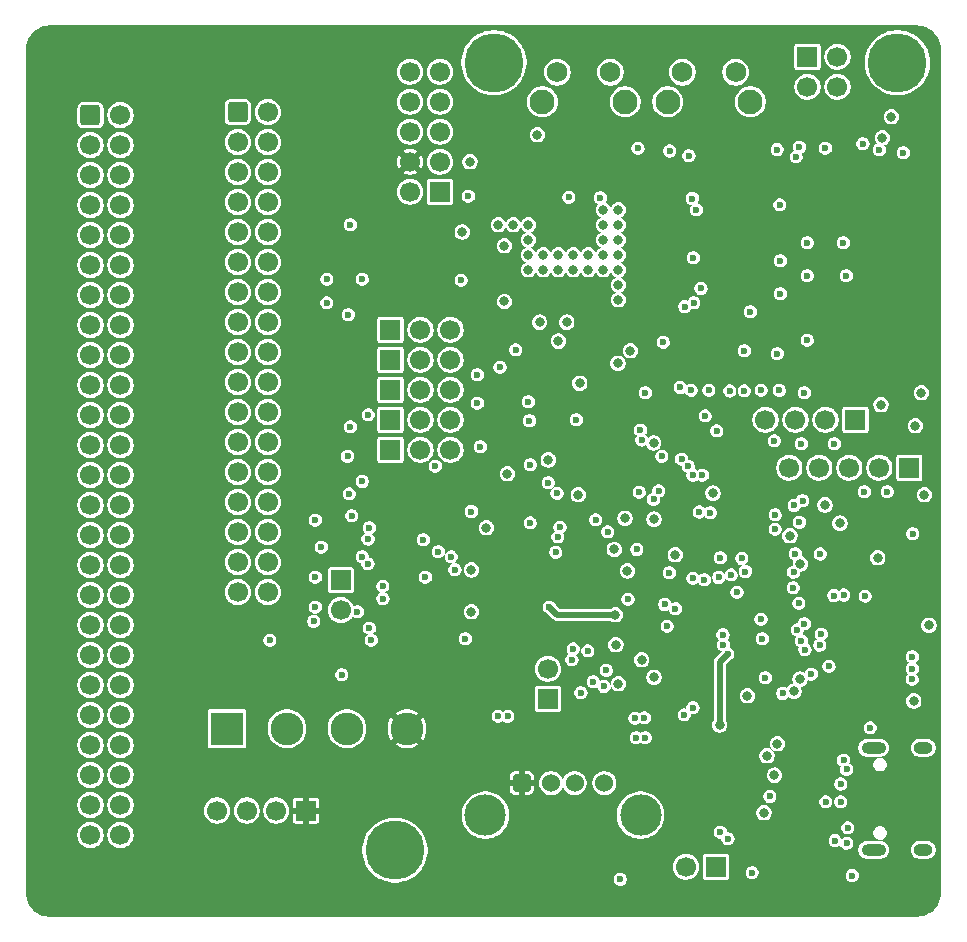
<source format=gbr>
%TF.GenerationSoftware,KiCad,Pcbnew,9.0.4-1.fc42*%
%TF.CreationDate,2025-09-30T23:52:09+02:00*%
%TF.ProjectId,SweFlopsMini8,53776546-6c6f-4707-934d-696e69382e6b,1.01*%
%TF.SameCoordinates,PX5243920PY1cca9b0*%
%TF.FileFunction,Copper,L3,Inr*%
%TF.FilePolarity,Positive*%
%FSLAX46Y46*%
G04 Gerber Fmt 4.6, Leading zero omitted, Abs format (unit mm)*
G04 Created by KiCad (PCBNEW 9.0.4-1.fc42) date 2025-09-30 23:52:09*
%MOMM*%
%LPD*%
G01*
G04 APERTURE LIST*
G04 Aperture macros list*
%AMRoundRect*
0 Rectangle with rounded corners*
0 $1 Rounding radius*
0 $2 $3 $4 $5 $6 $7 $8 $9 X,Y pos of 4 corners*
0 Add a 4 corners polygon primitive as box body*
4,1,4,$2,$3,$4,$5,$6,$7,$8,$9,$2,$3,0*
0 Add four circle primitives for the rounded corners*
1,1,$1+$1,$2,$3*
1,1,$1+$1,$4,$5*
1,1,$1+$1,$6,$7*
1,1,$1+$1,$8,$9*
0 Add four rect primitives between the rounded corners*
20,1,$1+$1,$2,$3,$4,$5,0*
20,1,$1+$1,$4,$5,$6,$7,0*
20,1,$1+$1,$6,$7,$8,$9,0*
20,1,$1+$1,$8,$9,$2,$3,0*%
G04 Aperture macros list end*
%TA.AperFunction,ComponentPad*%
%ADD10RoundRect,0.250000X-0.600000X-0.600000X0.600000X-0.600000X0.600000X0.600000X-0.600000X0.600000X0*%
%TD*%
%TA.AperFunction,ComponentPad*%
%ADD11C,1.700000*%
%TD*%
%TA.AperFunction,ComponentPad*%
%ADD12R,1.700000X1.700000*%
%TD*%
%TA.AperFunction,ComponentPad*%
%ADD13C,5.000000*%
%TD*%
%TA.AperFunction,ComponentPad*%
%ADD14O,2.100000X1.000000*%
%TD*%
%TA.AperFunction,ComponentPad*%
%ADD15O,1.600000X1.000000*%
%TD*%
%TA.AperFunction,ComponentPad*%
%ADD16C,2.100000*%
%TD*%
%TA.AperFunction,ComponentPad*%
%ADD17C,1.750000*%
%TD*%
%TA.AperFunction,ComponentPad*%
%ADD18RoundRect,0.250000X-0.512000X-0.512000X0.512000X-0.512000X0.512000X0.512000X-0.512000X0.512000X0*%
%TD*%
%TA.AperFunction,ComponentPad*%
%ADD19C,1.524000*%
%TD*%
%TA.AperFunction,ComponentPad*%
%ADD20C,3.500000*%
%TD*%
%TA.AperFunction,ComponentPad*%
%ADD21R,2.780000X2.780000*%
%TD*%
%TA.AperFunction,ComponentPad*%
%ADD22C,2.780000*%
%TD*%
%TA.AperFunction,ViaPad*%
%ADD23C,0.600000*%
%TD*%
%TA.AperFunction,ViaPad*%
%ADD24C,0.800000*%
%TD*%
%TA.AperFunction,Conductor*%
%ADD25C,0.500000*%
%TD*%
G04 APERTURE END LIST*
D10*
%TO.N,GND*%
%TO.C,P1*%
X4700000Y-32670000D03*
D11*
%TO.N,/~{dskchg}*%
X7240000Y-32670000D03*
%TO.N,GND*%
X4700000Y-35210000D03*
%TO.N,/~{inuse}*%
X7240000Y-35210000D03*
%TO.N,GND*%
X4700000Y-37750000D03*
%TO.N,/~{sel3}*%
X7240000Y-37750000D03*
%TO.N,GND*%
X4700000Y-40290000D03*
%TO.N,/~{index}*%
X7240000Y-40290000D03*
%TO.N,GND*%
X4700000Y-42830000D03*
%TO.N,/~{sel0}*%
X7240000Y-42830000D03*
%TO.N,GND*%
X4700000Y-45370000D03*
%TO.N,/~{sel1}*%
X7240000Y-45370000D03*
%TO.N,GND*%
X4700000Y-47910000D03*
%TO.N,/~{sel2}*%
X7240000Y-47910000D03*
%TO.N,GND*%
X4700000Y-50450000D03*
%TO.N,/~{mtron}*%
X7240000Y-50450000D03*
%TO.N,GND*%
X4700000Y-52990000D03*
%TO.N,/dir*%
X7240000Y-52990000D03*
%TO.N,GND*%
X4700000Y-55530000D03*
%TO.N,/~{step}*%
X7240000Y-55530000D03*
%TO.N,GND*%
X4700000Y-58070000D03*
%TO.N,/~{wdata}*%
X7240000Y-58070000D03*
%TO.N,GND*%
X4700000Y-60610000D03*
%TO.N,/~{wgate}*%
X7240000Y-60610000D03*
%TO.N,GND*%
X4700000Y-63150000D03*
%TO.N,/~{trk0}*%
X7240000Y-63150000D03*
%TO.N,GND*%
X4700000Y-65690000D03*
%TO.N,/~{wprot}*%
X7240000Y-65690000D03*
%TO.N,GND*%
X4700000Y-68230000D03*
%TO.N,/~{rdata}*%
X7240000Y-68230000D03*
%TO.N,GND*%
X4700000Y-70770000D03*
%TO.N,/~{side}*%
X7240000Y-70770000D03*
%TO.N,GND*%
X4700000Y-73310000D03*
%TO.N,/~{rdy}*%
X7240000Y-73310000D03*
%TD*%
D12*
%TO.N,GND*%
%TO.C,P6*%
X61563000Y-62774000D03*
D11*
%TO.N,+3V3*%
X59023000Y-62774000D03*
%TO.N,/ja*%
X56483000Y-62774000D03*
%TO.N,/enc_dt*%
X53943000Y-62774000D03*
%TO.N,/enc_clk*%
X51403000Y-62774000D03*
%TD*%
D12*
%TO.N,/~{selx}*%
%TO.C,PA5*%
X17626000Y-51090000D03*
D11*
%TO.N,/~{sel0}*%
X20166000Y-51090000D03*
%TO.N,/~{sely}*%
X22706000Y-51090000D03*
%TD*%
D12*
%TO.N,/~{selx}*%
%TO.C,PB5*%
X17626000Y-53630000D03*
D11*
%TO.N,/~{sel1}*%
X20166000Y-53630000D03*
%TO.N,/~{sely}*%
X22706000Y-53630000D03*
%TD*%
D12*
%TO.N,/~{selx}*%
%TO.C,PC5*%
X17626000Y-56170000D03*
D11*
%TO.N,/~{sel2}*%
X20166000Y-56170000D03*
%TO.N,/~{sely}*%
X22706000Y-56170000D03*
%TD*%
D12*
%TO.N,/~{selx}*%
%TO.C,PD5*%
X17626000Y-61250000D03*
D11*
%TO.N,/~{mtron}*%
X20166000Y-61250000D03*
%TO.N,/~{sely}*%
X22706000Y-61250000D03*
%TD*%
D12*
%TO.N,/nrst*%
%TO.C,P4*%
X21827000Y-39406000D03*
D11*
%TO.N,GND*%
X19287000Y-39406000D03*
%TO.N,/rx*%
X21827000Y-36866000D03*
%TO.N,+5V*%
X19287000Y-36866000D03*
%TO.N,/tx*%
X21827000Y-34326000D03*
%TO.N,GND*%
X19287000Y-34326000D03*
%TO.N,+3V3*%
X21827000Y-31786000D03*
%TO.N,GND*%
X19287000Y-31786000D03*
%TO.N,/boot0*%
X21827000Y-29246000D03*
%TO.N,+3V3*%
X19287000Y-29246000D03*
%TD*%
D12*
%TO.N,/jc*%
%TO.C,P5*%
X30961000Y-82332000D03*
D11*
%TO.N,GND*%
X30961000Y-79792000D03*
%TD*%
D12*
%TO.N,/spk+*%
%TO.C,P9*%
X45185000Y-96556000D03*
D11*
%TO.N,/spk-*%
X42645000Y-96556000D03*
%TD*%
D13*
%TO.N,GND*%
%TO.C,H2*%
X60552000Y-28484000D03*
%TD*%
D12*
%TO.N,ESP32_IO0*%
%TO.C,P11*%
X56996000Y-58710000D03*
D11*
%TO.N,ESP32_EN*%
X54456000Y-58710000D03*
%TO.N,/esp32_tx*%
X51916000Y-58710000D03*
%TO.N,/esp32_rx*%
X49376000Y-58710000D03*
%TD*%
D14*
%TO.N,/USB_SHIELD*%
%TO.C,USB1*%
X58545000Y-95130000D03*
D15*
X62725000Y-95130000D03*
D14*
X58545000Y-86490000D03*
D15*
X62725000Y-86490000D03*
%TD*%
D12*
%TO.N,/~{selx}*%
%TO.C,PE5*%
X17626000Y-58710000D03*
D11*
%TO.N,/~{sel3}*%
X20166000Y-58710000D03*
%TO.N,/~{sely}*%
X22706000Y-58710000D03*
%TD*%
D12*
%TO.N,+5V*%
%TO.C,e1*%
X10454000Y-91804000D03*
D11*
%TO.N,GND*%
X7954000Y-91804000D03*
X5454000Y-91804000D03*
%TO.N,unconnected-(e1-Pin_4-Pad4)*%
X2954000Y-91804000D03*
%TD*%
D16*
%TO.N,*%
%TO.C,S2*%
X41096000Y-31786000D03*
X48106000Y-31786000D03*
D17*
%TO.N,GND*%
X42346000Y-29296000D03*
%TO.N,/bt_left*%
X46846000Y-29296000D03*
%TD*%
D18*
%TO.N,+5V*%
%TO.C,P3*%
X28731000Y-89480500D03*
D19*
%TO.N,/usb-r*%
X31231000Y-89480500D03*
%TO.N,/usb+r*%
X33231000Y-89480500D03*
%TO.N,GND*%
X35731000Y-89480500D03*
D20*
X25661000Y-92190500D03*
X38801000Y-92190500D03*
%TD*%
D10*
%TO.N,GND*%
%TO.C,J12*%
X-7774000Y-32929000D03*
D11*
%TO.N,/~{dskchg}*%
X-5234000Y-32929000D03*
%TO.N,GND*%
X-7774000Y-35469000D03*
%TO.N,unconnected-(J12-Pin_4-Pad4)*%
X-5234000Y-35469000D03*
%TO.N,GND*%
X-7774000Y-38009000D03*
%TO.N,unconnected-(J12-Pin_6-Pad6)*%
X-5234000Y-38009000D03*
%TO.N,GND*%
X-7774000Y-40549000D03*
%TO.N,unconnected-(J12-Pin_8-Pad8)*%
X-5234000Y-40549000D03*
%TO.N,GND*%
X-7774000Y-43089000D03*
%TO.N,/~{FD2S}*%
X-5234000Y-43089000D03*
%TO.N,GND*%
X-7774000Y-45629000D03*
%TO.N,/~{rdy}*%
X-5234000Y-45629000D03*
%TO.N,GND*%
X-7774000Y-48169000D03*
%TO.N,/~{side}*%
X-5234000Y-48169000D03*
%TO.N,GND*%
X-7774000Y-50709000D03*
%TO.N,/~{inuse}*%
X-5234000Y-50709000D03*
%TO.N,GND*%
X-7774000Y-53249000D03*
%TO.N,/~{mtron}*%
X-5234000Y-53249000D03*
%TO.N,GND*%
X-7774000Y-55789000D03*
%TO.N,/~{index}*%
X-5234000Y-55789000D03*
%TO.N,GND*%
X-7774000Y-58329000D03*
%TO.N,/~{rdy}*%
X-5234000Y-58329000D03*
%TO.N,GND*%
X-7774000Y-60869000D03*
%TO.N,unconnected-(J12-Pin_24-Pad24)*%
X-5234000Y-60869000D03*
%TO.N,GND*%
X-7774000Y-63409000D03*
%TO.N,/~{sel0}*%
X-5234000Y-63409000D03*
%TO.N,GND*%
X-7774000Y-65949000D03*
%TO.N,/~{sel1}*%
X-5234000Y-65949000D03*
%TO.N,GND*%
X-7774000Y-68489000D03*
%TO.N,/~{sel2}*%
X-5234000Y-68489000D03*
%TO.N,GND*%
X-7774000Y-71029000D03*
%TO.N,/~{sel3}*%
X-5234000Y-71029000D03*
%TO.N,GND*%
X-7774000Y-73569000D03*
%TO.N,/dir*%
X-5234000Y-73569000D03*
%TO.N,GND*%
X-7774000Y-76109000D03*
%TO.N,/~{step}*%
X-5234000Y-76109000D03*
%TO.N,GND*%
X-7774000Y-78649000D03*
%TO.N,/~{wdata}*%
X-5234000Y-78649000D03*
%TO.N,GND*%
X-7774000Y-81189000D03*
%TO.N,/~{wgate}*%
X-5234000Y-81189000D03*
%TO.N,GND*%
X-7774000Y-83729000D03*
%TO.N,/~{trk0}*%
X-5234000Y-83729000D03*
%TO.N,unconnected-(J12-Pin_43-Pad43)*%
X-7774000Y-86269000D03*
%TO.N,/~{wprot}*%
X-5234000Y-86269000D03*
%TO.N,GND*%
X-7774000Y-88809000D03*
%TO.N,/~{rdata}*%
X-5234000Y-88809000D03*
%TO.N,/~{EXT_MOTOR}*%
X-7774000Y-91349000D03*
%TO.N,unconnected-(J12-Pin_48-Pad48)*%
X-5234000Y-91349000D03*
%TO.N,GND*%
X-7774000Y-93889000D03*
%TO.N,unconnected-(J12-Pin_50-Pad50)*%
X-5234000Y-93889000D03*
%TD*%
D12*
%TO.N,/~{sel3}*%
%TO.C,P10*%
X13435000Y-72294000D03*
D11*
%TO.N,/~{rdy}*%
X13435000Y-74834000D03*
%TD*%
D16*
%TO.N,*%
%TO.C,S1*%
X30496000Y-31786000D03*
X37506000Y-31786000D03*
D17*
%TO.N,GND*%
X31746000Y-29296000D03*
%TO.N,/bt_right*%
X36246000Y-29296000D03*
%TD*%
D13*
%TO.N,unconnected-(H4-Pad1)*%
%TO.C,H4*%
X18007000Y-95159000D03*
%TD*%
D21*
%TO.N,unconnected-(J1-Pin_1-Pad1)*%
%TO.C,J1*%
X3783000Y-84872000D03*
D22*
%TO.N,GND*%
X8863000Y-84872000D03*
X13943000Y-84872000D03*
%TO.N,+5V*%
X19023000Y-84872000D03*
%TD*%
D13*
%TO.N,GND*%
%TO.C,H1*%
X26389000Y-28484000D03*
%TD*%
D12*
%TO.N,/disp_dio*%
%TO.C,J3*%
X52932000Y-27976000D03*
D11*
%TO.N,/disp_clk*%
X55472000Y-27976000D03*
%TO.N,GND*%
X52932000Y-30516000D03*
%TO.N,+3V3*%
X55472000Y-30516000D03*
%TD*%
D23*
%TO.N,GND*%
X48240000Y-97060000D03*
X52678000Y-56424000D03*
X47598000Y-52868000D03*
D24*
X24484000Y-74966000D03*
D23*
X55980000Y-43724000D03*
D24*
X30072000Y-34580000D03*
D23*
X52917000Y-46518000D03*
X43918245Y-47599008D03*
X48106000Y-49566000D03*
X47368000Y-70459746D03*
D24*
X33645638Y-55614512D03*
D23*
X50646000Y-45248000D03*
X24992000Y-54900000D03*
D24*
X25754000Y-67854000D03*
D23*
X11784000Y-69505000D03*
X13511200Y-80300000D03*
X35406000Y-39914000D03*
X11276000Y-67219000D03*
X11276000Y-74585000D03*
X20420000Y-68870000D03*
X31088000Y-74585000D03*
D24*
X36574892Y-69693918D03*
X37487540Y-67054708D03*
D23*
X13990000Y-61810000D03*
D24*
X30247220Y-50455000D03*
D23*
X46179097Y-78530425D03*
X40725000Y-52152165D03*
D24*
X37946000Y-52868000D03*
D23*
X55987017Y-87551051D03*
X40841600Y-74356400D03*
D24*
X45490000Y-84560000D03*
D23*
X24992000Y-57313000D03*
X52917000Y-43724000D03*
D24*
X30986400Y-62113600D03*
D23*
X41248000Y-71664000D03*
D24*
X41744000Y-70140000D03*
D23*
X61837000Y-68362000D03*
D24*
X59155000Y-57439996D03*
D23*
X51916000Y-70060000D03*
D24*
X62584000Y-56424000D03*
X31850000Y-52056000D03*
D23*
X45566000Y-70394000D03*
X15848000Y-76363000D03*
X43280000Y-44994000D03*
D24*
X27532000Y-63282000D03*
D23*
X11276000Y-72045000D03*
X42533000Y-49135653D03*
D24*
X36676000Y-75220000D03*
D23*
X55218000Y-60742000D03*
X50129863Y-60496137D03*
X52424000Y-60742000D03*
X14832000Y-74966000D03*
D24*
X36882269Y-53931731D03*
X24484000Y-71426498D03*
X55677400Y-67473560D03*
D23*
X30986400Y-64044000D03*
D24*
X37692000Y-71511600D03*
X50392000Y-86142000D03*
D23*
X39216000Y-56424000D03*
X56740000Y-97310000D03*
X58240000Y-84810000D03*
X33374000Y-58710000D03*
X42273390Y-62045000D03*
X52917000Y-51979000D03*
X50589677Y-40515871D03*
X49741004Y-90610086D03*
X50646000Y-48042000D03*
D24*
X24356998Y-36866000D03*
D23*
X56240000Y-94560000D03*
X45413600Y-72070400D03*
X50392000Y-53122000D03*
X29459980Y-67450020D03*
X41044800Y-76185200D03*
D24*
X58875600Y-70394000D03*
X27278000Y-48703984D03*
D23*
X56234000Y-46518000D03*
X43534000Y-40930000D03*
D24*
X23710000Y-42822461D03*
X52297000Y-80679710D03*
D23*
X38696902Y-64847190D03*
X37082400Y-97622800D03*
D24*
X49246881Y-91986119D03*
X38890881Y-79029144D03*
D23*
X14240000Y-59310000D03*
D24*
X36930000Y-81062000D03*
D23*
X54752088Y-79598994D03*
%TO.N,/nrst*%
X41756000Y-74712000D03*
X47678000Y-71565918D03*
X50362000Y-35841543D03*
X24230000Y-39787000D03*
X37735792Y-73906208D03*
D24*
%TO.N,+3V3*%
X33120000Y-44740000D03*
D23*
X61060004Y-36104000D03*
D24*
X34390000Y-44740000D03*
X35660000Y-40930000D03*
X27278000Y-43978000D03*
X32547220Y-50455000D03*
X51445037Y-68536371D03*
X36706220Y-77764586D03*
D23*
X49376000Y-80554000D03*
D24*
X36930000Y-40930000D03*
X36930000Y-44740000D03*
X36930000Y-46010000D03*
X39934189Y-67135811D03*
X29310000Y-43470000D03*
X61931119Y-82521542D03*
X47852000Y-82078000D03*
X35660000Y-44740000D03*
X54412261Y-65924000D03*
X36930000Y-47280000D03*
X31850000Y-44740000D03*
X36930000Y-42200000D03*
X50138000Y-88809000D03*
X26770000Y-42200000D03*
X30580000Y-44740000D03*
X29310000Y-46010000D03*
X49503000Y-87158000D03*
X34390000Y-46010000D03*
X35660000Y-42200000D03*
X59282000Y-34834000D03*
X30580000Y-46010000D03*
X52325000Y-70923474D03*
X63217231Y-76121754D03*
X51789000Y-81697000D03*
X36930000Y-48550000D03*
X39942629Y-80518629D03*
X35660000Y-46010000D03*
X44931000Y-64933000D03*
X28040000Y-42200000D03*
X36930000Y-43470000D03*
X31850000Y-46010000D03*
X33120000Y-46010000D03*
X60044000Y-33056008D03*
X35660000Y-43470000D03*
X39903101Y-60689899D03*
X29310000Y-42200000D03*
X29310000Y-44740000D03*
X62076000Y-59218000D03*
X62838000Y-65060000D03*
%TO.N,+5V*%
X27024000Y-53249000D03*
X49122000Y-88428000D03*
X48233000Y-93381000D03*
X17834542Y-42603460D03*
X16610000Y-39914000D03*
X15848000Y-62774000D03*
D23*
X36930000Y-55662000D03*
D24*
X18388000Y-49058000D03*
X35405992Y-50581992D03*
X19088642Y-71512457D03*
D23*
X49490000Y-95060000D03*
D24*
X17067200Y-75372400D03*
X27278000Y-59980000D03*
X18627366Y-64781213D03*
D23*
%TO.N,/disp_clk*%
X42152000Y-55980293D03*
X44270491Y-58394062D03*
X50544400Y-56220798D03*
X53265001Y-80249936D03*
%TO.N,/disp_dio*%
X50835380Y-81888620D03*
X49011767Y-56212167D03*
%TO.N,/~{selx}*%
X61822000Y-79792000D03*
X34345115Y-78290619D03*
X23610000Y-46899000D03*
X32730803Y-39871957D03*
%TO.N,/~{dskchg}*%
X14240000Y-42200000D03*
X26897000Y-54265000D03*
%TO.N,/~{inuse}*%
X15240000Y-46810000D03*
%TO.N,/~{index}*%
X21690000Y-69886000D03*
X14070000Y-49820000D03*
%TO.N,/~{sel0}*%
X12240000Y-46810000D03*
%TO.N,/~{sel1}*%
X12240000Y-48810000D03*
%TO.N,/~{mtron}*%
X38490481Y-69700845D03*
X21436000Y-62647000D03*
X25246008Y-60996000D03*
%TO.N,/dir*%
X33754992Y-81823992D03*
X15240000Y-63942400D03*
%TO.N,/~{step}*%
X33093477Y-78130440D03*
X14131707Y-64998293D03*
%TO.N,/~{wdata}*%
X14353000Y-66838000D03*
X31976256Y-67803298D03*
X44209783Y-72258217D03*
X36013895Y-68213682D03*
%TO.N,/~{wgate}*%
X15848000Y-67854000D03*
X31790658Y-68632790D03*
%TO.N,/~{trk0}*%
X15721000Y-68810000D03*
X24484000Y-66486000D03*
%TO.N,/~{wprot}*%
X22769505Y-70330505D03*
X15240000Y-70310000D03*
%TO.N,/~{rdata}*%
X15721000Y-70902000D03*
X23091329Y-71409510D03*
%TO.N,/~{side}*%
X16981591Y-72800591D03*
X31613000Y-69932790D03*
X39899000Y-65459486D03*
X44712805Y-66587000D03*
%TO.N,/~{rdy}*%
X16000400Y-77379000D03*
X7415852Y-77379000D03*
X23976000Y-77252000D03*
%TO.N,/rx*%
X38327000Y-83983000D03*
X46465761Y-71853274D03*
X38454000Y-85634000D03*
X46201000Y-94186000D03*
%TO.N,/tx*%
X45566000Y-93636000D03*
X39126236Y-83947999D03*
X46963000Y-73315000D03*
X39204003Y-85634000D03*
%TO.N,/boot0*%
X38581000Y-35741000D03*
X38793824Y-59589403D03*
X28229802Y-52805198D03*
%TO.N,/ja*%
X52058908Y-76500295D03*
X51807606Y-65975614D03*
%TO.N,/jb*%
X32993000Y-79030000D03*
X20589000Y-72045000D03*
%TO.N,/usb+*%
X42491847Y-83703600D03*
X51753957Y-71619112D03*
%TO.N,/usb-*%
X43240000Y-83094000D03*
X51721541Y-72938461D03*
%TO.N,Net-(RN4-Pad2)*%
X35003481Y-67186947D03*
X35907496Y-79937948D03*
%TO.N,/~{index_3v3}*%
X29310000Y-57186000D03*
X40335879Y-64730349D03*
%TO.N,/~{trk0_3v3}*%
X29395926Y-58796425D03*
X43219032Y-63425489D03*
%TO.N,/~{wprot_3v3}*%
X29472000Y-62520000D03*
X43786405Y-66526012D03*
%TO.N,/~{rdy_3v3}*%
X44042000Y-63409000D03*
X38901944Y-60432501D03*
%TO.N,/~{rdata_3v3}*%
X31726398Y-64942291D03*
X35706927Y-81295935D03*
%TO.N,/~{sely}*%
X61791880Y-80681120D03*
X34801189Y-80896580D03*
%TO.N,/io2*%
X45778737Y-76911000D03*
X52252234Y-35649000D03*
%TO.N,/~{sel3}*%
X11123600Y-75778800D03*
X16991000Y-73860000D03*
%TO.N,/~{sel2}*%
X15740000Y-58310000D03*
%TO.N,/spk-*%
X26770000Y-83814000D03*
%TO.N,/spk+*%
X27560909Y-83827091D03*
%TO.N,/io1*%
X45820000Y-77760000D03*
X51971744Y-36451390D03*
%TO.N,/bt_right*%
X43193650Y-39985381D03*
X42899000Y-36358000D03*
X52673000Y-75987567D03*
%TO.N,/bt_left*%
X43317317Y-48808010D03*
X41265483Y-35959517D03*
X52204000Y-74247102D03*
%TO.N,/spi_clk*%
X57808800Y-73645200D03*
X57757998Y-64806000D03*
%TO.N,/spi_do*%
X59688400Y-64806000D03*
X61822000Y-78776000D03*
%TO.N,Net-(D3-A)*%
X57631000Y-35342000D03*
X54456000Y-35723000D03*
%TO.N,/spi_sel*%
X55160054Y-73597554D03*
X45246234Y-59653253D03*
X49122000Y-77252000D03*
X48995000Y-75602000D03*
%TO.N,ESP32_IO0*%
X59028000Y-35850000D03*
%TO.N,/spi_di_esp*%
X54011620Y-70081220D03*
X43074997Y-56218997D03*
X50200142Y-67978722D03*
X52251128Y-67399381D03*
%TO.N,/spi_clk_esp*%
X50200023Y-66754413D03*
X44574997Y-56224002D03*
%TO.N,/spi_do_esp*%
X52512261Y-65565641D03*
X46351600Y-56279032D03*
%TO.N,/spi_cs_esp*%
X56008800Y-73551360D03*
X47575000Y-56271600D03*
%TO.N,/spi_do_stm*%
X52720289Y-78176710D03*
X53961420Y-77803679D03*
%TO.N,/spi_di_stm*%
X52425000Y-77429164D03*
X54110000Y-76871000D03*
D24*
%TO.N,/sd_gnd*%
X33531876Y-65058037D03*
D23*
X43227037Y-72124000D03*
%TO.N,/sd_pwr*%
X40602052Y-61808800D03*
X42846415Y-62661512D03*
%TO.N,Net-(U7-VBUS)*%
X56240000Y-88310000D03*
X55272000Y-94342000D03*
X56354000Y-93260000D03*
X54490000Y-91060000D03*
%TO.N,Net-(USB1-DP1)*%
X55740000Y-89560000D03*
X55740000Y-91060000D03*
%TD*%
D25*
%TO.N,GND*%
X36676000Y-75220000D02*
X31723000Y-75220000D01*
X45490000Y-79219522D02*
X46179097Y-78530425D01*
X31723000Y-75220000D02*
X31088000Y-74585000D01*
X45490000Y-84560000D02*
X45490000Y-79219522D01*
%TD*%
%TA.AperFunction,Conductor*%
%TO.N,+5V*%
G36*
X62240381Y-25335525D02*
G01*
X62496971Y-25352342D01*
X62498465Y-25352539D01*
X62750288Y-25402629D01*
X62751763Y-25403025D01*
X62994883Y-25485554D01*
X62996297Y-25486140D01*
X63226570Y-25599697D01*
X63227880Y-25600453D01*
X63260493Y-25622245D01*
X63441358Y-25743096D01*
X63442572Y-25744027D01*
X63465507Y-25764140D01*
X63635613Y-25913319D01*
X63636680Y-25914386D01*
X63686882Y-25971630D01*
X63805972Y-26107427D01*
X63806903Y-26108641D01*
X63949541Y-26322112D01*
X63950306Y-26323437D01*
X64063859Y-26553702D01*
X64064445Y-26555116D01*
X64146974Y-26798236D01*
X64147370Y-26799714D01*
X64197458Y-27051522D01*
X64197658Y-27053040D01*
X64214475Y-27309618D01*
X64214500Y-27310383D01*
X64214500Y-98809616D01*
X64214475Y-98810381D01*
X64197658Y-99066959D01*
X64197458Y-99068477D01*
X64147370Y-99320285D01*
X64146974Y-99321763D01*
X64064445Y-99564883D01*
X64063859Y-99566297D01*
X63950306Y-99796562D01*
X63949541Y-99797887D01*
X63806903Y-100011358D01*
X63805972Y-100012572D01*
X63636688Y-100205605D01*
X63635605Y-100206688D01*
X63442572Y-100375972D01*
X63441358Y-100376903D01*
X63227887Y-100519541D01*
X63226562Y-100520306D01*
X62996297Y-100633859D01*
X62994883Y-100634445D01*
X62751763Y-100716974D01*
X62750285Y-100717370D01*
X62498477Y-100767458D01*
X62496959Y-100767658D01*
X62240381Y-100784475D01*
X62239616Y-100784500D01*
X-11259616Y-100784500D01*
X-11260381Y-100784475D01*
X-11516960Y-100767658D01*
X-11518478Y-100767458D01*
X-11770286Y-100717370D01*
X-11771764Y-100716974D01*
X-12014884Y-100634445D01*
X-12016298Y-100633859D01*
X-12246563Y-100520306D01*
X-12247888Y-100519541D01*
X-12461359Y-100376903D01*
X-12462573Y-100375972D01*
X-12543007Y-100305433D01*
X-12655614Y-100206680D01*
X-12656681Y-100205613D01*
X-12825973Y-100012572D01*
X-12826904Y-100011358D01*
X-12876106Y-99937722D01*
X-12969547Y-99797880D01*
X-12970303Y-99796570D01*
X-13083860Y-99566297D01*
X-13084446Y-99564883D01*
X-13166975Y-99321763D01*
X-13167371Y-99320285D01*
X-13190103Y-99206003D01*
X-13217461Y-99068465D01*
X-13217658Y-99066971D01*
X-13234475Y-98810381D01*
X-13234500Y-98809616D01*
X-13234500Y-95004308D01*
X15252500Y-95004308D01*
X15252500Y-95313691D01*
X15287138Y-95621116D01*
X15355983Y-95922747D01*
X15458161Y-96214757D01*
X15458168Y-96214772D01*
X15592392Y-96493489D01*
X15592399Y-96493503D01*
X15756998Y-96755462D01*
X15845380Y-96866289D01*
X15927713Y-96969532D01*
X15949893Y-96997344D01*
X16168656Y-97216107D01*
X16410538Y-97409002D01*
X16672497Y-97573601D01*
X16796463Y-97633300D01*
X16951227Y-97707831D01*
X16951242Y-97707838D01*
X17243252Y-97810016D01*
X17243255Y-97810017D01*
X17544877Y-97878860D01*
X17544880Y-97878860D01*
X17544883Y-97878861D01*
X17852309Y-97913500D01*
X17852311Y-97913500D01*
X18161691Y-97913500D01*
X18469116Y-97878861D01*
X18469117Y-97878860D01*
X18469123Y-97878860D01*
X18770745Y-97810017D01*
X18931664Y-97753709D01*
X19062757Y-97707838D01*
X19062759Y-97707836D01*
X19062762Y-97707836D01*
X19341503Y-97573601D01*
X19379389Y-97549796D01*
X36527900Y-97549796D01*
X36527900Y-97695803D01*
X36565686Y-97836827D01*
X36565688Y-97836831D01*
X36638686Y-97963267D01*
X36638688Y-97963270D01*
X36638689Y-97963271D01*
X36741929Y-98066511D01*
X36741930Y-98066512D01*
X36741932Y-98066513D01*
X36868368Y-98139511D01*
X36868372Y-98139513D01*
X36979593Y-98169313D01*
X37009396Y-98177299D01*
X37009398Y-98177300D01*
X37009399Y-98177300D01*
X37155402Y-98177300D01*
X37155402Y-98177299D01*
X37225915Y-98158406D01*
X37296427Y-98139513D01*
X37296431Y-98139511D01*
X37338576Y-98115178D01*
X37422871Y-98066511D01*
X37526111Y-97963271D01*
X37599112Y-97836829D01*
X37606297Y-97810016D01*
X37621384Y-97753709D01*
X37636900Y-97695801D01*
X37636900Y-97549799D01*
X37624977Y-97505300D01*
X37599113Y-97408772D01*
X37599111Y-97408768D01*
X37526113Y-97282332D01*
X37526109Y-97282327D01*
X37422872Y-97179090D01*
X37422867Y-97179086D01*
X37296431Y-97106088D01*
X37296427Y-97106086D01*
X37155403Y-97068300D01*
X37155401Y-97068300D01*
X37009399Y-97068300D01*
X37009396Y-97068300D01*
X36868372Y-97106086D01*
X36868368Y-97106088D01*
X36741932Y-97179086D01*
X36741927Y-97179090D01*
X36638690Y-97282327D01*
X36638686Y-97282332D01*
X36565688Y-97408768D01*
X36565686Y-97408772D01*
X36527900Y-97549796D01*
X19379389Y-97549796D01*
X19603462Y-97409002D01*
X19845344Y-97216107D01*
X20064107Y-96997344D01*
X20257002Y-96755462D01*
X20421601Y-96493503D01*
X20429749Y-96476582D01*
X20433366Y-96469073D01*
X41540500Y-96469073D01*
X41540500Y-96642926D01*
X41567695Y-96814630D01*
X41567699Y-96814646D01*
X41621416Y-96979972D01*
X41621418Y-96979976D01*
X41621420Y-96979981D01*
X41630267Y-96997344D01*
X41700350Y-97134890D01*
X41802527Y-97275523D01*
X41802531Y-97275527D01*
X41802535Y-97275533D01*
X41925467Y-97398465D01*
X41925472Y-97398469D01*
X41925476Y-97398472D01*
X42066109Y-97500649D01*
X42066114Y-97500651D01*
X42066116Y-97500653D01*
X42221019Y-97579580D01*
X42221024Y-97579581D01*
X42221027Y-97579583D01*
X42251500Y-97589484D01*
X42386362Y-97633303D01*
X42456253Y-97644372D01*
X42558073Y-97660500D01*
X42558074Y-97660500D01*
X42731926Y-97660500D01*
X42903638Y-97633303D01*
X43068981Y-97579580D01*
X43223884Y-97500653D01*
X43364533Y-97398465D01*
X43487465Y-97275533D01*
X43589653Y-97134884D01*
X43668580Y-96979981D01*
X43722303Y-96814638D01*
X43749500Y-96642926D01*
X43749500Y-96469074D01*
X43722303Y-96297362D01*
X43668580Y-96132019D01*
X43589653Y-95977116D01*
X43589651Y-95977114D01*
X43589649Y-95977109D01*
X43487472Y-95836476D01*
X43487469Y-95836472D01*
X43487465Y-95836467D01*
X43364533Y-95713535D01*
X43364527Y-95713531D01*
X43364523Y-95713527D01*
X43331897Y-95689823D01*
X43319661Y-95680933D01*
X44080500Y-95680933D01*
X44080500Y-97431066D01*
X44095265Y-97505300D01*
X44095266Y-97505301D01*
X44142982Y-97576713D01*
X44151516Y-97589484D01*
X44235699Y-97645734D01*
X44309933Y-97660500D01*
X46060066Y-97660499D01*
X46134301Y-97645734D01*
X46218484Y-97589484D01*
X46274734Y-97505301D01*
X46289500Y-97431067D01*
X46289499Y-96986996D01*
X47685500Y-96986996D01*
X47685500Y-97133003D01*
X47723286Y-97274027D01*
X47723288Y-97274031D01*
X47796286Y-97400467D01*
X47796288Y-97400470D01*
X47796289Y-97400471D01*
X47899529Y-97503711D01*
X47899530Y-97503712D01*
X47899532Y-97503713D01*
X48025968Y-97576711D01*
X48025972Y-97576713D01*
X48137193Y-97606513D01*
X48166996Y-97614499D01*
X48166998Y-97614500D01*
X48166999Y-97614500D01*
X48313002Y-97614500D01*
X48313002Y-97614499D01*
X48406367Y-97589483D01*
X48454027Y-97576713D01*
X48454031Y-97576711D01*
X48519132Y-97539125D01*
X48580471Y-97503711D01*
X48683711Y-97400471D01*
X48755844Y-97275533D01*
X48756711Y-97274031D01*
X48756711Y-97274030D01*
X48756712Y-97274029D01*
X48766635Y-97236996D01*
X56185500Y-97236996D01*
X56185500Y-97383003D01*
X56223286Y-97524027D01*
X56223288Y-97524031D01*
X56296286Y-97650467D01*
X56296288Y-97650470D01*
X56296289Y-97650471D01*
X56399529Y-97753711D01*
X56399530Y-97753712D01*
X56399532Y-97753713D01*
X56525968Y-97826711D01*
X56525972Y-97826713D01*
X56637193Y-97856513D01*
X56666996Y-97864499D01*
X56666998Y-97864500D01*
X56666999Y-97864500D01*
X56813002Y-97864500D01*
X56813002Y-97864499D01*
X56883515Y-97845606D01*
X56954027Y-97826713D01*
X56954031Y-97826711D01*
X56996176Y-97802378D01*
X57080471Y-97753711D01*
X57183711Y-97650471D01*
X57241834Y-97549798D01*
X57256711Y-97524031D01*
X57256713Y-97524027D01*
X57287533Y-97409002D01*
X57294500Y-97383001D01*
X57294500Y-97236999D01*
X57286513Y-97207193D01*
X57256713Y-97095972D01*
X57256711Y-97095968D01*
X57183713Y-96969532D01*
X57183709Y-96969527D01*
X57080472Y-96866290D01*
X57080467Y-96866286D01*
X56954031Y-96793288D01*
X56954027Y-96793286D01*
X56813003Y-96755500D01*
X56813001Y-96755500D01*
X56666999Y-96755500D01*
X56666996Y-96755500D01*
X56525972Y-96793286D01*
X56525968Y-96793288D01*
X56399532Y-96866286D01*
X56399527Y-96866290D01*
X56296290Y-96969527D01*
X56296286Y-96969532D01*
X56223288Y-97095968D01*
X56223286Y-97095972D01*
X56185500Y-97236996D01*
X48766635Y-97236996D01*
X48794500Y-97133001D01*
X48794500Y-96986999D01*
X48786513Y-96957193D01*
X48756713Y-96845972D01*
X48756711Y-96845968D01*
X48683713Y-96719532D01*
X48683709Y-96719527D01*
X48580472Y-96616290D01*
X48580467Y-96616286D01*
X48454031Y-96543288D01*
X48454027Y-96543286D01*
X48313003Y-96505500D01*
X48313001Y-96505500D01*
X48166999Y-96505500D01*
X48166996Y-96505500D01*
X48025972Y-96543286D01*
X48025968Y-96543288D01*
X47899532Y-96616286D01*
X47899527Y-96616290D01*
X47796290Y-96719527D01*
X47796286Y-96719532D01*
X47723288Y-96845968D01*
X47723286Y-96845972D01*
X47685500Y-96986996D01*
X46289499Y-96986996D01*
X46289499Y-96543288D01*
X46289499Y-95680933D01*
X46274734Y-95606699D01*
X46274733Y-95606698D01*
X46218484Y-95522516D01*
X46218483Y-95522515D01*
X46134301Y-95466266D01*
X46134296Y-95466265D01*
X46060067Y-95451500D01*
X46060066Y-95451500D01*
X44309933Y-95451500D01*
X44235699Y-95466265D01*
X44235698Y-95466266D01*
X44151516Y-95522515D01*
X44151515Y-95522516D01*
X44095266Y-95606698D01*
X44080500Y-95680933D01*
X43319661Y-95680933D01*
X43223890Y-95611350D01*
X43209250Y-95603890D01*
X43068981Y-95532420D01*
X43068978Y-95532419D01*
X43068976Y-95532418D01*
X43068972Y-95532416D01*
X42903646Y-95478699D01*
X42903630Y-95478695D01*
X42731927Y-95451500D01*
X42731926Y-95451500D01*
X42558074Y-95451500D01*
X42558073Y-95451500D01*
X42386369Y-95478695D01*
X42386353Y-95478699D01*
X42221027Y-95532416D01*
X42221023Y-95532418D01*
X42066109Y-95611350D01*
X41925476Y-95713527D01*
X41925460Y-95713541D01*
X41802541Y-95836460D01*
X41802527Y-95836476D01*
X41700350Y-95977109D01*
X41621418Y-96132023D01*
X41621416Y-96132027D01*
X41567699Y-96297353D01*
X41567695Y-96297369D01*
X41540500Y-96469073D01*
X20433366Y-96469073D01*
X20436032Y-96463538D01*
X20555831Y-96214772D01*
X20555838Y-96214757D01*
X20658016Y-95922747D01*
X20658017Y-95922745D01*
X20726860Y-95621123D01*
X20728004Y-95610969D01*
X20761500Y-95313691D01*
X20761500Y-95004308D01*
X20726861Y-94696883D01*
X20712280Y-94633001D01*
X20658017Y-94395255D01*
X20658016Y-94395252D01*
X20555838Y-94103242D01*
X20555831Y-94103227D01*
X20439062Y-93860756D01*
X20421601Y-93824497D01*
X20257002Y-93562538D01*
X20064107Y-93320656D01*
X19845344Y-93101893D01*
X19775221Y-93045972D01*
X19616667Y-92919529D01*
X19603462Y-92908998D01*
X19341503Y-92744399D01*
X19341499Y-92744397D01*
X19341489Y-92744392D01*
X19062772Y-92610168D01*
X19062757Y-92610161D01*
X18770747Y-92507983D01*
X18469116Y-92439138D01*
X18161691Y-92404500D01*
X18161689Y-92404500D01*
X17852311Y-92404500D01*
X17852309Y-92404500D01*
X17544883Y-92439138D01*
X17243252Y-92507983D01*
X16951242Y-92610161D01*
X16951227Y-92610168D01*
X16672510Y-92744392D01*
X16672500Y-92744397D01*
X16410536Y-92908999D01*
X16410535Y-92909000D01*
X16168656Y-93101892D01*
X15949892Y-93320656D01*
X15757000Y-93562535D01*
X15756999Y-93562536D01*
X15592397Y-93824500D01*
X15592392Y-93824510D01*
X15458168Y-94103227D01*
X15458161Y-94103242D01*
X15355983Y-94395252D01*
X15287138Y-94696883D01*
X15252500Y-95004308D01*
X-13234500Y-95004308D01*
X-13234500Y-93802073D01*
X-8878500Y-93802073D01*
X-8878500Y-93975926D01*
X-8851305Y-94147630D01*
X-8851301Y-94147646D01*
X-8797584Y-94312972D01*
X-8797582Y-94312976D01*
X-8797580Y-94312981D01*
X-8780770Y-94345972D01*
X-8718650Y-94467890D01*
X-8616473Y-94608523D01*
X-8616469Y-94608527D01*
X-8616465Y-94608533D01*
X-8493533Y-94731465D01*
X-8493528Y-94731469D01*
X-8493524Y-94731472D01*
X-8352891Y-94833649D01*
X-8352886Y-94833651D01*
X-8352884Y-94833653D01*
X-8197981Y-94912580D01*
X-8197976Y-94912581D01*
X-8197973Y-94912583D01*
X-8058930Y-94957760D01*
X-8032638Y-94966303D01*
X-7962747Y-94977372D01*
X-7860927Y-94993500D01*
X-7860926Y-94993500D01*
X-7687074Y-94993500D01*
X-7515362Y-94966303D01*
X-7350019Y-94912580D01*
X-7195116Y-94833653D01*
X-7129132Y-94785713D01*
X-7054477Y-94731472D01*
X-7054467Y-94731465D01*
X-6931535Y-94608533D01*
X-6843234Y-94486998D01*
X-6829351Y-94467890D01*
X-6829351Y-94467888D01*
X-6829347Y-94467884D01*
X-6750420Y-94312981D01*
X-6696697Y-94147638D01*
X-6669500Y-93975926D01*
X-6669500Y-93802074D01*
X-6669500Y-93802073D01*
X-6338500Y-93802073D01*
X-6338500Y-93975926D01*
X-6311305Y-94147630D01*
X-6311301Y-94147646D01*
X-6257584Y-94312972D01*
X-6257582Y-94312976D01*
X-6257580Y-94312981D01*
X-6240770Y-94345972D01*
X-6178650Y-94467890D01*
X-6076473Y-94608523D01*
X-6076469Y-94608527D01*
X-6076465Y-94608533D01*
X-5953533Y-94731465D01*
X-5953528Y-94731469D01*
X-5953524Y-94731472D01*
X-5812891Y-94833649D01*
X-5812886Y-94833651D01*
X-5812884Y-94833653D01*
X-5657981Y-94912580D01*
X-5657976Y-94912581D01*
X-5657973Y-94912583D01*
X-5518930Y-94957760D01*
X-5492638Y-94966303D01*
X-5422747Y-94977372D01*
X-5320927Y-94993500D01*
X-5320926Y-94993500D01*
X-5147074Y-94993500D01*
X-5140299Y-94992427D01*
X-5104536Y-94986762D01*
X-4975362Y-94966303D01*
X-4810019Y-94912580D01*
X-4655116Y-94833653D01*
X-4589132Y-94785713D01*
X-4514477Y-94731472D01*
X-4514467Y-94731465D01*
X-4391535Y-94608533D01*
X-4303234Y-94486998D01*
X-4289351Y-94467890D01*
X-4289351Y-94467888D01*
X-4289347Y-94467884D01*
X-4210420Y-94312981D01*
X-4156697Y-94147638D01*
X-4129500Y-93975926D01*
X-4129500Y-93802074D01*
X-4133667Y-93775768D01*
X-4156696Y-93630369D01*
X-4156697Y-93630362D01*
X-4194185Y-93514986D01*
X-4210417Y-93465027D01*
X-4210419Y-93465023D01*
X-4210420Y-93465019D01*
X-4289347Y-93310116D01*
X-4289349Y-93310114D01*
X-4289351Y-93310109D01*
X-4391528Y-93169476D01*
X-4391531Y-93169472D01*
X-4391535Y-93169467D01*
X-4514467Y-93046535D01*
X-4514473Y-93046531D01*
X-4514477Y-93046527D01*
X-4655110Y-92944350D01*
X-4703828Y-92919527D01*
X-4810019Y-92865420D01*
X-4810022Y-92865419D01*
X-4810024Y-92865418D01*
X-4810028Y-92865416D01*
X-4975354Y-92811699D01*
X-4975370Y-92811695D01*
X-5147073Y-92784500D01*
X-5147074Y-92784500D01*
X-5320926Y-92784500D01*
X-5320927Y-92784500D01*
X-5492631Y-92811695D01*
X-5492647Y-92811699D01*
X-5657973Y-92865416D01*
X-5657977Y-92865418D01*
X-5812891Y-92944350D01*
X-5953524Y-93046527D01*
X-5953540Y-93046541D01*
X-6076459Y-93169460D01*
X-6076473Y-93169476D01*
X-6178650Y-93310109D01*
X-6257582Y-93465023D01*
X-6257584Y-93465027D01*
X-6311301Y-93630353D01*
X-6311305Y-93630369D01*
X-6338500Y-93802073D01*
X-6669500Y-93802073D01*
X-6673667Y-93775768D01*
X-6696696Y-93630369D01*
X-6696697Y-93630362D01*
X-6734185Y-93514986D01*
X-6750417Y-93465027D01*
X-6750419Y-93465023D01*
X-6750420Y-93465019D01*
X-6829347Y-93310116D01*
X-6829349Y-93310114D01*
X-6829351Y-93310109D01*
X-6931528Y-93169476D01*
X-6931531Y-93169472D01*
X-6931535Y-93169467D01*
X-7054467Y-93046535D01*
X-7054473Y-93046531D01*
X-7054477Y-93046527D01*
X-7195110Y-92944350D01*
X-7243828Y-92919527D01*
X-7350019Y-92865420D01*
X-7350022Y-92865419D01*
X-7350024Y-92865418D01*
X-7350028Y-92865416D01*
X-7515354Y-92811699D01*
X-7515370Y-92811695D01*
X-7687073Y-92784500D01*
X-7687074Y-92784500D01*
X-7860926Y-92784500D01*
X-7860927Y-92784500D01*
X-8032631Y-92811695D01*
X-8032647Y-92811699D01*
X-8197973Y-92865416D01*
X-8197977Y-92865418D01*
X-8352891Y-92944350D01*
X-8493524Y-93046527D01*
X-8493540Y-93046541D01*
X-8616459Y-93169460D01*
X-8616473Y-93169476D01*
X-8718650Y-93310109D01*
X-8797582Y-93465023D01*
X-8797584Y-93465027D01*
X-8851301Y-93630353D01*
X-8851305Y-93630369D01*
X-8878500Y-93802073D01*
X-13234500Y-93802073D01*
X-13234500Y-91262073D01*
X-8878500Y-91262073D01*
X-8878500Y-91435926D01*
X-8851305Y-91607630D01*
X-8851301Y-91607646D01*
X-8797584Y-91772972D01*
X-8797582Y-91772976D01*
X-8797580Y-91772981D01*
X-8748235Y-91869826D01*
X-8718650Y-91927890D01*
X-8616473Y-92068523D01*
X-8616469Y-92068527D01*
X-8616465Y-92068533D01*
X-8493533Y-92191465D01*
X-8493528Y-92191469D01*
X-8493524Y-92191472D01*
X-8352891Y-92293649D01*
X-8352886Y-92293651D01*
X-8352884Y-92293653D01*
X-8197981Y-92372580D01*
X-8197976Y-92372581D01*
X-8197973Y-92372583D01*
X-8103305Y-92403342D01*
X-8032638Y-92426303D01*
X-7962747Y-92437372D01*
X-7860927Y-92453500D01*
X-7860926Y-92453500D01*
X-7687074Y-92453500D01*
X-7515362Y-92426303D01*
X-7350019Y-92372580D01*
X-7195116Y-92293653D01*
X-7054467Y-92191465D01*
X-6931535Y-92068533D01*
X-6829347Y-91927884D01*
X-6750420Y-91772981D01*
X-6696697Y-91607638D01*
X-6669500Y-91435926D01*
X-6669500Y-91262074D01*
X-6669500Y-91262073D01*
X-6338500Y-91262073D01*
X-6338500Y-91435926D01*
X-6311305Y-91607630D01*
X-6311301Y-91607646D01*
X-6257584Y-91772972D01*
X-6257582Y-91772976D01*
X-6257580Y-91772981D01*
X-6208235Y-91869826D01*
X-6178650Y-91927890D01*
X-6076473Y-92068523D01*
X-6076469Y-92068527D01*
X-6076465Y-92068533D01*
X-5953533Y-92191465D01*
X-5953528Y-92191469D01*
X-5953524Y-92191472D01*
X-5812891Y-92293649D01*
X-5812886Y-92293651D01*
X-5812884Y-92293653D01*
X-5657981Y-92372580D01*
X-5657976Y-92372581D01*
X-5657973Y-92372583D01*
X-5563305Y-92403342D01*
X-5492638Y-92426303D01*
X-5422747Y-92437372D01*
X-5320927Y-92453500D01*
X-5320926Y-92453500D01*
X-5147074Y-92453500D01*
X-4975362Y-92426303D01*
X-4810019Y-92372580D01*
X-4655116Y-92293653D01*
X-4514467Y-92191465D01*
X-4391535Y-92068533D01*
X-4289347Y-91927884D01*
X-4210420Y-91772981D01*
X-4192254Y-91717073D01*
X1849500Y-91717073D01*
X1849500Y-91890926D01*
X1876695Y-92062630D01*
X1876699Y-92062646D01*
X1930416Y-92227972D01*
X1930418Y-92227976D01*
X1930420Y-92227981D01*
X1978265Y-92321882D01*
X2009350Y-92382890D01*
X2111527Y-92523523D01*
X2111531Y-92523527D01*
X2111535Y-92523533D01*
X2234467Y-92646465D01*
X2234472Y-92646469D01*
X2234476Y-92646472D01*
X2375109Y-92748649D01*
X2375114Y-92748651D01*
X2375116Y-92748653D01*
X2530019Y-92827580D01*
X2530024Y-92827581D01*
X2530027Y-92827583D01*
X2646473Y-92865418D01*
X2695362Y-92881303D01*
X2765253Y-92892372D01*
X2867073Y-92908500D01*
X2867074Y-92908500D01*
X3040926Y-92908500D01*
X3212638Y-92881303D01*
X3377981Y-92827580D01*
X3532884Y-92748653D01*
X3538740Y-92744399D01*
X3673523Y-92646472D01*
X3673533Y-92646465D01*
X3796465Y-92523533D01*
X3847347Y-92453500D01*
X3898649Y-92382890D01*
X3898649Y-92382888D01*
X3898653Y-92382884D01*
X3977580Y-92227981D01*
X4031303Y-92062638D01*
X4058500Y-91890926D01*
X4058500Y-91717074D01*
X4058500Y-91717073D01*
X4349500Y-91717073D01*
X4349500Y-91890926D01*
X4376695Y-92062630D01*
X4376699Y-92062646D01*
X4430416Y-92227972D01*
X4430418Y-92227976D01*
X4430420Y-92227981D01*
X4478265Y-92321882D01*
X4509350Y-92382890D01*
X4611527Y-92523523D01*
X4611531Y-92523527D01*
X4611535Y-92523533D01*
X4734467Y-92646465D01*
X4734472Y-92646469D01*
X4734476Y-92646472D01*
X4875109Y-92748649D01*
X4875114Y-92748651D01*
X4875116Y-92748653D01*
X5030019Y-92827580D01*
X5030024Y-92827581D01*
X5030027Y-92827583D01*
X5146473Y-92865418D01*
X5195362Y-92881303D01*
X5265253Y-92892372D01*
X5367073Y-92908500D01*
X5367074Y-92908500D01*
X5540926Y-92908500D01*
X5712638Y-92881303D01*
X5877981Y-92827580D01*
X6032884Y-92748653D01*
X6038740Y-92744399D01*
X6173523Y-92646472D01*
X6173533Y-92646465D01*
X6296465Y-92523533D01*
X6347347Y-92453500D01*
X6398649Y-92382890D01*
X6398649Y-92382888D01*
X6398653Y-92382884D01*
X6477580Y-92227981D01*
X6531303Y-92062638D01*
X6558500Y-91890926D01*
X6558500Y-91717074D01*
X6558500Y-91717073D01*
X6849500Y-91717073D01*
X6849500Y-91890926D01*
X6876695Y-92062630D01*
X6876699Y-92062646D01*
X6930416Y-92227972D01*
X6930418Y-92227976D01*
X6930420Y-92227981D01*
X6978265Y-92321882D01*
X7009350Y-92382890D01*
X7111527Y-92523523D01*
X7111531Y-92523527D01*
X7111535Y-92523533D01*
X7234467Y-92646465D01*
X7234472Y-92646469D01*
X7234476Y-92646472D01*
X7375109Y-92748649D01*
X7375114Y-92748651D01*
X7375116Y-92748653D01*
X7530019Y-92827580D01*
X7530024Y-92827581D01*
X7530027Y-92827583D01*
X7646473Y-92865418D01*
X7695362Y-92881303D01*
X7765253Y-92892372D01*
X7867073Y-92908500D01*
X7867074Y-92908500D01*
X8040926Y-92908500D01*
X8212638Y-92881303D01*
X8377981Y-92827580D01*
X8532884Y-92748653D01*
X8538740Y-92744399D01*
X8673523Y-92646472D01*
X8673533Y-92646465D01*
X8796465Y-92523533D01*
X8847347Y-92453500D01*
X8898649Y-92382890D01*
X8898649Y-92382888D01*
X8898653Y-92382884D01*
X8977580Y-92227981D01*
X9031303Y-92062638D01*
X9058500Y-91890926D01*
X9058500Y-91717074D01*
X9057854Y-91712998D01*
X9035030Y-91568895D01*
X9031303Y-91545362D01*
X9022760Y-91519070D01*
X8977583Y-91380027D01*
X8977581Y-91380023D01*
X8977580Y-91380019D01*
X8898653Y-91225116D01*
X8898651Y-91225114D01*
X8898649Y-91225109D01*
X8796472Y-91084476D01*
X8796469Y-91084472D01*
X8796465Y-91084467D01*
X8673533Y-90961535D01*
X8673527Y-90961531D01*
X8673523Y-90961527D01*
X8640966Y-90937873D01*
X8628730Y-90928983D01*
X9350000Y-90928983D01*
X9350000Y-91550000D01*
X10023297Y-91550000D01*
X9988075Y-91611007D01*
X9954000Y-91738174D01*
X9954000Y-91869826D01*
X9988075Y-91996993D01*
X10023297Y-92058000D01*
X9350001Y-92058000D01*
X9350001Y-92679016D01*
X9364736Y-92753105D01*
X9364737Y-92753106D01*
X9420875Y-92837123D01*
X9420876Y-92837124D01*
X9504893Y-92893262D01*
X9578983Y-92907999D01*
X10200000Y-92907999D01*
X10200000Y-92234702D01*
X10261007Y-92269925D01*
X10388174Y-92304000D01*
X10519826Y-92304000D01*
X10646993Y-92269925D01*
X10708000Y-92234702D01*
X10708000Y-92907999D01*
X11329016Y-92907999D01*
X11403105Y-92893263D01*
X11403106Y-92893262D01*
X11487123Y-92837124D01*
X11487124Y-92837123D01*
X11543262Y-92753106D01*
X11558000Y-92679016D01*
X11558000Y-92059118D01*
X23656500Y-92059118D01*
X23656500Y-92321881D01*
X23690797Y-92582396D01*
X23758805Y-92836206D01*
X23758809Y-92836217D01*
X23859357Y-93078961D01*
X23859361Y-93078970D01*
X23990743Y-93306530D01*
X23990748Y-93306536D01*
X23990749Y-93306538D01*
X24079324Y-93421972D01*
X24150703Y-93514995D01*
X24336505Y-93700797D01*
X24544970Y-93860757D01*
X24772530Y-93992139D01*
X25015292Y-94092694D01*
X25269102Y-94160702D01*
X25529618Y-94195000D01*
X25792382Y-94195000D01*
X26052898Y-94160702D01*
X26306708Y-94092694D01*
X26549470Y-93992139D01*
X26777030Y-93860757D01*
X26985495Y-93700797D01*
X27171297Y-93514995D01*
X27331257Y-93306530D01*
X27462639Y-93078970D01*
X27563194Y-92836208D01*
X27631202Y-92582398D01*
X27665500Y-92321882D01*
X27665500Y-92059118D01*
X36796500Y-92059118D01*
X36796500Y-92321881D01*
X36830797Y-92582396D01*
X36898805Y-92836206D01*
X36898809Y-92836217D01*
X36999357Y-93078961D01*
X36999361Y-93078970D01*
X37130743Y-93306530D01*
X37130748Y-93306536D01*
X37130749Y-93306538D01*
X37219324Y-93421972D01*
X37290703Y-93514995D01*
X37476505Y-93700797D01*
X37684970Y-93860757D01*
X37912530Y-93992139D01*
X38155292Y-94092694D01*
X38409102Y-94160702D01*
X38669618Y-94195000D01*
X38932382Y-94195000D01*
X39192898Y-94160702D01*
X39446708Y-94092694D01*
X39689470Y-93992139D01*
X39917030Y-93860757D01*
X40125495Y-93700797D01*
X40263296Y-93562996D01*
X45011500Y-93562996D01*
X45011500Y-93709003D01*
X45049286Y-93850027D01*
X45049288Y-93850031D01*
X45122286Y-93976467D01*
X45122288Y-93976470D01*
X45122289Y-93976471D01*
X45225529Y-94079711D01*
X45225530Y-94079712D01*
X45225532Y-94079713D01*
X45351968Y-94152711D01*
X45351972Y-94152713D01*
X45463193Y-94182513D01*
X45492996Y-94190499D01*
X45492998Y-94190500D01*
X45634800Y-94190500D01*
X45643073Y-94193927D01*
X45646500Y-94202200D01*
X45646500Y-94259003D01*
X45684286Y-94400027D01*
X45684288Y-94400031D01*
X45757286Y-94526467D01*
X45757288Y-94526470D01*
X45757289Y-94526471D01*
X45860529Y-94629711D01*
X45860530Y-94629712D01*
X45860532Y-94629713D01*
X45986968Y-94702711D01*
X45986972Y-94702713D01*
X46094253Y-94731458D01*
X46127996Y-94740499D01*
X46127998Y-94740500D01*
X46127999Y-94740500D01*
X46274002Y-94740500D01*
X46274002Y-94740499D01*
X46367613Y-94715417D01*
X46415027Y-94702713D01*
X46415031Y-94702711D01*
X46535769Y-94633003D01*
X46541471Y-94629711D01*
X46644711Y-94526471D01*
X46717712Y-94400029D01*
X46718992Y-94395255D01*
X46752822Y-94268996D01*
X54717500Y-94268996D01*
X54717500Y-94415003D01*
X54755286Y-94556027D01*
X54755288Y-94556031D01*
X54828286Y-94682467D01*
X54828288Y-94682470D01*
X54828289Y-94682471D01*
X54931529Y-94785711D01*
X54931530Y-94785712D01*
X54931532Y-94785713D01*
X55057968Y-94858711D01*
X55057972Y-94858713D01*
X55169193Y-94888513D01*
X55198996Y-94896499D01*
X55198998Y-94896500D01*
X55198999Y-94896500D01*
X55345002Y-94896500D01*
X55345002Y-94896499D01*
X55415515Y-94877606D01*
X55486027Y-94858713D01*
X55486031Y-94858711D01*
X55529440Y-94833649D01*
X55612471Y-94785711D01*
X55688009Y-94710171D01*
X55696281Y-94706745D01*
X55704554Y-94710172D01*
X55707582Y-94715417D01*
X55723286Y-94774027D01*
X55723288Y-94774031D01*
X55796286Y-94900467D01*
X55796288Y-94900470D01*
X55796289Y-94900471D01*
X55899529Y-95003711D01*
X55899530Y-95003712D01*
X55899532Y-95003713D01*
X56025968Y-95076711D01*
X56025972Y-95076713D01*
X56137193Y-95106513D01*
X56166996Y-95114499D01*
X56166998Y-95114500D01*
X56166999Y-95114500D01*
X56313002Y-95114500D01*
X56313002Y-95114499D01*
X56412129Y-95087938D01*
X56454026Y-95076713D01*
X56454026Y-95076712D01*
X56454029Y-95076712D01*
X56490443Y-95055688D01*
X57240500Y-95055688D01*
X57240500Y-95204311D01*
X57269495Y-95350080D01*
X57326370Y-95487388D01*
X57326374Y-95487396D01*
X57408940Y-95610965D01*
X57408943Y-95610969D01*
X57514030Y-95716056D01*
X57514034Y-95716059D01*
X57637603Y-95798625D01*
X57637607Y-95798627D01*
X57637610Y-95798629D01*
X57774920Y-95855505D01*
X57920688Y-95884500D01*
X57920689Y-95884500D01*
X59169311Y-95884500D01*
X59169312Y-95884500D01*
X59315080Y-95855505D01*
X59452390Y-95798629D01*
X59575966Y-95716059D01*
X59681059Y-95610966D01*
X59763629Y-95487390D01*
X59820505Y-95350080D01*
X59849500Y-95204312D01*
X59849500Y-95055688D01*
X61670500Y-95055688D01*
X61670500Y-95204311D01*
X61699495Y-95350080D01*
X61756370Y-95487388D01*
X61756374Y-95487396D01*
X61838940Y-95610965D01*
X61838943Y-95610969D01*
X61944030Y-95716056D01*
X61944034Y-95716059D01*
X62067603Y-95798625D01*
X62067607Y-95798627D01*
X62067610Y-95798629D01*
X62204920Y-95855505D01*
X62350688Y-95884500D01*
X62350689Y-95884500D01*
X63099311Y-95884500D01*
X63099312Y-95884500D01*
X63245080Y-95855505D01*
X63382390Y-95798629D01*
X63505966Y-95716059D01*
X63611059Y-95610966D01*
X63693629Y-95487390D01*
X63750505Y-95350080D01*
X63779500Y-95204312D01*
X63779500Y-95055688D01*
X63750505Y-94909920D01*
X63693629Y-94772610D01*
X63693627Y-94772607D01*
X63693625Y-94772603D01*
X63611059Y-94649034D01*
X63611056Y-94649030D01*
X63505969Y-94543943D01*
X63505965Y-94543940D01*
X63382396Y-94461374D01*
X63382388Y-94461370D01*
X63245080Y-94404495D01*
X63198612Y-94395252D01*
X63099312Y-94375500D01*
X62350688Y-94375500D01*
X62277804Y-94389997D01*
X62204919Y-94404495D01*
X62067611Y-94461370D01*
X62067603Y-94461374D01*
X61944034Y-94543940D01*
X61944030Y-94543943D01*
X61838943Y-94649030D01*
X61838940Y-94649034D01*
X61756374Y-94772603D01*
X61756370Y-94772611D01*
X61699495Y-94909919D01*
X61670500Y-95055688D01*
X59849500Y-95055688D01*
X59820505Y-94909920D01*
X59763629Y-94772610D01*
X59763627Y-94772607D01*
X59763625Y-94772603D01*
X59681059Y-94649034D01*
X59681056Y-94649030D01*
X59575969Y-94543943D01*
X59575965Y-94543940D01*
X59452396Y-94461374D01*
X59452388Y-94461370D01*
X59315080Y-94404495D01*
X59268612Y-94395252D01*
X59169312Y-94375500D01*
X57920688Y-94375500D01*
X57847804Y-94389997D01*
X57774919Y-94404495D01*
X57637611Y-94461370D01*
X57637603Y-94461374D01*
X57514034Y-94543940D01*
X57514030Y-94543943D01*
X57408943Y-94649030D01*
X57408940Y-94649034D01*
X57326374Y-94772603D01*
X57326370Y-94772611D01*
X57269495Y-94909919D01*
X57240500Y-95055688D01*
X56490443Y-95055688D01*
X56508991Y-95044979D01*
X56508993Y-95044979D01*
X56546409Y-95023376D01*
X56580471Y-95003711D01*
X56683711Y-94900471D01*
X56749966Y-94785713D01*
X56756711Y-94774031D01*
X56756713Y-94774027D01*
X56794499Y-94633003D01*
X56794500Y-94633002D01*
X56794500Y-94486998D01*
X56794499Y-94486996D01*
X56756713Y-94345972D01*
X56756711Y-94345968D01*
X56683713Y-94219532D01*
X56683709Y-94219527D01*
X56580472Y-94116290D01*
X56580467Y-94116286D01*
X56454031Y-94043288D01*
X56454027Y-94043286D01*
X56313003Y-94005500D01*
X56313001Y-94005500D01*
X56166999Y-94005500D01*
X56166996Y-94005500D01*
X56025972Y-94043286D01*
X56025968Y-94043288D01*
X55899532Y-94116286D01*
X55899527Y-94116290D01*
X55823990Y-94191826D01*
X55815717Y-94195253D01*
X55807444Y-94191826D01*
X55804416Y-94186581D01*
X55793984Y-94147646D01*
X55788712Y-94127971D01*
X55788711Y-94127970D01*
X55788711Y-94127968D01*
X55715713Y-94001532D01*
X55715709Y-94001527D01*
X55612472Y-93898290D01*
X55612467Y-93898286D01*
X55486031Y-93825288D01*
X55486027Y-93825286D01*
X55345003Y-93787500D01*
X55345001Y-93787500D01*
X55198999Y-93787500D01*
X55198996Y-93787500D01*
X55057972Y-93825286D01*
X55057968Y-93825288D01*
X54931532Y-93898286D01*
X54931527Y-93898290D01*
X54828290Y-94001527D01*
X54828286Y-94001532D01*
X54755288Y-94127968D01*
X54755286Y-94127972D01*
X54717500Y-94268996D01*
X46752822Y-94268996D01*
X46753838Y-94265204D01*
X46753838Y-94265203D01*
X46755500Y-94259001D01*
X46755500Y-94112998D01*
X46755499Y-94112996D01*
X46752884Y-94103238D01*
X46725633Y-94001532D01*
X46717713Y-93971972D01*
X46717711Y-93971968D01*
X46644713Y-93845532D01*
X46644709Y-93845527D01*
X46541472Y-93742290D01*
X46541467Y-93742286D01*
X46415031Y-93669288D01*
X46415027Y-93669286D01*
X46274003Y-93631500D01*
X46274001Y-93631500D01*
X46132200Y-93631500D01*
X46123927Y-93628073D01*
X46120500Y-93619800D01*
X46120500Y-93562998D01*
X46120499Y-93562996D01*
X46120375Y-93562535D01*
X46107639Y-93515000D01*
X46082713Y-93421972D01*
X46082711Y-93421968D01*
X46009713Y-93295532D01*
X46009709Y-93295527D01*
X45906472Y-93192290D01*
X45906467Y-93192286D01*
X45897304Y-93186996D01*
X55799500Y-93186996D01*
X55799500Y-93333003D01*
X55837286Y-93474027D01*
X55837288Y-93474031D01*
X55910286Y-93600467D01*
X55910288Y-93600470D01*
X55910289Y-93600471D01*
X56013529Y-93703711D01*
X56013530Y-93703712D01*
X56013532Y-93703713D01*
X56139968Y-93776711D01*
X56139972Y-93776713D01*
X56234620Y-93802073D01*
X56280996Y-93814499D01*
X56280998Y-93814500D01*
X56280999Y-93814500D01*
X56427002Y-93814500D01*
X56427002Y-93814499D01*
X56497515Y-93795606D01*
X56568027Y-93776713D01*
X56568031Y-93776711D01*
X56627657Y-93742286D01*
X56694471Y-93703711D01*
X56773951Y-93624231D01*
X58499500Y-93624231D01*
X58499500Y-93775768D01*
X58538717Y-93922133D01*
X58538719Y-93922137D01*
X58614482Y-94053361D01*
X58614484Y-94053364D01*
X58614485Y-94053365D01*
X58721635Y-94160515D01*
X58721636Y-94160516D01*
X58721638Y-94160517D01*
X58852862Y-94236280D01*
X58852866Y-94236282D01*
X58960808Y-94265204D01*
X58999231Y-94275499D01*
X58999233Y-94275500D01*
X58999234Y-94275500D01*
X59150767Y-94275500D01*
X59150767Y-94275499D01*
X59223950Y-94255890D01*
X59297133Y-94236282D01*
X59297137Y-94236280D01*
X59374133Y-94191826D01*
X59428365Y-94160515D01*
X59535515Y-94053365D01*
X59611281Y-93922135D01*
X59617671Y-93898289D01*
X59640121Y-93814500D01*
X59650500Y-93775766D01*
X59650500Y-93624234D01*
X59642211Y-93593299D01*
X59611282Y-93477866D01*
X59611280Y-93477862D01*
X59535517Y-93346638D01*
X59535513Y-93346633D01*
X59428366Y-93239486D01*
X59428361Y-93239482D01*
X59297137Y-93163719D01*
X59297133Y-93163717D01*
X59150768Y-93124500D01*
X59150766Y-93124500D01*
X58999234Y-93124500D01*
X58999231Y-93124500D01*
X58852866Y-93163717D01*
X58852862Y-93163719D01*
X58721638Y-93239482D01*
X58721633Y-93239486D01*
X58614486Y-93346633D01*
X58614482Y-93346638D01*
X58538719Y-93477862D01*
X58538717Y-93477866D01*
X58499500Y-93624231D01*
X56773951Y-93624231D01*
X56797711Y-93600471D01*
X56870712Y-93474029D01*
X56873126Y-93465023D01*
X56904846Y-93346638D01*
X56908500Y-93333001D01*
X56908500Y-93186999D01*
X56870865Y-93046541D01*
X56870713Y-93045972D01*
X56870711Y-93045968D01*
X56797713Y-92919532D01*
X56797709Y-92919527D01*
X56694472Y-92816290D01*
X56694467Y-92816286D01*
X56568031Y-92743288D01*
X56568027Y-92743286D01*
X56427003Y-92705500D01*
X56427001Y-92705500D01*
X56280999Y-92705500D01*
X56280996Y-92705500D01*
X56139972Y-92743286D01*
X56139968Y-92743288D01*
X56013532Y-92816286D01*
X56013527Y-92816290D01*
X55910290Y-92919527D01*
X55910286Y-92919532D01*
X55837288Y-93045968D01*
X55837286Y-93045972D01*
X55799500Y-93186996D01*
X45897304Y-93186996D01*
X45780031Y-93119288D01*
X45780027Y-93119286D01*
X45639003Y-93081500D01*
X45639001Y-93081500D01*
X45492999Y-93081500D01*
X45492996Y-93081500D01*
X45351972Y-93119286D01*
X45351968Y-93119288D01*
X45225532Y-93192286D01*
X45225527Y-93192290D01*
X45122290Y-93295527D01*
X45122286Y-93295532D01*
X45049288Y-93421968D01*
X45049286Y-93421972D01*
X45011500Y-93562996D01*
X40263296Y-93562996D01*
X40311297Y-93514995D01*
X40471257Y-93306530D01*
X40602639Y-93078970D01*
X40703194Y-92836208D01*
X40771202Y-92582398D01*
X40805500Y-92321882D01*
X40805500Y-92059118D01*
X40787403Y-91921656D01*
X48592381Y-91921656D01*
X48592381Y-92050582D01*
X48594779Y-92062638D01*
X48617533Y-92177030D01*
X48666869Y-92296139D01*
X48666873Y-92296147D01*
X48738497Y-92403338D01*
X48738500Y-92403342D01*
X48829657Y-92494499D01*
X48829661Y-92494502D01*
X48936852Y-92566126D01*
X48936856Y-92566128D01*
X48936859Y-92566130D01*
X49055970Y-92615467D01*
X49182418Y-92640619D01*
X49182419Y-92640619D01*
X49311343Y-92640619D01*
X49311344Y-92640619D01*
X49437792Y-92615467D01*
X49556903Y-92566130D01*
X49664101Y-92494502D01*
X49755264Y-92403339D01*
X49826892Y-92296141D01*
X49876229Y-92177030D01*
X49901381Y-92050582D01*
X49901381Y-91921656D01*
X49876229Y-91795208D01*
X49826892Y-91676097D01*
X49826890Y-91676094D01*
X49826888Y-91676090D01*
X49755264Y-91568899D01*
X49755261Y-91568895D01*
X49664104Y-91477738D01*
X49664100Y-91477735D01*
X49556909Y-91406111D01*
X49556901Y-91406107D01*
X49437792Y-91356771D01*
X49311344Y-91331619D01*
X49182418Y-91331619D01*
X49119194Y-91344195D01*
X49055969Y-91356771D01*
X48936860Y-91406107D01*
X48936852Y-91406111D01*
X48829661Y-91477735D01*
X48829657Y-91477738D01*
X48738500Y-91568895D01*
X48738497Y-91568899D01*
X48666873Y-91676090D01*
X48666869Y-91676098D01*
X48617533Y-91795207D01*
X48617533Y-91795208D01*
X48592381Y-91921656D01*
X40787403Y-91921656D01*
X40771202Y-91798602D01*
X40703194Y-91544792D01*
X40602639Y-91302030D01*
X40471257Y-91074470D01*
X40311297Y-90866005D01*
X40125495Y-90680203D01*
X39950075Y-90545599D01*
X39950075Y-90545598D01*
X39938976Y-90537082D01*
X49186504Y-90537082D01*
X49186504Y-90683089D01*
X49224290Y-90824113D01*
X49224292Y-90824117D01*
X49297290Y-90950553D01*
X49297292Y-90950556D01*
X49297293Y-90950557D01*
X49400533Y-91053797D01*
X49400534Y-91053798D01*
X49400536Y-91053799D01*
X49526972Y-91126797D01*
X49526976Y-91126799D01*
X49638197Y-91156599D01*
X49668000Y-91164585D01*
X49668002Y-91164586D01*
X49668003Y-91164586D01*
X49814006Y-91164586D01*
X49814006Y-91164585D01*
X49884519Y-91145692D01*
X49955031Y-91126799D01*
X49955035Y-91126797D01*
X50045668Y-91074470D01*
X50081475Y-91053797D01*
X50148276Y-90986996D01*
X53935500Y-90986996D01*
X53935500Y-91133003D01*
X53973286Y-91274027D01*
X53973288Y-91274031D01*
X54046286Y-91400467D01*
X54046288Y-91400470D01*
X54046289Y-91400471D01*
X54149529Y-91503711D01*
X54149530Y-91503712D01*
X54149532Y-91503713D01*
X54275968Y-91576711D01*
X54275972Y-91576713D01*
X54387193Y-91606513D01*
X54416996Y-91614499D01*
X54416998Y-91614500D01*
X54416999Y-91614500D01*
X54563002Y-91614500D01*
X54563002Y-91614499D01*
X54633515Y-91595606D01*
X54704027Y-91576713D01*
X54704031Y-91576711D01*
X54758345Y-91545353D01*
X54830471Y-91503711D01*
X54933711Y-91400471D01*
X55006712Y-91274029D01*
X55009916Y-91262074D01*
X55044499Y-91133003D01*
X55044500Y-91133002D01*
X55044500Y-90986998D01*
X55044499Y-90986996D01*
X55185500Y-90986996D01*
X55185500Y-91133003D01*
X55223286Y-91274027D01*
X55223288Y-91274031D01*
X55296286Y-91400467D01*
X55296288Y-91400470D01*
X55296289Y-91400471D01*
X55399529Y-91503711D01*
X55399530Y-91503712D01*
X55399532Y-91503713D01*
X55525968Y-91576711D01*
X55525972Y-91576713D01*
X55637193Y-91606513D01*
X55666996Y-91614499D01*
X55666998Y-91614500D01*
X55666999Y-91614500D01*
X55813002Y-91614500D01*
X55813002Y-91614499D01*
X55883515Y-91595606D01*
X55954027Y-91576713D01*
X55954031Y-91576711D01*
X56008345Y-91545353D01*
X56080471Y-91503711D01*
X56183711Y-91400471D01*
X56256712Y-91274029D01*
X56259916Y-91262074D01*
X56294499Y-91133003D01*
X56294500Y-91133002D01*
X56294500Y-90986998D01*
X56294499Y-90986996D01*
X56256713Y-90845972D01*
X56256711Y-90845968D01*
X56183713Y-90719532D01*
X56183709Y-90719527D01*
X56080472Y-90616290D01*
X56080467Y-90616286D01*
X55954031Y-90543288D01*
X55954027Y-90543286D01*
X55813003Y-90505500D01*
X55813001Y-90505500D01*
X55666999Y-90505500D01*
X55666996Y-90505500D01*
X55525972Y-90543286D01*
X55525968Y-90543288D01*
X55399532Y-90616286D01*
X55399527Y-90616290D01*
X55296290Y-90719527D01*
X55296286Y-90719532D01*
X55223288Y-90845968D01*
X55223286Y-90845972D01*
X55185500Y-90986996D01*
X55044499Y-90986996D01*
X55006713Y-90845972D01*
X55006711Y-90845968D01*
X54933713Y-90719532D01*
X54933709Y-90719527D01*
X54830472Y-90616290D01*
X54830467Y-90616286D01*
X54704031Y-90543288D01*
X54704027Y-90543286D01*
X54563003Y-90505500D01*
X54563001Y-90505500D01*
X54416999Y-90505500D01*
X54416996Y-90505500D01*
X54275972Y-90543286D01*
X54275968Y-90543288D01*
X54149532Y-90616286D01*
X54149527Y-90616290D01*
X54046290Y-90719527D01*
X54046286Y-90719532D01*
X53973288Y-90845968D01*
X53973286Y-90845972D01*
X53935500Y-90986996D01*
X50148276Y-90986996D01*
X50184715Y-90950557D01*
X50245097Y-90845972D01*
X50257715Y-90824117D01*
X50257717Y-90824113D01*
X50283819Y-90726695D01*
X50295504Y-90683087D01*
X50295504Y-90537085D01*
X50282900Y-90490046D01*
X50257717Y-90396058D01*
X50257715Y-90396054D01*
X50184717Y-90269618D01*
X50184713Y-90269613D01*
X50081476Y-90166376D01*
X50081471Y-90166372D01*
X49955035Y-90093374D01*
X49955031Y-90093372D01*
X49814007Y-90055586D01*
X49814005Y-90055586D01*
X49668003Y-90055586D01*
X49668000Y-90055586D01*
X49526976Y-90093372D01*
X49526972Y-90093374D01*
X49400536Y-90166372D01*
X49400531Y-90166376D01*
X49297294Y-90269613D01*
X49297290Y-90269618D01*
X49224292Y-90396054D01*
X49224290Y-90396058D01*
X49186504Y-90537082D01*
X39938976Y-90537082D01*
X39917038Y-90520249D01*
X39917036Y-90520248D01*
X39917030Y-90520243D01*
X39689470Y-90388861D01*
X39689462Y-90388857D01*
X39689461Y-90388857D01*
X39446717Y-90288309D01*
X39446706Y-90288305D01*
X39192896Y-90220297D01*
X38932382Y-90186000D01*
X38669618Y-90186000D01*
X38409103Y-90220297D01*
X38155293Y-90288305D01*
X38155282Y-90288309D01*
X37912538Y-90388857D01*
X37912533Y-90388859D01*
X37912530Y-90388861D01*
X37726096Y-90496499D01*
X37684970Y-90520243D01*
X37684961Y-90520249D01*
X37476513Y-90680196D01*
X37476499Y-90680208D01*
X37290708Y-90865999D01*
X37290696Y-90866013D01*
X37130749Y-91074461D01*
X37130743Y-91074470D01*
X36999361Y-91302030D01*
X36999359Y-91302033D01*
X36999357Y-91302038D01*
X36898809Y-91544782D01*
X36898805Y-91544793D01*
X36830797Y-91798603D01*
X36796500Y-92059118D01*
X27665500Y-92059118D01*
X27631202Y-91798602D01*
X27563194Y-91544792D01*
X27462639Y-91302030D01*
X27331257Y-91074470D01*
X27171297Y-90866005D01*
X26985495Y-90680203D01*
X26810076Y-90545600D01*
X26777038Y-90520249D01*
X26777036Y-90520248D01*
X26777030Y-90520243D01*
X26549470Y-90388861D01*
X26549462Y-90388857D01*
X26549461Y-90388857D01*
X26306717Y-90288309D01*
X26306706Y-90288305D01*
X26052896Y-90220297D01*
X25792382Y-90186000D01*
X25529618Y-90186000D01*
X25269103Y-90220297D01*
X25015293Y-90288305D01*
X25015282Y-90288309D01*
X24772538Y-90388857D01*
X24772533Y-90388859D01*
X24772530Y-90388861D01*
X24586096Y-90496499D01*
X24544970Y-90520243D01*
X24544961Y-90520249D01*
X24336513Y-90680196D01*
X24336499Y-90680208D01*
X24150708Y-90865999D01*
X24150696Y-90866013D01*
X23990749Y-91074461D01*
X23990743Y-91074470D01*
X23859361Y-91302030D01*
X23859359Y-91302033D01*
X23859357Y-91302038D01*
X23758809Y-91544782D01*
X23758805Y-91544793D01*
X23690797Y-91798603D01*
X23656500Y-92059118D01*
X11558000Y-92059118D01*
X11558000Y-92058000D01*
X10884703Y-92058000D01*
X10919925Y-91996993D01*
X10954000Y-91869826D01*
X10954000Y-91738174D01*
X10919925Y-91611007D01*
X10884703Y-91550000D01*
X11557999Y-91550000D01*
X11557999Y-90928983D01*
X11543263Y-90854894D01*
X11543262Y-90854893D01*
X11487124Y-90770876D01*
X11487123Y-90770875D01*
X11403106Y-90714737D01*
X11329016Y-90700000D01*
X10708000Y-90700000D01*
X10708000Y-91373297D01*
X10646993Y-91338075D01*
X10519826Y-91304000D01*
X10388174Y-91304000D01*
X10261007Y-91338075D01*
X10200000Y-91373297D01*
X10200000Y-90700000D01*
X9578983Y-90700000D01*
X9504894Y-90714736D01*
X9504893Y-90714737D01*
X9420876Y-90770875D01*
X9420875Y-90770876D01*
X9364737Y-90854893D01*
X9350000Y-90928983D01*
X8628730Y-90928983D01*
X8532890Y-90859350D01*
X8463733Y-90824113D01*
X8377981Y-90780420D01*
X8377978Y-90780419D01*
X8377976Y-90780418D01*
X8377972Y-90780416D01*
X8212646Y-90726699D01*
X8212630Y-90726695D01*
X8040927Y-90699500D01*
X8040926Y-90699500D01*
X7867074Y-90699500D01*
X7867073Y-90699500D01*
X7695369Y-90726695D01*
X7695353Y-90726699D01*
X7530027Y-90780416D01*
X7530023Y-90780418D01*
X7375109Y-90859350D01*
X7234476Y-90961527D01*
X7234460Y-90961541D01*
X7111541Y-91084460D01*
X7111527Y-91084476D01*
X7009350Y-91225109D01*
X6930418Y-91380023D01*
X6930416Y-91380027D01*
X6876699Y-91545353D01*
X6876695Y-91545369D01*
X6849500Y-91717073D01*
X6558500Y-91717073D01*
X6557854Y-91712998D01*
X6535030Y-91568895D01*
X6531303Y-91545362D01*
X6522760Y-91519070D01*
X6477583Y-91380027D01*
X6477581Y-91380023D01*
X6477580Y-91380019D01*
X6398653Y-91225116D01*
X6398651Y-91225114D01*
X6398649Y-91225109D01*
X6296472Y-91084476D01*
X6296469Y-91084472D01*
X6296465Y-91084467D01*
X6173533Y-90961535D01*
X6173527Y-90961531D01*
X6173523Y-90961527D01*
X6032890Y-90859350D01*
X5963733Y-90824113D01*
X5877981Y-90780420D01*
X5877978Y-90780419D01*
X5877976Y-90780418D01*
X5877972Y-90780416D01*
X5712646Y-90726699D01*
X5712630Y-90726695D01*
X5540927Y-90699500D01*
X5540926Y-90699500D01*
X5367074Y-90699500D01*
X5367073Y-90699500D01*
X5195369Y-90726695D01*
X5195353Y-90726699D01*
X5030027Y-90780416D01*
X5030023Y-90780418D01*
X4875109Y-90859350D01*
X4734476Y-90961527D01*
X4734460Y-90961541D01*
X4611541Y-91084460D01*
X4611527Y-91084476D01*
X4509350Y-91225109D01*
X4430418Y-91380023D01*
X4430416Y-91380027D01*
X4376699Y-91545353D01*
X4376695Y-91545369D01*
X4349500Y-91717073D01*
X4058500Y-91717073D01*
X4057854Y-91712998D01*
X4035030Y-91568895D01*
X4031303Y-91545362D01*
X4022760Y-91519070D01*
X3977583Y-91380027D01*
X3977581Y-91380023D01*
X3977580Y-91380019D01*
X3898653Y-91225116D01*
X3898651Y-91225114D01*
X3898649Y-91225109D01*
X3796472Y-91084476D01*
X3796469Y-91084472D01*
X3796465Y-91084467D01*
X3673533Y-90961535D01*
X3673527Y-90961531D01*
X3673523Y-90961527D01*
X3532890Y-90859350D01*
X3463733Y-90824113D01*
X3377981Y-90780420D01*
X3377978Y-90780419D01*
X3377976Y-90780418D01*
X3377972Y-90780416D01*
X3212646Y-90726699D01*
X3212630Y-90726695D01*
X3040927Y-90699500D01*
X3040926Y-90699500D01*
X2867074Y-90699500D01*
X2867073Y-90699500D01*
X2695369Y-90726695D01*
X2695353Y-90726699D01*
X2530027Y-90780416D01*
X2530023Y-90780418D01*
X2375109Y-90859350D01*
X2234476Y-90961527D01*
X2234460Y-90961541D01*
X2111541Y-91084460D01*
X2111527Y-91084476D01*
X2009350Y-91225109D01*
X1930418Y-91380023D01*
X1930416Y-91380027D01*
X1876699Y-91545353D01*
X1876695Y-91545369D01*
X1849500Y-91717073D01*
X-4192254Y-91717073D01*
X-4156697Y-91607638D01*
X-4129500Y-91435926D01*
X-4129500Y-91262074D01*
X-4156697Y-91090362D01*
X-4168578Y-91053795D01*
X-4210417Y-90925027D01*
X-4210419Y-90925023D01*
X-4210420Y-90925019D01*
X-4289347Y-90770116D01*
X-4289349Y-90770114D01*
X-4289351Y-90770109D01*
X-4391528Y-90629476D01*
X-4391531Y-90629472D01*
X-4391535Y-90629467D01*
X-4514467Y-90506535D01*
X-4514473Y-90506531D01*
X-4514477Y-90506527D01*
X-4655110Y-90404350D01*
X-4700337Y-90381306D01*
X-4810019Y-90325420D01*
X-4810022Y-90325419D01*
X-4810024Y-90325418D01*
X-4810028Y-90325416D01*
X-4975354Y-90271699D01*
X-4975370Y-90271695D01*
X-5147073Y-90244500D01*
X-5147074Y-90244500D01*
X-5320926Y-90244500D01*
X-5320927Y-90244500D01*
X-5492631Y-90271695D01*
X-5492647Y-90271699D01*
X-5657973Y-90325416D01*
X-5657977Y-90325418D01*
X-5812891Y-90404350D01*
X-5953524Y-90506527D01*
X-5953540Y-90506541D01*
X-6076459Y-90629460D01*
X-6076473Y-90629476D01*
X-6178650Y-90770109D01*
X-6257582Y-90925023D01*
X-6257584Y-90925027D01*
X-6311301Y-91090353D01*
X-6311305Y-91090369D01*
X-6338500Y-91262073D01*
X-6669500Y-91262073D01*
X-6696697Y-91090362D01*
X-6708578Y-91053795D01*
X-6750417Y-90925027D01*
X-6750419Y-90925023D01*
X-6750420Y-90925019D01*
X-6829347Y-90770116D01*
X-6829349Y-90770114D01*
X-6829351Y-90770109D01*
X-6931528Y-90629476D01*
X-6931531Y-90629472D01*
X-6931535Y-90629467D01*
X-7054467Y-90506535D01*
X-7054473Y-90506531D01*
X-7054477Y-90506527D01*
X-7195110Y-90404350D01*
X-7240337Y-90381306D01*
X-7350019Y-90325420D01*
X-7350022Y-90325419D01*
X-7350024Y-90325418D01*
X-7350028Y-90325416D01*
X-7515354Y-90271699D01*
X-7515370Y-90271695D01*
X-7687073Y-90244500D01*
X-7687074Y-90244500D01*
X-7860926Y-90244500D01*
X-7860927Y-90244500D01*
X-8032631Y-90271695D01*
X-8032647Y-90271699D01*
X-8197973Y-90325416D01*
X-8197977Y-90325418D01*
X-8352891Y-90404350D01*
X-8493524Y-90506527D01*
X-8493540Y-90506541D01*
X-8616459Y-90629460D01*
X-8616473Y-90629476D01*
X-8718650Y-90770109D01*
X-8797582Y-90925023D01*
X-8797584Y-90925027D01*
X-8851301Y-91090353D01*
X-8851305Y-91090369D01*
X-8878500Y-91262073D01*
X-13234500Y-91262073D01*
X-13234500Y-88722073D01*
X-8878500Y-88722073D01*
X-8878500Y-88895926D01*
X-8851305Y-89067630D01*
X-8851301Y-89067646D01*
X-8797584Y-89232972D01*
X-8797582Y-89232976D01*
X-8797580Y-89232981D01*
X-8754575Y-89317383D01*
X-8718650Y-89387890D01*
X-8616473Y-89528523D01*
X-8616469Y-89528527D01*
X-8616465Y-89528533D01*
X-8493533Y-89651465D01*
X-8493528Y-89651469D01*
X-8493524Y-89651472D01*
X-8352891Y-89753649D01*
X-8352886Y-89753651D01*
X-8352884Y-89753653D01*
X-8197981Y-89832580D01*
X-8197976Y-89832581D01*
X-8197973Y-89832583D01*
X-8058930Y-89877760D01*
X-8032638Y-89886303D01*
X-7962747Y-89897372D01*
X-7860927Y-89913500D01*
X-7860926Y-89913500D01*
X-7687074Y-89913500D01*
X-7515362Y-89886303D01*
X-7350019Y-89832580D01*
X-7195116Y-89753653D01*
X-7144718Y-89717037D01*
X-7054477Y-89651472D01*
X-7054467Y-89651465D01*
X-6931535Y-89528533D01*
X-6888112Y-89468765D01*
X-6829351Y-89387890D01*
X-6829349Y-89387887D01*
X-6829347Y-89387884D01*
X-6750420Y-89232981D01*
X-6696697Y-89067638D01*
X-6669500Y-88895926D01*
X-6669500Y-88722074D01*
X-6669500Y-88722073D01*
X-6338500Y-88722073D01*
X-6338500Y-88895926D01*
X-6311305Y-89067630D01*
X-6311301Y-89067646D01*
X-6257584Y-89232972D01*
X-6257582Y-89232976D01*
X-6257580Y-89232981D01*
X-6214575Y-89317383D01*
X-6178650Y-89387890D01*
X-6076473Y-89528523D01*
X-6076469Y-89528527D01*
X-6076465Y-89528533D01*
X-5953533Y-89651465D01*
X-5953528Y-89651469D01*
X-5953524Y-89651472D01*
X-5812891Y-89753649D01*
X-5812886Y-89753651D01*
X-5812884Y-89753653D01*
X-5657981Y-89832580D01*
X-5657976Y-89832581D01*
X-5657973Y-89832583D01*
X-5518930Y-89877760D01*
X-5492638Y-89886303D01*
X-5422747Y-89897372D01*
X-5320927Y-89913500D01*
X-5320926Y-89913500D01*
X-5147074Y-89913500D01*
X-4975362Y-89886303D01*
X-4810019Y-89832580D01*
X-4655116Y-89753653D01*
X-4628754Y-89734500D01*
X-4609056Y-89720189D01*
X-4514477Y-89651472D01*
X-4514467Y-89651465D01*
X-4391535Y-89528533D01*
X-4289347Y-89387884D01*
X-4210420Y-89232981D01*
X-4156697Y-89067638D01*
X-4133360Y-88920299D01*
X-4133358Y-88920287D01*
X27715000Y-88920287D01*
X27715000Y-89226500D01*
X28346486Y-89226500D01*
X28302349Y-89302947D01*
X28271000Y-89419940D01*
X28271000Y-89541060D01*
X28302349Y-89658053D01*
X28346486Y-89734500D01*
X27715001Y-89734500D01*
X27715001Y-90040711D01*
X27721452Y-90100732D01*
X27721453Y-90100736D01*
X27772100Y-90236525D01*
X27858953Y-90352546D01*
X27974974Y-90439399D01*
X28110763Y-90490046D01*
X28110767Y-90490047D01*
X28170793Y-90496499D01*
X28477000Y-90496499D01*
X28477000Y-89865014D01*
X28553447Y-89909151D01*
X28670440Y-89940500D01*
X28791560Y-89940500D01*
X28908553Y-89909151D01*
X28985000Y-89865014D01*
X28985000Y-90496499D01*
X29291201Y-90496499D01*
X29291211Y-90496498D01*
X29351232Y-90490047D01*
X29351236Y-90490046D01*
X29487025Y-90439399D01*
X29603046Y-90352546D01*
X29689899Y-90236525D01*
X29740546Y-90100736D01*
X29740547Y-90100732D01*
X29746999Y-90040712D01*
X29747000Y-90040702D01*
X29747000Y-89734500D01*
X29115514Y-89734500D01*
X29159651Y-89658053D01*
X29191000Y-89541060D01*
X29191000Y-89419940D01*
X29180401Y-89380384D01*
X30214500Y-89380384D01*
X30214500Y-89580616D01*
X30240994Y-89713809D01*
X30253564Y-89777002D01*
X30330189Y-89961991D01*
X30330193Y-89961999D01*
X30441432Y-90128480D01*
X30441435Y-90128484D01*
X30583015Y-90270064D01*
X30583019Y-90270067D01*
X30749500Y-90381306D01*
X30749504Y-90381308D01*
X30749507Y-90381310D01*
X30934498Y-90457936D01*
X31130884Y-90497000D01*
X31130885Y-90497000D01*
X31331115Y-90497000D01*
X31331116Y-90497000D01*
X31527502Y-90457936D01*
X31712493Y-90381310D01*
X31878981Y-90270067D01*
X32020567Y-90128481D01*
X32131810Y-89961993D01*
X32208436Y-89777002D01*
X32219525Y-89721253D01*
X32224500Y-89713809D01*
X32233283Y-89712062D01*
X32240728Y-89717037D01*
X32242475Y-89721254D01*
X32253564Y-89777002D01*
X32330189Y-89961991D01*
X32330193Y-89961999D01*
X32441432Y-90128480D01*
X32441435Y-90128484D01*
X32583015Y-90270064D01*
X32583019Y-90270067D01*
X32749500Y-90381306D01*
X32749504Y-90381308D01*
X32749507Y-90381310D01*
X32934498Y-90457936D01*
X33130884Y-90497000D01*
X33130885Y-90497000D01*
X33331115Y-90497000D01*
X33331116Y-90497000D01*
X33527502Y-90457936D01*
X33712493Y-90381310D01*
X33878981Y-90270067D01*
X34020567Y-90128481D01*
X34131810Y-89961993D01*
X34208436Y-89777002D01*
X34247500Y-89580616D01*
X34247500Y-89380384D01*
X34714500Y-89380384D01*
X34714500Y-89580616D01*
X34740994Y-89713809D01*
X34753564Y-89777002D01*
X34830189Y-89961991D01*
X34830193Y-89961999D01*
X34941432Y-90128480D01*
X34941435Y-90128484D01*
X35083015Y-90270064D01*
X35083019Y-90270067D01*
X35249500Y-90381306D01*
X35249504Y-90381308D01*
X35249507Y-90381310D01*
X35434498Y-90457936D01*
X35630884Y-90497000D01*
X35630885Y-90497000D01*
X35831115Y-90497000D01*
X35831116Y-90497000D01*
X36027502Y-90457936D01*
X36212493Y-90381310D01*
X36378981Y-90270067D01*
X36520567Y-90128481D01*
X36631810Y-89961993D01*
X36708436Y-89777002D01*
X36747500Y-89580616D01*
X36747500Y-89486996D01*
X55185500Y-89486996D01*
X55185500Y-89633003D01*
X55223286Y-89774027D01*
X55223288Y-89774031D01*
X55296286Y-89900467D01*
X55296288Y-89900470D01*
X55296289Y-89900471D01*
X55399529Y-90003711D01*
X55399530Y-90003712D01*
X55399532Y-90003713D01*
X55525968Y-90076711D01*
X55525972Y-90076713D01*
X55637193Y-90106513D01*
X55666996Y-90114499D01*
X55666998Y-90114500D01*
X55666999Y-90114500D01*
X55813002Y-90114500D01*
X55813002Y-90114499D01*
X55891845Y-90093374D01*
X55954027Y-90076713D01*
X55954031Y-90076711D01*
X56016400Y-90040702D01*
X56080471Y-90003711D01*
X56183711Y-89900471D01*
X56256712Y-89774029D01*
X56294500Y-89633001D01*
X56294500Y-89486999D01*
X56276532Y-89419940D01*
X56256713Y-89345972D01*
X56256711Y-89345968D01*
X56183713Y-89219532D01*
X56183709Y-89219527D01*
X56080472Y-89116290D01*
X56080467Y-89116286D01*
X55954031Y-89043288D01*
X55954027Y-89043286D01*
X55813003Y-89005500D01*
X55813001Y-89005500D01*
X55666999Y-89005500D01*
X55666996Y-89005500D01*
X55525972Y-89043286D01*
X55525968Y-89043288D01*
X55399532Y-89116286D01*
X55399527Y-89116290D01*
X55296290Y-89219527D01*
X55296286Y-89219532D01*
X55223288Y-89345968D01*
X55223286Y-89345972D01*
X55185500Y-89486996D01*
X36747500Y-89486996D01*
X36747500Y-89380384D01*
X36708436Y-89183998D01*
X36631810Y-88999007D01*
X36631808Y-88999004D01*
X36631806Y-88999000D01*
X36520567Y-88832519D01*
X36520564Y-88832515D01*
X36432586Y-88744537D01*
X49483500Y-88744537D01*
X49483500Y-88873462D01*
X49508652Y-88999911D01*
X49557988Y-89119020D01*
X49557992Y-89119028D01*
X49629616Y-89226219D01*
X49629619Y-89226223D01*
X49720776Y-89317380D01*
X49720780Y-89317383D01*
X49827971Y-89389007D01*
X49827975Y-89389009D01*
X49827978Y-89389011D01*
X49947089Y-89438348D01*
X50073537Y-89463500D01*
X50073538Y-89463500D01*
X50202462Y-89463500D01*
X50202463Y-89463500D01*
X50328911Y-89438348D01*
X50448022Y-89389011D01*
X50555220Y-89317383D01*
X50646383Y-89226220D01*
X50718011Y-89119022D01*
X50767348Y-88999911D01*
X50792500Y-88873463D01*
X50792500Y-88744537D01*
X50767348Y-88618089D01*
X50718011Y-88498978D01*
X50718009Y-88498975D01*
X50718007Y-88498971D01*
X50646383Y-88391780D01*
X50646380Y-88391776D01*
X50555223Y-88300619D01*
X50555219Y-88300616D01*
X50448028Y-88228992D01*
X50448020Y-88228988D01*
X50328911Y-88179652D01*
X50202463Y-88154500D01*
X50073537Y-88154500D01*
X50010313Y-88167076D01*
X49947088Y-88179652D01*
X49827979Y-88228988D01*
X49827971Y-88228992D01*
X49720780Y-88300616D01*
X49720776Y-88300619D01*
X49629619Y-88391776D01*
X49629616Y-88391780D01*
X49557992Y-88498971D01*
X49557988Y-88498979D01*
X49508652Y-88618088D01*
X49483500Y-88744537D01*
X36432586Y-88744537D01*
X36378984Y-88690935D01*
X36378980Y-88690932D01*
X36212499Y-88579693D01*
X36212491Y-88579689D01*
X36027502Y-88503064D01*
X35831116Y-88464000D01*
X35630884Y-88464000D01*
X35532691Y-88483532D01*
X35434497Y-88503064D01*
X35249508Y-88579689D01*
X35249500Y-88579693D01*
X35083019Y-88690932D01*
X35083015Y-88690935D01*
X34941435Y-88832515D01*
X34941432Y-88832519D01*
X34830193Y-88999000D01*
X34830189Y-88999008D01*
X34753564Y-89183997D01*
X34742475Y-89239745D01*
X34714500Y-89380384D01*
X34247500Y-89380384D01*
X34208436Y-89183998D01*
X34131810Y-88999007D01*
X34131808Y-88999004D01*
X34131806Y-88999000D01*
X34020567Y-88832519D01*
X34020564Y-88832515D01*
X33878984Y-88690935D01*
X33878980Y-88690932D01*
X33712499Y-88579693D01*
X33712491Y-88579689D01*
X33527502Y-88503064D01*
X33331116Y-88464000D01*
X33130884Y-88464000D01*
X33032691Y-88483532D01*
X32934497Y-88503064D01*
X32749508Y-88579689D01*
X32749500Y-88579693D01*
X32583019Y-88690932D01*
X32583015Y-88690935D01*
X32441435Y-88832515D01*
X32441432Y-88832519D01*
X32330193Y-88999000D01*
X32330189Y-88999008D01*
X32253564Y-89183997D01*
X32242475Y-89239745D01*
X32237500Y-89247190D01*
X32228717Y-89248937D01*
X32221272Y-89243962D01*
X32219525Y-89239745D01*
X32216835Y-89226223D01*
X32208436Y-89183998D01*
X32131810Y-88999007D01*
X32131808Y-88999004D01*
X32131806Y-88999000D01*
X32020567Y-88832519D01*
X32020564Y-88832515D01*
X31878984Y-88690935D01*
X31878980Y-88690932D01*
X31712499Y-88579693D01*
X31712491Y-88579689D01*
X31527502Y-88503064D01*
X31331116Y-88464000D01*
X31130884Y-88464000D01*
X31032691Y-88483532D01*
X30934497Y-88503064D01*
X30749508Y-88579689D01*
X30749500Y-88579693D01*
X30583019Y-88690932D01*
X30583015Y-88690935D01*
X30441435Y-88832515D01*
X30441432Y-88832519D01*
X30330193Y-88999000D01*
X30330189Y-88999008D01*
X30253564Y-89183997D01*
X30242475Y-89239745D01*
X30214500Y-89380384D01*
X29180401Y-89380384D01*
X29159651Y-89302947D01*
X29115514Y-89226500D01*
X29746999Y-89226500D01*
X29746999Y-88920299D01*
X29746998Y-88920288D01*
X29740547Y-88860267D01*
X29740546Y-88860263D01*
X29689899Y-88724474D01*
X29603046Y-88608453D01*
X29487025Y-88521600D01*
X29351236Y-88470953D01*
X29351232Y-88470952D01*
X29291212Y-88464500D01*
X28985000Y-88464500D01*
X28985000Y-89095985D01*
X28908553Y-89051849D01*
X28791560Y-89020500D01*
X28670440Y-89020500D01*
X28553447Y-89051849D01*
X28477000Y-89095985D01*
X28477000Y-88464500D01*
X28170799Y-88464500D01*
X28170788Y-88464501D01*
X28110767Y-88470952D01*
X28110763Y-88470953D01*
X27974974Y-88521600D01*
X27858953Y-88608453D01*
X27772100Y-88724474D01*
X27721453Y-88860263D01*
X27721452Y-88860267D01*
X27715000Y-88920287D01*
X-4133358Y-88920287D01*
X-4133019Y-88918146D01*
X-4129500Y-88895926D01*
X-4129500Y-88722073D01*
X-4156696Y-88550369D01*
X-4156697Y-88550362D01*
X-4184595Y-88464500D01*
X-4210417Y-88385027D01*
X-4210419Y-88385023D01*
X-4210420Y-88385019D01*
X-4289347Y-88230116D01*
X-4289349Y-88230114D01*
X-4289351Y-88230109D01*
X-4391528Y-88089476D01*
X-4391531Y-88089472D01*
X-4391535Y-88089467D01*
X-4514467Y-87966535D01*
X-4514473Y-87966531D01*
X-4514477Y-87966527D01*
X-4655110Y-87864350D01*
X-4754703Y-87813605D01*
X-4810019Y-87785420D01*
X-4810022Y-87785419D01*
X-4810024Y-87785418D01*
X-4810028Y-87785416D01*
X-4975354Y-87731699D01*
X-4975370Y-87731695D01*
X-5147073Y-87704500D01*
X-5147074Y-87704500D01*
X-5320926Y-87704500D01*
X-5320927Y-87704500D01*
X-5492631Y-87731695D01*
X-5492647Y-87731699D01*
X-5657973Y-87785416D01*
X-5657977Y-87785418D01*
X-5812891Y-87864350D01*
X-5953524Y-87966527D01*
X-5953540Y-87966541D01*
X-6076459Y-88089460D01*
X-6076473Y-88089476D01*
X-6178650Y-88230109D01*
X-6257582Y-88385023D01*
X-6257584Y-88385027D01*
X-6311301Y-88550353D01*
X-6311305Y-88550369D01*
X-6338500Y-88722073D01*
X-6669500Y-88722073D01*
X-6696697Y-88550362D01*
X-6724595Y-88464500D01*
X-6750417Y-88385027D01*
X-6750419Y-88385023D01*
X-6750420Y-88385019D01*
X-6829347Y-88230116D01*
X-6829349Y-88230114D01*
X-6829351Y-88230109D01*
X-6931528Y-88089476D01*
X-6931531Y-88089472D01*
X-6931535Y-88089467D01*
X-7054467Y-87966535D01*
X-7054473Y-87966531D01*
X-7054477Y-87966527D01*
X-7195110Y-87864350D01*
X-7294703Y-87813605D01*
X-7350019Y-87785420D01*
X-7350022Y-87785419D01*
X-7350024Y-87785418D01*
X-7350028Y-87785416D01*
X-7515354Y-87731699D01*
X-7515370Y-87731695D01*
X-7687073Y-87704500D01*
X-7687074Y-87704500D01*
X-7860926Y-87704500D01*
X-7860927Y-87704500D01*
X-8032631Y-87731695D01*
X-8032647Y-87731699D01*
X-8197973Y-87785416D01*
X-8197977Y-87785418D01*
X-8352891Y-87864350D01*
X-8493524Y-87966527D01*
X-8493540Y-87966541D01*
X-8616459Y-88089460D01*
X-8616473Y-88089476D01*
X-8718650Y-88230109D01*
X-8797582Y-88385023D01*
X-8797584Y-88385027D01*
X-8851301Y-88550353D01*
X-8851305Y-88550369D01*
X-8878500Y-88722073D01*
X-13234500Y-88722073D01*
X-13234500Y-86182073D01*
X-8878500Y-86182073D01*
X-8878500Y-86355926D01*
X-8851305Y-86527630D01*
X-8851301Y-86527646D01*
X-8797584Y-86692972D01*
X-8797582Y-86692976D01*
X-8797580Y-86692981D01*
X-8757650Y-86771348D01*
X-8718650Y-86847890D01*
X-8616473Y-86988523D01*
X-8616469Y-86988527D01*
X-8616465Y-86988533D01*
X-8493533Y-87111465D01*
X-8493528Y-87111469D01*
X-8493524Y-87111472D01*
X-8352891Y-87213649D01*
X-8352886Y-87213651D01*
X-8352884Y-87213653D01*
X-8197981Y-87292580D01*
X-8197976Y-87292581D01*
X-8197973Y-87292583D01*
X-8061211Y-87337019D01*
X-8032638Y-87346303D01*
X-8016172Y-87348911D01*
X-7860927Y-87373500D01*
X-7860926Y-87373500D01*
X-7687074Y-87373500D01*
X-7515362Y-87346303D01*
X-7350019Y-87292580D01*
X-7195116Y-87213653D01*
X-7190890Y-87210583D01*
X-7054477Y-87111472D01*
X-7054467Y-87111465D01*
X-6931535Y-86988533D01*
X-6829347Y-86847884D01*
X-6750420Y-86692981D01*
X-6696697Y-86527638D01*
X-6669500Y-86355926D01*
X-6669500Y-86182074D01*
X-6669500Y-86182073D01*
X-6338500Y-86182073D01*
X-6338500Y-86355926D01*
X-6311305Y-86527630D01*
X-6311301Y-86527646D01*
X-6257584Y-86692972D01*
X-6257582Y-86692976D01*
X-6257580Y-86692981D01*
X-6217650Y-86771348D01*
X-6178650Y-86847890D01*
X-6076473Y-86988523D01*
X-6076469Y-86988527D01*
X-6076465Y-86988533D01*
X-5953533Y-87111465D01*
X-5953528Y-87111469D01*
X-5953524Y-87111472D01*
X-5812891Y-87213649D01*
X-5812886Y-87213651D01*
X-5812884Y-87213653D01*
X-5657981Y-87292580D01*
X-5657976Y-87292581D01*
X-5657973Y-87292583D01*
X-5521211Y-87337019D01*
X-5492638Y-87346303D01*
X-5476172Y-87348911D01*
X-5320927Y-87373500D01*
X-5320926Y-87373500D01*
X-5147074Y-87373500D01*
X-4975362Y-87346303D01*
X-4810019Y-87292580D01*
X-4655116Y-87213653D01*
X-4650890Y-87210583D01*
X-4514477Y-87111472D01*
X-4514467Y-87111465D01*
X-4496539Y-87093537D01*
X48848500Y-87093537D01*
X48848500Y-87222463D01*
X48862447Y-87292580D01*
X48873652Y-87348911D01*
X48922988Y-87468020D01*
X48922992Y-87468028D01*
X48994616Y-87575219D01*
X48994619Y-87575223D01*
X49085776Y-87666380D01*
X49085780Y-87666383D01*
X49192971Y-87738007D01*
X49192975Y-87738009D01*
X49192978Y-87738011D01*
X49312089Y-87787348D01*
X49438537Y-87812500D01*
X49438538Y-87812500D01*
X49567462Y-87812500D01*
X49567463Y-87812500D01*
X49693911Y-87787348D01*
X49813022Y-87738011D01*
X49920220Y-87666383D01*
X50011383Y-87575220D01*
X50065545Y-87494160D01*
X50076312Y-87478047D01*
X55432517Y-87478047D01*
X55432517Y-87624054D01*
X55470303Y-87765078D01*
X55470305Y-87765082D01*
X55543303Y-87891518D01*
X55543305Y-87891521D01*
X55543306Y-87891522D01*
X55646546Y-87994762D01*
X55737795Y-88047444D01*
X55743245Y-88054548D01*
X55742077Y-88063426D01*
X55723286Y-88095973D01*
X55685500Y-88236996D01*
X55685500Y-88383003D01*
X55723286Y-88524027D01*
X55723288Y-88524031D01*
X55796286Y-88650467D01*
X55796288Y-88650470D01*
X55796289Y-88650471D01*
X55899529Y-88753711D01*
X55899530Y-88753712D01*
X55899532Y-88753713D01*
X56025968Y-88826711D01*
X56025972Y-88826713D01*
X56137193Y-88856513D01*
X56166996Y-88864499D01*
X56166998Y-88864500D01*
X56166999Y-88864500D01*
X56313002Y-88864500D01*
X56313002Y-88864499D01*
X56383515Y-88845606D01*
X56454027Y-88826713D01*
X56454031Y-88826711D01*
X56496176Y-88802378D01*
X56580471Y-88753711D01*
X56683711Y-88650471D01*
X56756712Y-88524029D01*
X56763425Y-88498978D01*
X56775606Y-88453515D01*
X56794500Y-88383001D01*
X56794500Y-88236999D01*
X56769082Y-88142137D01*
X56756713Y-88095972D01*
X56756711Y-88095968D01*
X56683713Y-87969532D01*
X56683709Y-87969527D01*
X56580472Y-87866290D01*
X56580467Y-87866286D01*
X56558492Y-87853599D01*
X56542266Y-87844231D01*
X58499500Y-87844231D01*
X58499500Y-87995768D01*
X58538717Y-88142133D01*
X58538719Y-88142137D01*
X58614482Y-88273361D01*
X58614484Y-88273364D01*
X58614485Y-88273365D01*
X58721635Y-88380515D01*
X58721636Y-88380516D01*
X58721638Y-88380517D01*
X58852862Y-88456280D01*
X58852866Y-88456282D01*
X58968299Y-88487211D01*
X58999231Y-88495499D01*
X58999233Y-88495500D01*
X58999234Y-88495500D01*
X59150767Y-88495500D01*
X59150767Y-88495499D01*
X59242378Y-88470953D01*
X59297133Y-88456282D01*
X59297137Y-88456280D01*
X59340878Y-88431025D01*
X59428365Y-88380515D01*
X59535515Y-88273365D01*
X59611281Y-88142135D01*
X59623651Y-88095971D01*
X59634750Y-88054548D01*
X59650500Y-87995766D01*
X59650500Y-87844234D01*
X59635258Y-87787348D01*
X59611282Y-87697866D01*
X59611280Y-87697862D01*
X59535517Y-87566638D01*
X59535513Y-87566633D01*
X59428366Y-87459486D01*
X59428361Y-87459482D01*
X59297137Y-87383719D01*
X59297133Y-87383717D01*
X59150768Y-87344500D01*
X59150766Y-87344500D01*
X58999234Y-87344500D01*
X58999231Y-87344500D01*
X58852866Y-87383717D01*
X58852862Y-87383719D01*
X58721638Y-87459482D01*
X58721633Y-87459486D01*
X58614486Y-87566633D01*
X58614482Y-87566638D01*
X58538719Y-87697862D01*
X58538717Y-87697866D01*
X58499500Y-87844231D01*
X56542266Y-87844231D01*
X56489221Y-87813605D01*
X56483770Y-87806501D01*
X56484938Y-87797624D01*
X56503729Y-87765080D01*
X56512674Y-87731699D01*
X56522623Y-87694566D01*
X56541517Y-87624052D01*
X56541517Y-87478050D01*
X56533530Y-87448244D01*
X56503730Y-87337023D01*
X56503728Y-87337019D01*
X56430730Y-87210583D01*
X56430726Y-87210578D01*
X56327489Y-87107341D01*
X56327484Y-87107337D01*
X56201048Y-87034339D01*
X56201044Y-87034337D01*
X56060020Y-86996551D01*
X56060018Y-86996551D01*
X55914016Y-86996551D01*
X55914013Y-86996551D01*
X55772989Y-87034337D01*
X55772985Y-87034339D01*
X55646549Y-87107337D01*
X55646544Y-87107341D01*
X55543307Y-87210578D01*
X55543303Y-87210583D01*
X55470305Y-87337019D01*
X55470303Y-87337023D01*
X55432517Y-87478047D01*
X50076312Y-87478047D01*
X50081165Y-87470785D01*
X50081166Y-87470783D01*
X50083011Y-87468022D01*
X50132348Y-87348911D01*
X50157500Y-87222463D01*
X50157500Y-87093537D01*
X50132348Y-86967089D01*
X50083011Y-86847978D01*
X50083009Y-86847975D01*
X50083007Y-86847971D01*
X50011383Y-86740780D01*
X50011380Y-86740776D01*
X49920223Y-86649619D01*
X49920219Y-86649616D01*
X49813028Y-86577992D01*
X49813020Y-86577988D01*
X49693911Y-86528652D01*
X49688773Y-86527630D01*
X49567463Y-86503500D01*
X49438537Y-86503500D01*
X49375695Y-86516000D01*
X49312088Y-86528652D01*
X49192979Y-86577988D01*
X49192971Y-86577992D01*
X49085780Y-86649616D01*
X49085776Y-86649619D01*
X48994619Y-86740776D01*
X48994616Y-86740780D01*
X48922992Y-86847971D01*
X48922988Y-86847979D01*
X48873652Y-86967088D01*
X48860275Y-87034339D01*
X48848500Y-87093537D01*
X-4496539Y-87093537D01*
X-4391535Y-86988533D01*
X-4289347Y-86847884D01*
X-4210420Y-86692981D01*
X-4156697Y-86527638D01*
X-4129500Y-86355926D01*
X-4129500Y-86182074D01*
X-4134468Y-86150711D01*
X-4156696Y-86010369D01*
X-4156697Y-86010362D01*
X-4178483Y-85943310D01*
X-4210417Y-85845027D01*
X-4210419Y-85845023D01*
X-4210420Y-85845019D01*
X-4289347Y-85690116D01*
X-4289349Y-85690114D01*
X-4289351Y-85690109D01*
X-4391528Y-85549476D01*
X-4391531Y-85549472D01*
X-4391535Y-85549467D01*
X-4514467Y-85426535D01*
X-4514473Y-85426531D01*
X-4514477Y-85426527D01*
X-4655110Y-85324350D01*
X-4669750Y-85316890D01*
X-4810019Y-85245420D01*
X-4810022Y-85245419D01*
X-4810024Y-85245418D01*
X-4810028Y-85245416D01*
X-4975354Y-85191699D01*
X-4975370Y-85191695D01*
X-5147073Y-85164500D01*
X-5147074Y-85164500D01*
X-5320926Y-85164500D01*
X-5320927Y-85164500D01*
X-5492631Y-85191695D01*
X-5492647Y-85191699D01*
X-5657973Y-85245416D01*
X-5657977Y-85245418D01*
X-5812891Y-85324350D01*
X-5953524Y-85426527D01*
X-5953540Y-85426541D01*
X-6076459Y-85549460D01*
X-6076473Y-85549476D01*
X-6178650Y-85690109D01*
X-6257582Y-85845023D01*
X-6257584Y-85845027D01*
X-6311301Y-86010353D01*
X-6311305Y-86010369D01*
X-6338500Y-86182073D01*
X-6669500Y-86182073D01*
X-6674468Y-86150711D01*
X-6696696Y-86010369D01*
X-6696697Y-86010362D01*
X-6718483Y-85943310D01*
X-6750417Y-85845027D01*
X-6750419Y-85845023D01*
X-6750420Y-85845019D01*
X-6829347Y-85690116D01*
X-6829349Y-85690114D01*
X-6829351Y-85690109D01*
X-6931528Y-85549476D01*
X-6931531Y-85549472D01*
X-6931535Y-85549467D01*
X-7054467Y-85426535D01*
X-7054473Y-85426531D01*
X-7054477Y-85426527D01*
X-7195110Y-85324350D01*
X-7209750Y-85316890D01*
X-7350019Y-85245420D01*
X-7350022Y-85245419D01*
X-7350024Y-85245418D01*
X-7350028Y-85245416D01*
X-7515354Y-85191699D01*
X-7515370Y-85191695D01*
X-7687073Y-85164500D01*
X-7687074Y-85164500D01*
X-7860926Y-85164500D01*
X-7860927Y-85164500D01*
X-8032631Y-85191695D01*
X-8032647Y-85191699D01*
X-8197973Y-85245416D01*
X-8197977Y-85245418D01*
X-8352891Y-85324350D01*
X-8493524Y-85426527D01*
X-8493540Y-85426541D01*
X-8616459Y-85549460D01*
X-8616473Y-85549476D01*
X-8718650Y-85690109D01*
X-8797582Y-85845023D01*
X-8797584Y-85845027D01*
X-8851301Y-86010353D01*
X-8851305Y-86010369D01*
X-8878500Y-86182073D01*
X-13234500Y-86182073D01*
X-13234500Y-83642073D01*
X-8878500Y-83642073D01*
X-8878500Y-83815926D01*
X-8851305Y-83987630D01*
X-8851301Y-83987646D01*
X-8797584Y-84152972D01*
X-8797582Y-84152976D01*
X-8797580Y-84152981D01*
X-8748157Y-84249979D01*
X-8718650Y-84307890D01*
X-8616473Y-84448523D01*
X-8616469Y-84448527D01*
X-8616465Y-84448533D01*
X-8493533Y-84571465D01*
X-8493528Y-84571469D01*
X-8493524Y-84571472D01*
X-8352891Y-84673649D01*
X-8352886Y-84673651D01*
X-8352884Y-84673653D01*
X-8197981Y-84752580D01*
X-8197976Y-84752581D01*
X-8197973Y-84752583D01*
X-8058930Y-84797760D01*
X-8032638Y-84806303D01*
X-7962747Y-84817372D01*
X-7860927Y-84833500D01*
X-7860926Y-84833500D01*
X-7687074Y-84833500D01*
X-7515362Y-84806303D01*
X-7350019Y-84752580D01*
X-7195116Y-84673653D01*
X-7054467Y-84571465D01*
X-6931535Y-84448533D01*
X-6873815Y-84369089D01*
X-6829351Y-84307890D01*
X-6829351Y-84307888D01*
X-6829347Y-84307884D01*
X-6750420Y-84152981D01*
X-6747105Y-84142780D01*
X-6718910Y-84056003D01*
X-6696697Y-83987638D01*
X-6669500Y-83815926D01*
X-6669500Y-83642074D01*
X-6669500Y-83642073D01*
X-6338500Y-83642073D01*
X-6338500Y-83815926D01*
X-6311305Y-83987630D01*
X-6311301Y-83987646D01*
X-6257584Y-84152972D01*
X-6257582Y-84152976D01*
X-6257580Y-84152981D01*
X-6208157Y-84249979D01*
X-6178650Y-84307890D01*
X-6076473Y-84448523D01*
X-6076469Y-84448527D01*
X-6076465Y-84448533D01*
X-5953533Y-84571465D01*
X-5953528Y-84571469D01*
X-5953524Y-84571472D01*
X-5812891Y-84673649D01*
X-5812886Y-84673651D01*
X-5812884Y-84673653D01*
X-5657981Y-84752580D01*
X-5657976Y-84752581D01*
X-5657973Y-84752583D01*
X-5518930Y-84797760D01*
X-5492638Y-84806303D01*
X-5422747Y-84817372D01*
X-5320927Y-84833500D01*
X-5320926Y-84833500D01*
X-5147074Y-84833500D01*
X-4975362Y-84806303D01*
X-4810019Y-84752580D01*
X-4655116Y-84673653D01*
X-4514467Y-84571465D01*
X-4391535Y-84448533D01*
X-4333815Y-84369089D01*
X-4289351Y-84307890D01*
X-4289351Y-84307888D01*
X-4289347Y-84307884D01*
X-4210420Y-84152981D01*
X-4207105Y-84142780D01*
X-4178910Y-84056003D01*
X-4156697Y-83987638D01*
X-4129500Y-83815926D01*
X-4129500Y-83642074D01*
X-4130512Y-83635687D01*
X-4153655Y-83489568D01*
X-4156697Y-83470362D01*
X-4161060Y-83456933D01*
X2138500Y-83456933D01*
X2138500Y-86287066D01*
X2153265Y-86361300D01*
X2153266Y-86361301D01*
X2189606Y-86415688D01*
X2209516Y-86445484D01*
X2293699Y-86501734D01*
X2367933Y-86516500D01*
X5198066Y-86516499D01*
X5272301Y-86501734D01*
X5356484Y-86445484D01*
X5412734Y-86361301D01*
X5427500Y-86287067D01*
X5427499Y-84742574D01*
X7218500Y-84742574D01*
X7218500Y-85001425D01*
X7258991Y-85257080D01*
X7258995Y-85257096D01*
X7338978Y-85503260D01*
X7338980Y-85503264D01*
X7338982Y-85503269D01*
X7405398Y-85633617D01*
X7456501Y-85733912D01*
X7608638Y-85943310D01*
X7608642Y-85943314D01*
X7608646Y-85943320D01*
X7791680Y-86126354D01*
X7791685Y-86126358D01*
X7791689Y-86126361D01*
X8001087Y-86278498D01*
X8001092Y-86278500D01*
X8001094Y-86278502D01*
X8231731Y-86396018D01*
X8231736Y-86396019D01*
X8231739Y-86396021D01*
X8404094Y-86452022D01*
X8477912Y-86476007D01*
X8581961Y-86492486D01*
X8733574Y-86516500D01*
X8733575Y-86516500D01*
X8992425Y-86516500D01*
X9248088Y-86476007D01*
X9494269Y-86396018D01*
X9724906Y-86278502D01*
X9725500Y-86278071D01*
X9857629Y-86182073D01*
X9934320Y-86126354D01*
X10117354Y-85943320D01*
X10269502Y-85733906D01*
X10387018Y-85503269D01*
X10467007Y-85257088D01*
X10507500Y-85001425D01*
X10507500Y-84742575D01*
X10507500Y-84742574D01*
X12298500Y-84742574D01*
X12298500Y-85001425D01*
X12338991Y-85257080D01*
X12338995Y-85257096D01*
X12418978Y-85503260D01*
X12418980Y-85503264D01*
X12418982Y-85503269D01*
X12485398Y-85633617D01*
X12536501Y-85733912D01*
X12688638Y-85943310D01*
X12688642Y-85943314D01*
X12688646Y-85943320D01*
X12871680Y-86126354D01*
X12871685Y-86126358D01*
X12871689Y-86126361D01*
X13081087Y-86278498D01*
X13081092Y-86278500D01*
X13081094Y-86278502D01*
X13311731Y-86396018D01*
X13311736Y-86396019D01*
X13311739Y-86396021D01*
X13484094Y-86452022D01*
X13557912Y-86476007D01*
X13661961Y-86492486D01*
X13813574Y-86516500D01*
X13813575Y-86516500D01*
X14072425Y-86516500D01*
X14328088Y-86476007D01*
X14574269Y-86396018D01*
X14804906Y-86278502D01*
X14937630Y-86182073D01*
X15014310Y-86126361D01*
X15014320Y-86126354D01*
X15197354Y-85943320D01*
X15349502Y-85733906D01*
X15467018Y-85503269D01*
X15547007Y-85257088D01*
X15587500Y-85001425D01*
X15587500Y-84742613D01*
X17379000Y-84742613D01*
X17379000Y-85001386D01*
X17419478Y-85256963D01*
X17419482Y-85256979D01*
X17499441Y-85503068D01*
X17499443Y-85503072D01*
X17616928Y-85733650D01*
X17694866Y-85840921D01*
X17694867Y-85840922D01*
X18237466Y-85298322D01*
X18331692Y-85439342D01*
X18455658Y-85563308D01*
X18596676Y-85657532D01*
X18054077Y-86200132D01*
X18161349Y-86278071D01*
X18391927Y-86395556D01*
X18391931Y-86395558D01*
X18638020Y-86475517D01*
X18638036Y-86475521D01*
X18893613Y-86516000D01*
X19152386Y-86516000D01*
X19407963Y-86475521D01*
X19407979Y-86475517D01*
X19654068Y-86395558D01*
X19654072Y-86395556D01*
X19884650Y-86278071D01*
X19991921Y-86200132D01*
X19991922Y-86200132D01*
X19449323Y-85657533D01*
X19590342Y-85563308D01*
X19714308Y-85439342D01*
X19808533Y-85298323D01*
X20351132Y-85840922D01*
X20351132Y-85840921D01*
X20429071Y-85733650D01*
X20517043Y-85560996D01*
X37899500Y-85560996D01*
X37899500Y-85707003D01*
X37937286Y-85848027D01*
X37937288Y-85848031D01*
X38010286Y-85974467D01*
X38010288Y-85974470D01*
X38010289Y-85974471D01*
X38113529Y-86077711D01*
X38113530Y-86077712D01*
X38113532Y-86077713D01*
X38239968Y-86150711D01*
X38239972Y-86150713D01*
X38351193Y-86180513D01*
X38380996Y-86188499D01*
X38380998Y-86188500D01*
X38380999Y-86188500D01*
X38527002Y-86188500D01*
X38527002Y-86188499D01*
X38597515Y-86169606D01*
X38668027Y-86150713D01*
X38668031Y-86150711D01*
X38710231Y-86126347D01*
X38794471Y-86077711D01*
X38820728Y-86051452D01*
X38829001Y-86048026D01*
X38837274Y-86051453D01*
X38863532Y-86077711D01*
X38863533Y-86077712D01*
X38863535Y-86077713D01*
X38989971Y-86150711D01*
X38989975Y-86150713D01*
X39101196Y-86180513D01*
X39130999Y-86188499D01*
X39131001Y-86188500D01*
X39131002Y-86188500D01*
X39277005Y-86188500D01*
X39277005Y-86188499D01*
X39347518Y-86169606D01*
X39418030Y-86150713D01*
X39418034Y-86150711D01*
X39460234Y-86126347D01*
X39544474Y-86077711D01*
X39544648Y-86077537D01*
X49737500Y-86077537D01*
X49737500Y-86206462D01*
X49762652Y-86332911D01*
X49811988Y-86452020D01*
X49811992Y-86452028D01*
X49883616Y-86559219D01*
X49883619Y-86559223D01*
X49974776Y-86650380D01*
X49974780Y-86650383D01*
X50081971Y-86722007D01*
X50081975Y-86722009D01*
X50081978Y-86722011D01*
X50201089Y-86771348D01*
X50327537Y-86796500D01*
X50327538Y-86796500D01*
X50456462Y-86796500D01*
X50456463Y-86796500D01*
X50582911Y-86771348D01*
X50702022Y-86722011D01*
X50809220Y-86650383D01*
X50900383Y-86559220D01*
X50972011Y-86452022D01*
X50987061Y-86415688D01*
X57240500Y-86415688D01*
X57240500Y-86564312D01*
X57243221Y-86577989D01*
X57269495Y-86710080D01*
X57326370Y-86847388D01*
X57326374Y-86847396D01*
X57408940Y-86970965D01*
X57408943Y-86970969D01*
X57514030Y-87076056D01*
X57514034Y-87076059D01*
X57637603Y-87158625D01*
X57637607Y-87158627D01*
X57637610Y-87158629D01*
X57774920Y-87215505D01*
X57920688Y-87244500D01*
X57920689Y-87244500D01*
X59169311Y-87244500D01*
X59169312Y-87244500D01*
X59315080Y-87215505D01*
X59452390Y-87158629D01*
X59575966Y-87076059D01*
X59681059Y-86970966D01*
X59763629Y-86847390D01*
X59820505Y-86710080D01*
X59849500Y-86564312D01*
X59849500Y-86415688D01*
X61670500Y-86415688D01*
X61670500Y-86564312D01*
X61673221Y-86577989D01*
X61699495Y-86710080D01*
X61756370Y-86847388D01*
X61756374Y-86847396D01*
X61838940Y-86970965D01*
X61838943Y-86970969D01*
X61944030Y-87076056D01*
X61944034Y-87076059D01*
X62067603Y-87158625D01*
X62067607Y-87158627D01*
X62067610Y-87158629D01*
X62204920Y-87215505D01*
X62350688Y-87244500D01*
X62350689Y-87244500D01*
X63099311Y-87244500D01*
X63099312Y-87244500D01*
X63245080Y-87215505D01*
X63382390Y-87158629D01*
X63505966Y-87076059D01*
X63611059Y-86970966D01*
X63693629Y-86847390D01*
X63750505Y-86710080D01*
X63779500Y-86564312D01*
X63779500Y-86415688D01*
X63750505Y-86269920D01*
X63693629Y-86132610D01*
X63693627Y-86132607D01*
X63693625Y-86132603D01*
X63611059Y-86009034D01*
X63611056Y-86009030D01*
X63505969Y-85903943D01*
X63505965Y-85903940D01*
X63382396Y-85821374D01*
X63382388Y-85821370D01*
X63245080Y-85764495D01*
X63232537Y-85762000D01*
X63099312Y-85735500D01*
X62350688Y-85735500D01*
X62277804Y-85749997D01*
X62204919Y-85764495D01*
X62067611Y-85821370D01*
X62067603Y-85821374D01*
X61944034Y-85903940D01*
X61944030Y-85903943D01*
X61838943Y-86009030D01*
X61838940Y-86009034D01*
X61756374Y-86132603D01*
X61756370Y-86132611D01*
X61699495Y-86269919D01*
X61697789Y-86278498D01*
X61670500Y-86415688D01*
X59849500Y-86415688D01*
X59820505Y-86269920D01*
X59763629Y-86132610D01*
X59763627Y-86132607D01*
X59763625Y-86132603D01*
X59681059Y-86009034D01*
X59681056Y-86009030D01*
X59575969Y-85903943D01*
X59575965Y-85903940D01*
X59452396Y-85821374D01*
X59452388Y-85821370D01*
X59315080Y-85764495D01*
X59302537Y-85762000D01*
X59169312Y-85735500D01*
X57920688Y-85735500D01*
X57847804Y-85749997D01*
X57774919Y-85764495D01*
X57637611Y-85821370D01*
X57637603Y-85821374D01*
X57514034Y-85903940D01*
X57514030Y-85903943D01*
X57408943Y-86009030D01*
X57408940Y-86009034D01*
X57326374Y-86132603D01*
X57326370Y-86132611D01*
X57269495Y-86269919D01*
X57267789Y-86278498D01*
X57240500Y-86415688D01*
X50987061Y-86415688D01*
X51021348Y-86332911D01*
X51046500Y-86206463D01*
X51046500Y-86077537D01*
X51021348Y-85951089D01*
X50972011Y-85831978D01*
X50972009Y-85831975D01*
X50972007Y-85831971D01*
X50900383Y-85724780D01*
X50900380Y-85724776D01*
X50809223Y-85633619D01*
X50809219Y-85633616D01*
X50702028Y-85561992D01*
X50702020Y-85561988D01*
X50582911Y-85512652D01*
X50534749Y-85503072D01*
X50456463Y-85487500D01*
X50327537Y-85487500D01*
X50264313Y-85500076D01*
X50201088Y-85512652D01*
X50081979Y-85561988D01*
X50081971Y-85561992D01*
X49974780Y-85633616D01*
X49974776Y-85633619D01*
X49883619Y-85724776D01*
X49883616Y-85724780D01*
X49811992Y-85831971D01*
X49811988Y-85831979D01*
X49762652Y-85951088D01*
X49737500Y-86077537D01*
X39544648Y-86077537D01*
X39647714Y-85974471D01*
X39720715Y-85848029D01*
X39721520Y-85845027D01*
X39751362Y-85733650D01*
X39758503Y-85707001D01*
X39758503Y-85560999D01*
X39745549Y-85512652D01*
X39720716Y-85419972D01*
X39720714Y-85419968D01*
X39647716Y-85293532D01*
X39647712Y-85293527D01*
X39544475Y-85190290D01*
X39544470Y-85190286D01*
X39418034Y-85117288D01*
X39418030Y-85117286D01*
X39277006Y-85079500D01*
X39277004Y-85079500D01*
X39131002Y-85079500D01*
X39130999Y-85079500D01*
X38989975Y-85117286D01*
X38989971Y-85117288D01*
X38863535Y-85190286D01*
X38863530Y-85190290D01*
X38837274Y-85216546D01*
X38829001Y-85219973D01*
X38820728Y-85216546D01*
X38794472Y-85190290D01*
X38794467Y-85190286D01*
X38668031Y-85117288D01*
X38668027Y-85117286D01*
X38527003Y-85079500D01*
X38527001Y-85079500D01*
X38380999Y-85079500D01*
X38380996Y-85079500D01*
X38239972Y-85117286D01*
X38239968Y-85117288D01*
X38113532Y-85190286D01*
X38113527Y-85190290D01*
X38010290Y-85293527D01*
X38010286Y-85293532D01*
X37937288Y-85419968D01*
X37937286Y-85419972D01*
X37899500Y-85560996D01*
X20517043Y-85560996D01*
X20520139Y-85554920D01*
X20546556Y-85503072D01*
X20546558Y-85503068D01*
X20626517Y-85256979D01*
X20626521Y-85256963D01*
X20667000Y-85001386D01*
X20667000Y-84742613D01*
X20626521Y-84487036D01*
X20626517Y-84487020D01*
X20546558Y-84240931D01*
X20546556Y-84240927D01*
X20429071Y-84010349D01*
X20351132Y-83903077D01*
X19808532Y-84445676D01*
X19714308Y-84304658D01*
X19590342Y-84180692D01*
X19449322Y-84086466D01*
X19794793Y-83740996D01*
X26215500Y-83740996D01*
X26215500Y-83887003D01*
X26253286Y-84028027D01*
X26253288Y-84028031D01*
X26326286Y-84154467D01*
X26326288Y-84154470D01*
X26326289Y-84154471D01*
X26429529Y-84257711D01*
X26429530Y-84257712D01*
X26429532Y-84257713D01*
X26555968Y-84330711D01*
X26555972Y-84330713D01*
X26646276Y-84354909D01*
X26696996Y-84368499D01*
X26696998Y-84368500D01*
X26696999Y-84368500D01*
X26843002Y-84368500D01*
X26843002Y-84368499D01*
X26935169Y-84343804D01*
X26984027Y-84330713D01*
X26984031Y-84330711D01*
X27029156Y-84304658D01*
X27110471Y-84257711D01*
X27150636Y-84217546D01*
X27158909Y-84214119D01*
X27167182Y-84217546D01*
X27220438Y-84270802D01*
X27220439Y-84270803D01*
X27220441Y-84270804D01*
X27346877Y-84343802D01*
X27346881Y-84343804D01*
X27441249Y-84369089D01*
X27487905Y-84381590D01*
X27487907Y-84381591D01*
X27487908Y-84381591D01*
X27633911Y-84381591D01*
X27633911Y-84381590D01*
X27720700Y-84358336D01*
X27774936Y-84343804D01*
X27774940Y-84343802D01*
X27870785Y-84288466D01*
X27901380Y-84270802D01*
X28004620Y-84167562D01*
X28069028Y-84056003D01*
X28077620Y-84041122D01*
X28077622Y-84041118D01*
X28112756Y-83909996D01*
X37772500Y-83909996D01*
X37772500Y-84056003D01*
X37810286Y-84197027D01*
X37810288Y-84197031D01*
X37883286Y-84323467D01*
X37883288Y-84323470D01*
X37883289Y-84323471D01*
X37986529Y-84426711D01*
X37986530Y-84426712D01*
X37986532Y-84426713D01*
X38112968Y-84499711D01*
X38112972Y-84499713D01*
X38224193Y-84529513D01*
X38253996Y-84537499D01*
X38253998Y-84537500D01*
X38253999Y-84537500D01*
X38400002Y-84537500D01*
X38400002Y-84537499D01*
X38492225Y-84512789D01*
X38541027Y-84499713D01*
X38541031Y-84499711D01*
X38583176Y-84475378D01*
X38667471Y-84426711D01*
X38735845Y-84358335D01*
X38744118Y-84354909D01*
X38752391Y-84358336D01*
X38785765Y-84391710D01*
X38785766Y-84391711D01*
X38785768Y-84391712D01*
X38912204Y-84464710D01*
X38912208Y-84464712D01*
X39023429Y-84494512D01*
X39053232Y-84502498D01*
X39053234Y-84502499D01*
X39053235Y-84502499D01*
X39199238Y-84502499D01*
X39199238Y-84502498D01*
X39225216Y-84495537D01*
X44835500Y-84495537D01*
X44835500Y-84624463D01*
X44857278Y-84733949D01*
X44860652Y-84750911D01*
X44909988Y-84870020D01*
X44909992Y-84870028D01*
X44981616Y-84977219D01*
X44981619Y-84977223D01*
X45072776Y-85068380D01*
X45072780Y-85068383D01*
X45179971Y-85140007D01*
X45179975Y-85140009D01*
X45179978Y-85140011D01*
X45299089Y-85189348D01*
X45425537Y-85214500D01*
X45425538Y-85214500D01*
X45554462Y-85214500D01*
X45554463Y-85214500D01*
X45680911Y-85189348D01*
X45800022Y-85140011D01*
X45907220Y-85068383D01*
X45998383Y-84977220D01*
X46070011Y-84870022D01*
X46119348Y-84750911D01*
X46122116Y-84736996D01*
X57685500Y-84736996D01*
X57685500Y-84883003D01*
X57723286Y-85024027D01*
X57723288Y-85024031D01*
X57796286Y-85150467D01*
X57796288Y-85150470D01*
X57796289Y-85150471D01*
X57899529Y-85253711D01*
X57899530Y-85253712D01*
X57899532Y-85253713D01*
X58025968Y-85326711D01*
X58025972Y-85326713D01*
X58137193Y-85356513D01*
X58166996Y-85364499D01*
X58166998Y-85364500D01*
X58166999Y-85364500D01*
X58313002Y-85364500D01*
X58313002Y-85364499D01*
X58383515Y-85345606D01*
X58454027Y-85326713D01*
X58454031Y-85326711D01*
X58511507Y-85293527D01*
X58580471Y-85253711D01*
X58683711Y-85150471D01*
X58756712Y-85024029D01*
X58794500Y-84883001D01*
X58794500Y-84736999D01*
X58777526Y-84673649D01*
X58756713Y-84595972D01*
X58756711Y-84595968D01*
X58683713Y-84469532D01*
X58683709Y-84469527D01*
X58580472Y-84366290D01*
X58580467Y-84366286D01*
X58454031Y-84293288D01*
X58454027Y-84293286D01*
X58313003Y-84255500D01*
X58313001Y-84255500D01*
X58166999Y-84255500D01*
X58166996Y-84255500D01*
X58025972Y-84293286D01*
X58025968Y-84293288D01*
X57899532Y-84366286D01*
X57899527Y-84366290D01*
X57796290Y-84469527D01*
X57796286Y-84469532D01*
X57723288Y-84595968D01*
X57723286Y-84595972D01*
X57685500Y-84736996D01*
X46122116Y-84736996D01*
X46144500Y-84624463D01*
X46144500Y-84495537D01*
X46119348Y-84369089D01*
X46070011Y-84249978D01*
X46070009Y-84249975D01*
X46070007Y-84249971D01*
X45998383Y-84142780D01*
X45998380Y-84142776D01*
X45997927Y-84142323D01*
X45994500Y-84134050D01*
X45994500Y-82013537D01*
X47197500Y-82013537D01*
X47197500Y-82142463D01*
X47211447Y-82212580D01*
X47222652Y-82268911D01*
X47271988Y-82388020D01*
X47271992Y-82388028D01*
X47343616Y-82495219D01*
X47343619Y-82495223D01*
X47434776Y-82586380D01*
X47434780Y-82586383D01*
X47541971Y-82658007D01*
X47541975Y-82658009D01*
X47541978Y-82658011D01*
X47661089Y-82707348D01*
X47787537Y-82732500D01*
X47787538Y-82732500D01*
X47916462Y-82732500D01*
X47916463Y-82732500D01*
X48042911Y-82707348D01*
X48162022Y-82658011D01*
X48269220Y-82586383D01*
X48360383Y-82495220D01*
X48385869Y-82457079D01*
X61276619Y-82457079D01*
X61276619Y-82586004D01*
X61301771Y-82712453D01*
X61351107Y-82831562D01*
X61351111Y-82831570D01*
X61422735Y-82938761D01*
X61422738Y-82938765D01*
X61513895Y-83029922D01*
X61513899Y-83029925D01*
X61621090Y-83101549D01*
X61621094Y-83101551D01*
X61621097Y-83101553D01*
X61740208Y-83150890D01*
X61866656Y-83176042D01*
X61866657Y-83176042D01*
X61995581Y-83176042D01*
X61995582Y-83176042D01*
X62122030Y-83150890D01*
X62241141Y-83101553D01*
X62348339Y-83029925D01*
X62439502Y-82938762D01*
X62511130Y-82831564D01*
X62560467Y-82712453D01*
X62585619Y-82586005D01*
X62585619Y-82457079D01*
X62560467Y-82330631D01*
X62511130Y-82211520D01*
X62511128Y-82211517D01*
X62511126Y-82211513D01*
X62439502Y-82104322D01*
X62439499Y-82104318D01*
X62348342Y-82013161D01*
X62348338Y-82013158D01*
X62241147Y-81941534D01*
X62241139Y-81941530D01*
X62122030Y-81892194D01*
X62096360Y-81887088D01*
X61995582Y-81867042D01*
X61866656Y-81867042D01*
X61803432Y-81879618D01*
X61740207Y-81892194D01*
X61621098Y-81941530D01*
X61621090Y-81941534D01*
X61513899Y-82013158D01*
X61513895Y-82013161D01*
X61422738Y-82104318D01*
X61422735Y-82104322D01*
X61351111Y-82211513D01*
X61351107Y-82211521D01*
X61301771Y-82330630D01*
X61276619Y-82457079D01*
X48385869Y-82457079D01*
X48395196Y-82443120D01*
X48432007Y-82388028D01*
X48432007Y-82388027D01*
X48432011Y-82388022D01*
X48481348Y-82268911D01*
X48506500Y-82142463D01*
X48506500Y-82013537D01*
X48481348Y-81887089D01*
X48451743Y-81815616D01*
X50280880Y-81815616D01*
X50280880Y-81961623D01*
X50318666Y-82102647D01*
X50318668Y-82102651D01*
X50391666Y-82229087D01*
X50391668Y-82229090D01*
X50391669Y-82229091D01*
X50494909Y-82332331D01*
X50494910Y-82332332D01*
X50494912Y-82332333D01*
X50621348Y-82405331D01*
X50621352Y-82405333D01*
X50732573Y-82435133D01*
X50762376Y-82443119D01*
X50762378Y-82443120D01*
X50762379Y-82443120D01*
X50908382Y-82443120D01*
X50908382Y-82443119D01*
X50978895Y-82424226D01*
X51049407Y-82405333D01*
X51049411Y-82405331D01*
X51142649Y-82351500D01*
X51175851Y-82332331D01*
X51279091Y-82229091D01*
X51314072Y-82168501D01*
X51321175Y-82163052D01*
X51330053Y-82164220D01*
X51332476Y-82166080D01*
X51371776Y-82205380D01*
X51371780Y-82205383D01*
X51478971Y-82277007D01*
X51478975Y-82277009D01*
X51478978Y-82277011D01*
X51598089Y-82326348D01*
X51724537Y-82351500D01*
X51724538Y-82351500D01*
X51853462Y-82351500D01*
X51853463Y-82351500D01*
X51979911Y-82326348D01*
X52099022Y-82277011D01*
X52206220Y-82205383D01*
X52297383Y-82114220D01*
X52369011Y-82007022D01*
X52418348Y-81887911D01*
X52443500Y-81761463D01*
X52443500Y-81632537D01*
X52418348Y-81506089D01*
X52369011Y-81386978D01*
X52369009Y-81386975D01*
X52369007Y-81386971D01*
X52345913Y-81352410D01*
X52344166Y-81343628D01*
X52349141Y-81336182D01*
X52355641Y-81334210D01*
X52361462Y-81334210D01*
X52361463Y-81334210D01*
X52487911Y-81309058D01*
X52607022Y-81259721D01*
X52714220Y-81188093D01*
X52805383Y-81096930D01*
X52877011Y-80989732D01*
X52926348Y-80870621D01*
X52951500Y-80744173D01*
X52951500Y-80729483D01*
X52954927Y-80721210D01*
X52963200Y-80717783D01*
X52969050Y-80719351D01*
X53050969Y-80766647D01*
X53050973Y-80766649D01*
X53162194Y-80796449D01*
X53191997Y-80804435D01*
X53191999Y-80804436D01*
X53192000Y-80804436D01*
X53338003Y-80804436D01*
X53338003Y-80804435D01*
X53408516Y-80785542D01*
X53479028Y-80766649D01*
X53479032Y-80766647D01*
X53578502Y-80709218D01*
X53605472Y-80693647D01*
X53691003Y-80608116D01*
X61237380Y-80608116D01*
X61237380Y-80754123D01*
X61275166Y-80895147D01*
X61275168Y-80895151D01*
X61348166Y-81021587D01*
X61348168Y-81021590D01*
X61348169Y-81021591D01*
X61451409Y-81124831D01*
X61451410Y-81124832D01*
X61451412Y-81124833D01*
X61577848Y-81197831D01*
X61577852Y-81197833D01*
X61688574Y-81227500D01*
X61718876Y-81235619D01*
X61718878Y-81235620D01*
X61718879Y-81235620D01*
X61864882Y-81235620D01*
X61864882Y-81235619D01*
X61935395Y-81216726D01*
X62005907Y-81197833D01*
X62005911Y-81197831D01*
X62048696Y-81173129D01*
X62132351Y-81124831D01*
X62235591Y-81021591D01*
X62308592Y-80895149D01*
X62308774Y-80894472D01*
X62332898Y-80804436D01*
X62346380Y-80754121D01*
X62346380Y-80608119D01*
X62331777Y-80553619D01*
X62308593Y-80467092D01*
X62308591Y-80467088D01*
X62235593Y-80340652D01*
X62235589Y-80340647D01*
X62153080Y-80258138D01*
X62149653Y-80249865D01*
X62153080Y-80241592D01*
X62155497Y-80239737D01*
X62162471Y-80235711D01*
X62265711Y-80132471D01*
X62335871Y-80010950D01*
X62338711Y-80006031D01*
X62338713Y-80006027D01*
X62364586Y-79909465D01*
X62376500Y-79865001D01*
X62376500Y-79718999D01*
X62364063Y-79672583D01*
X62338713Y-79577972D01*
X62338711Y-79577968D01*
X62265713Y-79451532D01*
X62265709Y-79451527D01*
X62162472Y-79348290D01*
X62162471Y-79348289D01*
X62068667Y-79294131D01*
X62063217Y-79287028D01*
X62064385Y-79278150D01*
X62068666Y-79273868D01*
X62162471Y-79219711D01*
X62265711Y-79116471D01*
X62338712Y-78990029D01*
X62340681Y-78982683D01*
X62360222Y-78909752D01*
X62376500Y-78849001D01*
X62376500Y-78702999D01*
X62368513Y-78673193D01*
X62338713Y-78561972D01*
X62338711Y-78561968D01*
X62265713Y-78435532D01*
X62265709Y-78435527D01*
X62162472Y-78332290D01*
X62162467Y-78332286D01*
X62036031Y-78259288D01*
X62036027Y-78259286D01*
X61895003Y-78221500D01*
X61895001Y-78221500D01*
X61748999Y-78221500D01*
X61748996Y-78221500D01*
X61607972Y-78259286D01*
X61607968Y-78259288D01*
X61481532Y-78332286D01*
X61481527Y-78332290D01*
X61378290Y-78435527D01*
X61378286Y-78435532D01*
X61305288Y-78561968D01*
X61305286Y-78561972D01*
X61267500Y-78702996D01*
X61267500Y-78849003D01*
X61305286Y-78990027D01*
X61305288Y-78990031D01*
X61378286Y-79116467D01*
X61378288Y-79116470D01*
X61378289Y-79116471D01*
X61481529Y-79219711D01*
X61481530Y-79219712D01*
X61481532Y-79219713D01*
X61575330Y-79273868D01*
X61580781Y-79280972D01*
X61579612Y-79289850D01*
X61575330Y-79294132D01*
X61481532Y-79348286D01*
X61481527Y-79348290D01*
X61378290Y-79451527D01*
X61378286Y-79451532D01*
X61305288Y-79577968D01*
X61305286Y-79577972D01*
X61267500Y-79718996D01*
X61267500Y-79865003D01*
X61305286Y-80006027D01*
X61305288Y-80006031D01*
X61378286Y-80132467D01*
X61378290Y-80132472D01*
X61460798Y-80214980D01*
X61464225Y-80223253D01*
X61460798Y-80231526D01*
X61458377Y-80233384D01*
X61451412Y-80237406D01*
X61451407Y-80237410D01*
X61348170Y-80340647D01*
X61348166Y-80340652D01*
X61275168Y-80467088D01*
X61275166Y-80467092D01*
X61237380Y-80608116D01*
X53691003Y-80608116D01*
X53708712Y-80590407D01*
X53771307Y-80481989D01*
X53781712Y-80463967D01*
X53781714Y-80463963D01*
X53803767Y-80381657D01*
X53819501Y-80322937D01*
X53819501Y-80176935D01*
X53801644Y-80110290D01*
X53781714Y-80035908D01*
X53781712Y-80035904D01*
X53708714Y-79909468D01*
X53708710Y-79909463D01*
X53605473Y-79806226D01*
X53605468Y-79806222D01*
X53479032Y-79733224D01*
X53479028Y-79733222D01*
X53338004Y-79695436D01*
X53338002Y-79695436D01*
X53192000Y-79695436D01*
X53191997Y-79695436D01*
X53050973Y-79733222D01*
X53050969Y-79733224D01*
X52924533Y-79806222D01*
X52924528Y-79806226D01*
X52821291Y-79909463D01*
X52821287Y-79909468D01*
X52748289Y-80035904D01*
X52748287Y-80035908D01*
X52716565Y-80154299D01*
X52711114Y-80161404D01*
X52702236Y-80162572D01*
X52698764Y-80160999D01*
X52607028Y-80099702D01*
X52607020Y-80099698D01*
X52487911Y-80050362D01*
X52361463Y-80025210D01*
X52232537Y-80025210D01*
X52171827Y-80037286D01*
X52106088Y-80050362D01*
X51986979Y-80099698D01*
X51986971Y-80099702D01*
X51879780Y-80171326D01*
X51879776Y-80171329D01*
X51788619Y-80262486D01*
X51788616Y-80262490D01*
X51716992Y-80369681D01*
X51716988Y-80369689D01*
X51667652Y-80488798D01*
X51654264Y-80556107D01*
X51642500Y-80615247D01*
X51642500Y-80744173D01*
X51649472Y-80779223D01*
X51667652Y-80870621D01*
X51716988Y-80989730D01*
X51716992Y-80989738D01*
X51740087Y-81024300D01*
X51741834Y-81033082D01*
X51736859Y-81040528D01*
X51730359Y-81042500D01*
X51724537Y-81042500D01*
X51661313Y-81055076D01*
X51598088Y-81067652D01*
X51478979Y-81116988D01*
X51478971Y-81116992D01*
X51371780Y-81188616D01*
X51371776Y-81188619D01*
X51280619Y-81279776D01*
X51280616Y-81279780D01*
X51208989Y-81386977D01*
X51208987Y-81386981D01*
X51188333Y-81436843D01*
X51182001Y-81443174D01*
X51173046Y-81443174D01*
X51171680Y-81442501D01*
X51049409Y-81371908D01*
X51049406Y-81371907D01*
X51049404Y-81371906D01*
X51049407Y-81371906D01*
X50908383Y-81334120D01*
X50908381Y-81334120D01*
X50762379Y-81334120D01*
X50762376Y-81334120D01*
X50621352Y-81371906D01*
X50621348Y-81371908D01*
X50494912Y-81444906D01*
X50494907Y-81444910D01*
X50391670Y-81548147D01*
X50391666Y-81548152D01*
X50318668Y-81674588D01*
X50318666Y-81674592D01*
X50280880Y-81815616D01*
X48451743Y-81815616D01*
X48432011Y-81767978D01*
X48432009Y-81767975D01*
X48432007Y-81767971D01*
X48360383Y-81660780D01*
X48360380Y-81660776D01*
X48269223Y-81569619D01*
X48269219Y-81569616D01*
X48162028Y-81497992D01*
X48162020Y-81497988D01*
X48042911Y-81448652D01*
X48037773Y-81447630D01*
X47916463Y-81423500D01*
X47787537Y-81423500D01*
X47724313Y-81436076D01*
X47661088Y-81448652D01*
X47541979Y-81497988D01*
X47541971Y-81497992D01*
X47434780Y-81569616D01*
X47434776Y-81569619D01*
X47343619Y-81660776D01*
X47343616Y-81660780D01*
X47271992Y-81767971D01*
X47271988Y-81767979D01*
X47222652Y-81887088D01*
X47218385Y-81908539D01*
X47197500Y-82013537D01*
X45994500Y-82013537D01*
X45994500Y-80480996D01*
X48821500Y-80480996D01*
X48821500Y-80627003D01*
X48859286Y-80768027D01*
X48859288Y-80768031D01*
X48932286Y-80894467D01*
X48932288Y-80894470D01*
X48932289Y-80894471D01*
X49035529Y-80997711D01*
X49035530Y-80997712D01*
X49035532Y-80997713D01*
X49161968Y-81070711D01*
X49161972Y-81070713D01*
X49273193Y-81100513D01*
X49302996Y-81108499D01*
X49302998Y-81108500D01*
X49302999Y-81108500D01*
X49449002Y-81108500D01*
X49449002Y-81108499D01*
X49548245Y-81081908D01*
X49590027Y-81070713D01*
X49590031Y-81070711D01*
X49670417Y-81024300D01*
X49716471Y-80997711D01*
X49819711Y-80894471D01*
X49892712Y-80768029D01*
X49893083Y-80766647D01*
X49915615Y-80682552D01*
X49930500Y-80627001D01*
X49930500Y-80480999D01*
X49903883Y-80381661D01*
X49892713Y-80339972D01*
X49892711Y-80339968D01*
X49819713Y-80213532D01*
X49819709Y-80213527D01*
X49716472Y-80110290D01*
X49716467Y-80110286D01*
X49590031Y-80037288D01*
X49590027Y-80037286D01*
X49449003Y-79999500D01*
X49449001Y-79999500D01*
X49302999Y-79999500D01*
X49302996Y-79999500D01*
X49161972Y-80037286D01*
X49161968Y-80037288D01*
X49035532Y-80110286D01*
X49035527Y-80110290D01*
X48932290Y-80213527D01*
X48932286Y-80213532D01*
X48859288Y-80339968D01*
X48859286Y-80339972D01*
X48821500Y-80480996D01*
X45994500Y-80480996D01*
X45994500Y-79525990D01*
X54197588Y-79525990D01*
X54197588Y-79671997D01*
X54235374Y-79813021D01*
X54235376Y-79813025D01*
X54308374Y-79939461D01*
X54308376Y-79939464D01*
X54308377Y-79939465D01*
X54411617Y-80042705D01*
X54411618Y-80042706D01*
X54411620Y-80042707D01*
X54538056Y-80115705D01*
X54538060Y-80115707D01*
X54649281Y-80145507D01*
X54679084Y-80153493D01*
X54679086Y-80153494D01*
X54679087Y-80153494D01*
X54825090Y-80153494D01*
X54825090Y-80153493D01*
X54903564Y-80132467D01*
X54966115Y-80115707D01*
X54966119Y-80115705D01*
X55020168Y-80084500D01*
X55092559Y-80042705D01*
X55195799Y-79939465D01*
X55268800Y-79813023D01*
X55270622Y-79806226D01*
X55293994Y-79718996D01*
X55306588Y-79671995D01*
X55306588Y-79525993D01*
X55292579Y-79473709D01*
X55268801Y-79384966D01*
X55268799Y-79384962D01*
X55195801Y-79258526D01*
X55195797Y-79258521D01*
X55092560Y-79155284D01*
X55092555Y-79155280D01*
X54966119Y-79082282D01*
X54966115Y-79082280D01*
X54825091Y-79044494D01*
X54825089Y-79044494D01*
X54679087Y-79044494D01*
X54679084Y-79044494D01*
X54538060Y-79082280D01*
X54538056Y-79082282D01*
X54411620Y-79155280D01*
X54411615Y-79155284D01*
X54308378Y-79258521D01*
X54308374Y-79258526D01*
X54235376Y-79384962D01*
X54235374Y-79384966D01*
X54197588Y-79525990D01*
X45994500Y-79525990D01*
X45994500Y-79433337D01*
X45997926Y-79425065D01*
X46367318Y-79055672D01*
X46372557Y-79052647D01*
X46393126Y-79047137D01*
X46519568Y-78974136D01*
X46622808Y-78870896D01*
X46681972Y-78768420D01*
X46695808Y-78744456D01*
X46695810Y-78744452D01*
X46726184Y-78631091D01*
X46733597Y-78603426D01*
X46733597Y-78457424D01*
X46725610Y-78427618D01*
X46695810Y-78316397D01*
X46695808Y-78316393D01*
X46622810Y-78189957D01*
X46622806Y-78189952D01*
X46519569Y-78086715D01*
X46519564Y-78086711D01*
X46393128Y-78013713D01*
X46393124Y-78013711D01*
X46339156Y-77999251D01*
X46332051Y-77993800D01*
X46330883Y-77984922D01*
X46332050Y-77982103D01*
X46336712Y-77974029D01*
X46339753Y-77962682D01*
X46355606Y-77903515D01*
X46374500Y-77833001D01*
X46374500Y-77686999D01*
X46357999Y-77625416D01*
X46336713Y-77545972D01*
X46336711Y-77545968D01*
X46263713Y-77419532D01*
X46263709Y-77419527D01*
X46167323Y-77323140D01*
X46163896Y-77314867D01*
X46167322Y-77306595D01*
X46222448Y-77251471D01*
X46264291Y-77178996D01*
X48567500Y-77178996D01*
X48567500Y-77325003D01*
X48605286Y-77466027D01*
X48605288Y-77466031D01*
X48678286Y-77592467D01*
X48678288Y-77592470D01*
X48678289Y-77592471D01*
X48781529Y-77695711D01*
X48781530Y-77695712D01*
X48781532Y-77695713D01*
X48907968Y-77768711D01*
X48907972Y-77768713D01*
X49019193Y-77798513D01*
X49048996Y-77806499D01*
X49048998Y-77806500D01*
X49048999Y-77806500D01*
X49195002Y-77806500D01*
X49195002Y-77806499D01*
X49265515Y-77787606D01*
X49336027Y-77768713D01*
X49336031Y-77768711D01*
X49401911Y-77730675D01*
X49462471Y-77695711D01*
X49565711Y-77592471D01*
X49638712Y-77466029D01*
X49639468Y-77463211D01*
X49667130Y-77359969D01*
X49676500Y-77325001D01*
X49676500Y-77178999D01*
X49664063Y-77132583D01*
X49638713Y-77037972D01*
X49638711Y-77037968D01*
X49565713Y-76911532D01*
X49565709Y-76911527D01*
X49462472Y-76808290D01*
X49462467Y-76808286D01*
X49336031Y-76735288D01*
X49336027Y-76735286D01*
X49195003Y-76697500D01*
X49195001Y-76697500D01*
X49048999Y-76697500D01*
X49048996Y-76697500D01*
X48907972Y-76735286D01*
X48907968Y-76735288D01*
X48781532Y-76808286D01*
X48781527Y-76808290D01*
X48678290Y-76911527D01*
X48678286Y-76911532D01*
X48605288Y-77037968D01*
X48605286Y-77037972D01*
X48567500Y-77178996D01*
X46264291Y-77178996D01*
X46295449Y-77125029D01*
X46305185Y-77088696D01*
X46314575Y-77053649D01*
X46333237Y-76984001D01*
X46333237Y-76837999D01*
X46316693Y-76776254D01*
X46295450Y-76696972D01*
X46295448Y-76696968D01*
X46222450Y-76570532D01*
X46222446Y-76570527D01*
X46119209Y-76467290D01*
X46119204Y-76467286D01*
X46066159Y-76436660D01*
X46066157Y-76436660D01*
X46049929Y-76427291D01*
X51504408Y-76427291D01*
X51504408Y-76573298D01*
X51542194Y-76714322D01*
X51542196Y-76714326D01*
X51615194Y-76840762D01*
X51615196Y-76840765D01*
X51615197Y-76840766D01*
X51718437Y-76944006D01*
X51718438Y-76944007D01*
X51718440Y-76944008D01*
X51844876Y-77017006D01*
X51844880Y-77017008D01*
X51956101Y-77046808D01*
X51985904Y-77054794D01*
X51985906Y-77054795D01*
X51985907Y-77054795D01*
X51986941Y-77054795D01*
X51995214Y-77058222D01*
X51998641Y-77066495D01*
X51995214Y-77074768D01*
X51981290Y-77088691D01*
X51981286Y-77088696D01*
X51908288Y-77215132D01*
X51908286Y-77215136D01*
X51870500Y-77356160D01*
X51870500Y-77502167D01*
X51908286Y-77643191D01*
X51908288Y-77643195D01*
X51981286Y-77769631D01*
X51981288Y-77769634D01*
X51981289Y-77769635D01*
X52084529Y-77872875D01*
X52202570Y-77941026D01*
X52208020Y-77948129D01*
X52206852Y-77957006D01*
X52203576Y-77962680D01*
X52203575Y-77962682D01*
X52165789Y-78103706D01*
X52165789Y-78249713D01*
X52203575Y-78390737D01*
X52203577Y-78390741D01*
X52276575Y-78517177D01*
X52276577Y-78517180D01*
X52276578Y-78517181D01*
X52379818Y-78620421D01*
X52379819Y-78620422D01*
X52379821Y-78620423D01*
X52506257Y-78693421D01*
X52506261Y-78693423D01*
X52602178Y-78719123D01*
X52647285Y-78731209D01*
X52647287Y-78731210D01*
X52647288Y-78731210D01*
X52793291Y-78731210D01*
X52793291Y-78731209D01*
X52863804Y-78712316D01*
X52934316Y-78693423D01*
X52934320Y-78693421D01*
X53042279Y-78631091D01*
X53060760Y-78620421D01*
X53164000Y-78517181D01*
X53231772Y-78399796D01*
X53237000Y-78390741D01*
X53237002Y-78390737D01*
X53262622Y-78295119D01*
X53274789Y-78249711D01*
X53274789Y-78103709D01*
X53251746Y-78017710D01*
X53237002Y-77962682D01*
X53237000Y-77962678D01*
X53164002Y-77836242D01*
X53163998Y-77836237D01*
X53060761Y-77733000D01*
X53060756Y-77732996D01*
X53056736Y-77730675D01*
X53406920Y-77730675D01*
X53406920Y-77876682D01*
X53444706Y-78017706D01*
X53444708Y-78017710D01*
X53517706Y-78144146D01*
X53517708Y-78144149D01*
X53517709Y-78144150D01*
X53620949Y-78247390D01*
X53620950Y-78247391D01*
X53620952Y-78247392D01*
X53747388Y-78320390D01*
X53747392Y-78320392D01*
X53858613Y-78350192D01*
X53888416Y-78358178D01*
X53888418Y-78358179D01*
X53888419Y-78358179D01*
X54034422Y-78358179D01*
X54034422Y-78358178D01*
X54113616Y-78336959D01*
X54175447Y-78320392D01*
X54175451Y-78320390D01*
X54226058Y-78291172D01*
X54301891Y-78247390D01*
X54405131Y-78144150D01*
X54478132Y-78017708D01*
X54479203Y-78013713D01*
X54500695Y-77933500D01*
X54515920Y-77876680D01*
X54515920Y-77730678D01*
X54496838Y-77659462D01*
X54478133Y-77589651D01*
X54478131Y-77589647D01*
X54405133Y-77463211D01*
X54405129Y-77463206D01*
X54338365Y-77396442D01*
X54334938Y-77388169D01*
X54338365Y-77379896D01*
X54340788Y-77378037D01*
X54421577Y-77331392D01*
X54450471Y-77314711D01*
X54553711Y-77211471D01*
X54626712Y-77085029D01*
X54629462Y-77074768D01*
X54653394Y-76985450D01*
X54664500Y-76944001D01*
X54664500Y-76797999D01*
X54639172Y-76703471D01*
X54626713Y-76656972D01*
X54626711Y-76656968D01*
X54553713Y-76530532D01*
X54553709Y-76530527D01*
X54450472Y-76427290D01*
X54450467Y-76427286D01*
X54324031Y-76354288D01*
X54324027Y-76354286D01*
X54183003Y-76316500D01*
X54183001Y-76316500D01*
X54036999Y-76316500D01*
X54036996Y-76316500D01*
X53895972Y-76354286D01*
X53895968Y-76354288D01*
X53769532Y-76427286D01*
X53769527Y-76427290D01*
X53666290Y-76530527D01*
X53666286Y-76530532D01*
X53593288Y-76656968D01*
X53593286Y-76656972D01*
X53555500Y-76797996D01*
X53555500Y-76944003D01*
X53593286Y-77085027D01*
X53593288Y-77085031D01*
X53666286Y-77211467D01*
X53666290Y-77211472D01*
X53733054Y-77278236D01*
X53736481Y-77286509D01*
X53733054Y-77294782D01*
X53730631Y-77296641D01*
X53620952Y-77359965D01*
X53620947Y-77359969D01*
X53517710Y-77463206D01*
X53517706Y-77463211D01*
X53444708Y-77589647D01*
X53444706Y-77589651D01*
X53406920Y-77730675D01*
X53056736Y-77730675D01*
X52942719Y-77664847D01*
X52937268Y-77657743D01*
X52938437Y-77648865D01*
X52938437Y-77648864D01*
X52941713Y-77643191D01*
X52979499Y-77502167D01*
X52979500Y-77502166D01*
X52979500Y-77356162D01*
X52979499Y-77356160D01*
X52941713Y-77215136D01*
X52941711Y-77215132D01*
X52868713Y-77088696D01*
X52868709Y-77088691D01*
X52765472Y-76985454D01*
X52765467Y-76985450D01*
X52639031Y-76912452D01*
X52639027Y-76912450D01*
X52498003Y-76874664D01*
X52498001Y-76874664D01*
X52496967Y-76874664D01*
X52488694Y-76871237D01*
X52485267Y-76862964D01*
X52488694Y-76854691D01*
X52502619Y-76840766D01*
X52560970Y-76739699D01*
X52575619Y-76714326D01*
X52575621Y-76714322D01*
X52612407Y-76577031D01*
X52613408Y-76573296D01*
X52613408Y-76553767D01*
X52616835Y-76545494D01*
X52625108Y-76542067D01*
X52746002Y-76542067D01*
X52746002Y-76542066D01*
X52816515Y-76523173D01*
X52887027Y-76504280D01*
X52887031Y-76504278D01*
X53005287Y-76436003D01*
X53013471Y-76431278D01*
X53116711Y-76328038D01*
X53189712Y-76201596D01*
X53191232Y-76195926D01*
X53211920Y-76118713D01*
X53227500Y-76060568D01*
X53227500Y-76057291D01*
X62562731Y-76057291D01*
X62562731Y-76186217D01*
X62584471Y-76295511D01*
X62587883Y-76312665D01*
X62637219Y-76431774D01*
X62637223Y-76431782D01*
X62708847Y-76538973D01*
X62708850Y-76538977D01*
X62800007Y-76630134D01*
X62800011Y-76630137D01*
X62907202Y-76701761D01*
X62907206Y-76701763D01*
X62907209Y-76701765D01*
X63026320Y-76751102D01*
X63152768Y-76776254D01*
X63152769Y-76776254D01*
X63281693Y-76776254D01*
X63281694Y-76776254D01*
X63408142Y-76751102D01*
X63527253Y-76701765D01*
X63634451Y-76630137D01*
X63725614Y-76538974D01*
X63797242Y-76431776D01*
X63846579Y-76312665D01*
X63871731Y-76186217D01*
X63871731Y-76057291D01*
X63846579Y-75930843D01*
X63797242Y-75811732D01*
X63797240Y-75811729D01*
X63797238Y-75811725D01*
X63725614Y-75704534D01*
X63725611Y-75704530D01*
X63634454Y-75613373D01*
X63634450Y-75613370D01*
X63527259Y-75541746D01*
X63527251Y-75541742D01*
X63408142Y-75492406D01*
X63281694Y-75467254D01*
X63152768Y-75467254D01*
X63116928Y-75474383D01*
X63026319Y-75492406D01*
X62907210Y-75541742D01*
X62907202Y-75541746D01*
X62800011Y-75613370D01*
X62800007Y-75613373D01*
X62708850Y-75704530D01*
X62708847Y-75704534D01*
X62637223Y-75811725D01*
X62637219Y-75811733D01*
X62587883Y-75930842D01*
X62585571Y-75942467D01*
X62562731Y-76057291D01*
X53227500Y-76057291D01*
X53227500Y-75914566D01*
X53219513Y-75884760D01*
X53189713Y-75773539D01*
X53189711Y-75773535D01*
X53116713Y-75647099D01*
X53116709Y-75647094D01*
X53013472Y-75543857D01*
X53013467Y-75543853D01*
X52887031Y-75470855D01*
X52887027Y-75470853D01*
X52746003Y-75433067D01*
X52746001Y-75433067D01*
X52599999Y-75433067D01*
X52599996Y-75433067D01*
X52458972Y-75470853D01*
X52458968Y-75470855D01*
X52332532Y-75543853D01*
X52332527Y-75543857D01*
X52229290Y-75647094D01*
X52229286Y-75647099D01*
X52156288Y-75773535D01*
X52156286Y-75773539D01*
X52118500Y-75914563D01*
X52118500Y-75934095D01*
X52115073Y-75942368D01*
X52106800Y-75945795D01*
X51985904Y-75945795D01*
X51844880Y-75983581D01*
X51844876Y-75983583D01*
X51718440Y-76056581D01*
X51718435Y-76056585D01*
X51615198Y-76159822D01*
X51615194Y-76159827D01*
X51542196Y-76286263D01*
X51542194Y-76286267D01*
X51504408Y-76427291D01*
X46049929Y-76427291D01*
X45992766Y-76394288D01*
X45992763Y-76394287D01*
X45992761Y-76394286D01*
X45992764Y-76394286D01*
X45851740Y-76356500D01*
X45851738Y-76356500D01*
X45705736Y-76356500D01*
X45705733Y-76356500D01*
X45564709Y-76394286D01*
X45564705Y-76394288D01*
X45438269Y-76467286D01*
X45438264Y-76467290D01*
X45335027Y-76570527D01*
X45335023Y-76570532D01*
X45262025Y-76696968D01*
X45262023Y-76696972D01*
X45224237Y-76837996D01*
X45224237Y-76984003D01*
X45262023Y-77125027D01*
X45262025Y-77125031D01*
X45335023Y-77251467D01*
X45335027Y-77251472D01*
X45431413Y-77347858D01*
X45434840Y-77356131D01*
X45431413Y-77364404D01*
X45376290Y-77419527D01*
X45376286Y-77419532D01*
X45303288Y-77545968D01*
X45303286Y-77545972D01*
X45265500Y-77686996D01*
X45265500Y-77833003D01*
X45303286Y-77974027D01*
X45303288Y-77974031D01*
X45376286Y-78100467D01*
X45376288Y-78100470D01*
X45376289Y-78100471D01*
X45479529Y-78203711D01*
X45479530Y-78203712D01*
X45479532Y-78203713D01*
X45605968Y-78276711D01*
X45605970Y-78276711D01*
X45605971Y-78276712D01*
X45659941Y-78291173D01*
X45667044Y-78296623D01*
X45668213Y-78305501D01*
X45667045Y-78308322D01*
X45662384Y-78316395D01*
X45662383Y-78316397D01*
X45656874Y-78336959D01*
X45653846Y-78342204D01*
X45086300Y-78909750D01*
X45086296Y-78909755D01*
X45044190Y-78982683D01*
X45044191Y-78982684D01*
X45019879Y-79024794D01*
X44985500Y-79153100D01*
X44985500Y-84134050D01*
X44982073Y-84142323D01*
X44981619Y-84142776D01*
X44981616Y-84142780D01*
X44909992Y-84249971D01*
X44909988Y-84249979D01*
X44861811Y-84366290D01*
X44860652Y-84369089D01*
X44835500Y-84495537D01*
X39225216Y-84495537D01*
X39231896Y-84493747D01*
X39269544Y-84483661D01*
X39340263Y-84464712D01*
X39340267Y-84464710D01*
X39406087Y-84426709D01*
X39466707Y-84391710D01*
X39569947Y-84288470D01*
X39632172Y-84180692D01*
X39642947Y-84162030D01*
X39642949Y-84162026D01*
X39671357Y-84056003D01*
X39680736Y-84021000D01*
X39680736Y-83874998D01*
X39660821Y-83800673D01*
X39642949Y-83733971D01*
X39642947Y-83733967D01*
X39586205Y-83635687D01*
X39586203Y-83635684D01*
X39583265Y-83630596D01*
X41937347Y-83630596D01*
X41937347Y-83776603D01*
X41975133Y-83917627D01*
X41975135Y-83917631D01*
X42048133Y-84044067D01*
X42048135Y-84044070D01*
X42048136Y-84044071D01*
X42151376Y-84147311D01*
X42151377Y-84147312D01*
X42151379Y-84147313D01*
X42277815Y-84220311D01*
X42277819Y-84220313D01*
X42388508Y-84249971D01*
X42418843Y-84258099D01*
X42418845Y-84258100D01*
X42418846Y-84258100D01*
X42564849Y-84258100D01*
X42564849Y-84258099D01*
X42635362Y-84239206D01*
X42705874Y-84220313D01*
X42705878Y-84220311D01*
X42797249Y-84167558D01*
X42832318Y-84147311D01*
X42935558Y-84044071D01*
X43008559Y-83917629D01*
X43010604Y-83909999D01*
X43035810Y-83815926D01*
X43046347Y-83776601D01*
X43046347Y-83631418D01*
X43049774Y-83623145D01*
X43058047Y-83619718D01*
X43061071Y-83620116D01*
X43166996Y-83648499D01*
X43166998Y-83648500D01*
X43166999Y-83648500D01*
X43313002Y-83648500D01*
X43313002Y-83648499D01*
X43383515Y-83629606D01*
X43454027Y-83610713D01*
X43454031Y-83610711D01*
X43496176Y-83586378D01*
X43580471Y-83537711D01*
X43683711Y-83434471D01*
X43755355Y-83310379D01*
X43756711Y-83308031D01*
X43756713Y-83308027D01*
X43775606Y-83237515D01*
X43794500Y-83167001D01*
X43794500Y-83020999D01*
X43772465Y-82938761D01*
X43756713Y-82879972D01*
X43756711Y-82879968D01*
X43683713Y-82753532D01*
X43683709Y-82753527D01*
X43580472Y-82650290D01*
X43580467Y-82650286D01*
X43454031Y-82577288D01*
X43454027Y-82577286D01*
X43313003Y-82539500D01*
X43313001Y-82539500D01*
X43166999Y-82539500D01*
X43166996Y-82539500D01*
X43025972Y-82577286D01*
X43025968Y-82577288D01*
X42899532Y-82650286D01*
X42899527Y-82650290D01*
X42796290Y-82753527D01*
X42796286Y-82753532D01*
X42723288Y-82879968D01*
X42723286Y-82879972D01*
X42685500Y-83020996D01*
X42685500Y-83166180D01*
X42682073Y-83174453D01*
X42673800Y-83177880D01*
X42670772Y-83177481D01*
X42564850Y-83149100D01*
X42564848Y-83149100D01*
X42418846Y-83149100D01*
X42418843Y-83149100D01*
X42277819Y-83186886D01*
X42277815Y-83186888D01*
X42151379Y-83259886D01*
X42151374Y-83259890D01*
X42048137Y-83363127D01*
X42048133Y-83363132D01*
X41975135Y-83489568D01*
X41975133Y-83489572D01*
X41937347Y-83630596D01*
X39583265Y-83630596D01*
X39569947Y-83607528D01*
X39466707Y-83504288D01*
X39466706Y-83504287D01*
X39466703Y-83504285D01*
X39340267Y-83431287D01*
X39340263Y-83431285D01*
X39199239Y-83393499D01*
X39199237Y-83393499D01*
X39053235Y-83393499D01*
X39053232Y-83393499D01*
X38912208Y-83431285D01*
X38912204Y-83431287D01*
X38785768Y-83504285D01*
X38785763Y-83504289D01*
X38717390Y-83572662D01*
X38709117Y-83576089D01*
X38700844Y-83572662D01*
X38667472Y-83539290D01*
X38667467Y-83539286D01*
X38541031Y-83466288D01*
X38541027Y-83466286D01*
X38400003Y-83428500D01*
X38400001Y-83428500D01*
X38253999Y-83428500D01*
X38253996Y-83428500D01*
X38112972Y-83466286D01*
X38112968Y-83466288D01*
X37986532Y-83539286D01*
X37986527Y-83539290D01*
X37883290Y-83642527D01*
X37883286Y-83642532D01*
X37810288Y-83768968D01*
X37810286Y-83768972D01*
X37772500Y-83909996D01*
X28112756Y-83909996D01*
X28113772Y-83906204D01*
X28115408Y-83900094D01*
X28115409Y-83900093D01*
X28115409Y-83754089D01*
X28115408Y-83754087D01*
X28111900Y-83740996D01*
X28107422Y-83724284D01*
X28077622Y-83613063D01*
X28077620Y-83613059D01*
X28004622Y-83486623D01*
X28004618Y-83486618D01*
X27901381Y-83383381D01*
X27901376Y-83383377D01*
X27774940Y-83310379D01*
X27774936Y-83310377D01*
X27633912Y-83272591D01*
X27633910Y-83272591D01*
X27487908Y-83272591D01*
X27487905Y-83272591D01*
X27346881Y-83310377D01*
X27346877Y-83310379D01*
X27220441Y-83383377D01*
X27220436Y-83383381D01*
X27180273Y-83423545D01*
X27172000Y-83426972D01*
X27163727Y-83423545D01*
X27110472Y-83370290D01*
X27110467Y-83370286D01*
X26984031Y-83297288D01*
X26984027Y-83297286D01*
X26843003Y-83259500D01*
X26843001Y-83259500D01*
X26696999Y-83259500D01*
X26696996Y-83259500D01*
X26555972Y-83297286D01*
X26555968Y-83297288D01*
X26429532Y-83370286D01*
X26429527Y-83370290D01*
X26326290Y-83473527D01*
X26326286Y-83473532D01*
X26253288Y-83599968D01*
X26253286Y-83599972D01*
X26215500Y-83740996D01*
X19794793Y-83740996D01*
X19803830Y-83731959D01*
X19991922Y-83543867D01*
X19991921Y-83543866D01*
X19884650Y-83465928D01*
X19654072Y-83348443D01*
X19654068Y-83348441D01*
X19407979Y-83268482D01*
X19407963Y-83268478D01*
X19152387Y-83228000D01*
X18893613Y-83228000D01*
X18638036Y-83268478D01*
X18638020Y-83268482D01*
X18391931Y-83348441D01*
X18391927Y-83348443D01*
X18161354Y-83465926D01*
X18054077Y-83543867D01*
X18596676Y-84086466D01*
X18455658Y-84180692D01*
X18331692Y-84304658D01*
X18237466Y-84445676D01*
X17694867Y-83903077D01*
X17616926Y-84010354D01*
X17499443Y-84240927D01*
X17499441Y-84240931D01*
X17419482Y-84487020D01*
X17419478Y-84487036D01*
X17379000Y-84742613D01*
X15587500Y-84742613D01*
X15587500Y-84742575D01*
X15586616Y-84736996D01*
X15555019Y-84537499D01*
X15547007Y-84486912D01*
X15502542Y-84350063D01*
X15467021Y-84240739D01*
X15467019Y-84240735D01*
X15467018Y-84240731D01*
X15349502Y-84010094D01*
X15349500Y-84010092D01*
X15349498Y-84010087D01*
X15197361Y-83800689D01*
X15197358Y-83800685D01*
X15197354Y-83800680D01*
X15014320Y-83617646D01*
X14912772Y-83543867D01*
X14804912Y-83465501D01*
X14783110Y-83454392D01*
X14574269Y-83347982D01*
X14574266Y-83347981D01*
X14574264Y-83347980D01*
X14574260Y-83347978D01*
X14328096Y-83267995D01*
X14328080Y-83267991D01*
X14072426Y-83227500D01*
X14072425Y-83227500D01*
X13813575Y-83227500D01*
X13813574Y-83227500D01*
X13557919Y-83267991D01*
X13557903Y-83267995D01*
X13311739Y-83347978D01*
X13311735Y-83347980D01*
X13081087Y-83465501D01*
X12871689Y-83617638D01*
X12871673Y-83617652D01*
X12688652Y-83800673D01*
X12688638Y-83800689D01*
X12536501Y-84010087D01*
X12418980Y-84240735D01*
X12418978Y-84240739D01*
X12338995Y-84486903D01*
X12338991Y-84486919D01*
X12298500Y-84742574D01*
X10507500Y-84742574D01*
X10506616Y-84736996D01*
X10475019Y-84537499D01*
X10467007Y-84486912D01*
X10422542Y-84350063D01*
X10387021Y-84240739D01*
X10387019Y-84240735D01*
X10387018Y-84240731D01*
X10269502Y-84010094D01*
X10269500Y-84010092D01*
X10269498Y-84010087D01*
X10117361Y-83800689D01*
X10117358Y-83800685D01*
X10117354Y-83800680D01*
X9934320Y-83617646D01*
X9934314Y-83617642D01*
X9934310Y-83617638D01*
X9724912Y-83465501D01*
X9703110Y-83454392D01*
X9494269Y-83347982D01*
X9494266Y-83347981D01*
X9494264Y-83347980D01*
X9494260Y-83347978D01*
X9248096Y-83267995D01*
X9248080Y-83267991D01*
X8992426Y-83227500D01*
X8992425Y-83227500D01*
X8733575Y-83227500D01*
X8733574Y-83227500D01*
X8477919Y-83267991D01*
X8477903Y-83267995D01*
X8231739Y-83347978D01*
X8231735Y-83347980D01*
X8001087Y-83465501D01*
X7791689Y-83617638D01*
X7791673Y-83617652D01*
X7608652Y-83800673D01*
X7608638Y-83800689D01*
X7456501Y-84010087D01*
X7338980Y-84240735D01*
X7338978Y-84240739D01*
X7258995Y-84486903D01*
X7258991Y-84486919D01*
X7218500Y-84742574D01*
X5427499Y-84742574D01*
X5427499Y-83456934D01*
X5423031Y-83434472D01*
X5412734Y-83382699D01*
X5412733Y-83382698D01*
X5399659Y-83363132D01*
X5356484Y-83298516D01*
X5354646Y-83297288D01*
X5272301Y-83242266D01*
X5272296Y-83242265D01*
X5198067Y-83227500D01*
X5198066Y-83227500D01*
X2367933Y-83227500D01*
X2293699Y-83242265D01*
X2293698Y-83242266D01*
X2209516Y-83298515D01*
X2209515Y-83298516D01*
X2153266Y-83382698D01*
X2138500Y-83456933D01*
X-4161060Y-83456933D01*
X-4189213Y-83370289D01*
X-4210417Y-83305027D01*
X-4210419Y-83305023D01*
X-4210420Y-83305019D01*
X-4289347Y-83150116D01*
X-4289349Y-83150114D01*
X-4289351Y-83150109D01*
X-4391528Y-83009476D01*
X-4391531Y-83009472D01*
X-4391535Y-83009467D01*
X-4514467Y-82886535D01*
X-4514473Y-82886531D01*
X-4514477Y-82886527D01*
X-4655110Y-82784350D01*
X-4715604Y-82753527D01*
X-4810019Y-82705420D01*
X-4810022Y-82705419D01*
X-4810024Y-82705418D01*
X-4810028Y-82705416D01*
X-4975354Y-82651699D01*
X-4975370Y-82651695D01*
X-5147073Y-82624500D01*
X-5147074Y-82624500D01*
X-5320926Y-82624500D01*
X-5320927Y-82624500D01*
X-5492631Y-82651695D01*
X-5492647Y-82651699D01*
X-5657973Y-82705416D01*
X-5657977Y-82705418D01*
X-5812891Y-82784350D01*
X-5953524Y-82886527D01*
X-5953540Y-82886541D01*
X-6076459Y-83009460D01*
X-6076473Y-83009476D01*
X-6178650Y-83150109D01*
X-6257582Y-83305023D01*
X-6257584Y-83305027D01*
X-6311301Y-83470353D01*
X-6311305Y-83470369D01*
X-6338500Y-83642073D01*
X-6669500Y-83642073D01*
X-6670512Y-83635687D01*
X-6693655Y-83489568D01*
X-6696697Y-83470362D01*
X-6725180Y-83382699D01*
X-6750417Y-83305027D01*
X-6750419Y-83305023D01*
X-6750420Y-83305019D01*
X-6829347Y-83150116D01*
X-6829349Y-83150114D01*
X-6829351Y-83150109D01*
X-6931528Y-83009476D01*
X-6931531Y-83009472D01*
X-6931535Y-83009467D01*
X-7054467Y-82886535D01*
X-7054473Y-82886531D01*
X-7054477Y-82886527D01*
X-7195110Y-82784350D01*
X-7255604Y-82753527D01*
X-7350019Y-82705420D01*
X-7350022Y-82705419D01*
X-7350024Y-82705418D01*
X-7350028Y-82705416D01*
X-7515354Y-82651699D01*
X-7515370Y-82651695D01*
X-7687073Y-82624500D01*
X-7687074Y-82624500D01*
X-7860926Y-82624500D01*
X-7860927Y-82624500D01*
X-8032631Y-82651695D01*
X-8032647Y-82651699D01*
X-8197973Y-82705416D01*
X-8197977Y-82705418D01*
X-8352891Y-82784350D01*
X-8493524Y-82886527D01*
X-8493540Y-82886541D01*
X-8616459Y-83009460D01*
X-8616473Y-83009476D01*
X-8718650Y-83150109D01*
X-8797582Y-83305023D01*
X-8797584Y-83305027D01*
X-8851301Y-83470353D01*
X-8851305Y-83470369D01*
X-8878500Y-83642073D01*
X-13234500Y-83642073D01*
X-13234500Y-81102073D01*
X-8878500Y-81102073D01*
X-8878500Y-81275926D01*
X-8851305Y-81447630D01*
X-8851301Y-81447646D01*
X-8797584Y-81612972D01*
X-8797582Y-81612976D01*
X-8797580Y-81612981D01*
X-8757650Y-81691348D01*
X-8718650Y-81767890D01*
X-8616473Y-81908523D01*
X-8616469Y-81908527D01*
X-8616465Y-81908533D01*
X-8493533Y-82031465D01*
X-8493528Y-82031469D01*
X-8493524Y-82031472D01*
X-8352891Y-82133649D01*
X-8352886Y-82133651D01*
X-8352884Y-82133653D01*
X-8197981Y-82212580D01*
X-8197976Y-82212581D01*
X-8197973Y-82212583D01*
X-8058930Y-82257760D01*
X-8032638Y-82266303D01*
X-8023786Y-82267705D01*
X-7860927Y-82293500D01*
X-7860926Y-82293500D01*
X-7687074Y-82293500D01*
X-7515362Y-82266303D01*
X-7350019Y-82212580D01*
X-7195116Y-82133653D01*
X-7168367Y-82114219D01*
X-7114235Y-82074888D01*
X-7054467Y-82031465D01*
X-6931535Y-81908533D01*
X-6864029Y-81815619D01*
X-6829351Y-81767890D01*
X-6829351Y-81767888D01*
X-6829347Y-81767884D01*
X-6750420Y-81612981D01*
X-6696697Y-81447638D01*
X-6669500Y-81275926D01*
X-6669500Y-81102074D01*
X-6669500Y-81102073D01*
X-6338500Y-81102073D01*
X-6338500Y-81275926D01*
X-6311305Y-81447630D01*
X-6311301Y-81447646D01*
X-6257584Y-81612972D01*
X-6257582Y-81612976D01*
X-6257580Y-81612981D01*
X-6217650Y-81691348D01*
X-6178650Y-81767890D01*
X-6076473Y-81908523D01*
X-6076469Y-81908527D01*
X-6076465Y-81908533D01*
X-5953533Y-82031465D01*
X-5953528Y-82031469D01*
X-5953524Y-82031472D01*
X-5812891Y-82133649D01*
X-5812886Y-82133651D01*
X-5812884Y-82133653D01*
X-5657981Y-82212580D01*
X-5657976Y-82212581D01*
X-5657973Y-82212583D01*
X-5518930Y-82257760D01*
X-5492638Y-82266303D01*
X-5483786Y-82267705D01*
X-5320927Y-82293500D01*
X-5320926Y-82293500D01*
X-5147074Y-82293500D01*
X-4975362Y-82266303D01*
X-4810019Y-82212580D01*
X-4655116Y-82133653D01*
X-4628367Y-82114219D01*
X-4574235Y-82074888D01*
X-4514467Y-82031465D01*
X-4391535Y-81908533D01*
X-4324029Y-81815619D01*
X-4289351Y-81767890D01*
X-4289351Y-81767888D01*
X-4289347Y-81767884D01*
X-4210420Y-81612981D01*
X-4159717Y-81456933D01*
X29856500Y-81456933D01*
X29856500Y-83207066D01*
X29871265Y-83281300D01*
X29871266Y-83281301D01*
X29915818Y-83347978D01*
X29927516Y-83365484D01*
X30011699Y-83421734D01*
X30085933Y-83436500D01*
X31836066Y-83436499D01*
X31910301Y-83421734D01*
X31994484Y-83365484D01*
X32050734Y-83281301D01*
X32065500Y-83207067D01*
X32065499Y-81750988D01*
X33200492Y-81750988D01*
X33200492Y-81896995D01*
X33238278Y-82038019D01*
X33238280Y-82038023D01*
X33311278Y-82164459D01*
X33311280Y-82164462D01*
X33311281Y-82164463D01*
X33414521Y-82267703D01*
X33414522Y-82267704D01*
X33414524Y-82267705D01*
X33540960Y-82340703D01*
X33540964Y-82340705D01*
X33652185Y-82370505D01*
X33681988Y-82378491D01*
X33681990Y-82378492D01*
X33681991Y-82378492D01*
X33827994Y-82378492D01*
X33827994Y-82378491D01*
X33898507Y-82359598D01*
X33969019Y-82340705D01*
X33969023Y-82340703D01*
X34079341Y-82277011D01*
X34095463Y-82267703D01*
X34198703Y-82164463D01*
X34271704Y-82038021D01*
X34278265Y-82013537D01*
X34306400Y-81908533D01*
X34309492Y-81896993D01*
X34309492Y-81750991D01*
X34289020Y-81674588D01*
X34271705Y-81609964D01*
X34271703Y-81609960D01*
X34198705Y-81483524D01*
X34198701Y-81483519D01*
X34095464Y-81380282D01*
X34095459Y-81380278D01*
X33969023Y-81307280D01*
X33969019Y-81307278D01*
X33827995Y-81269492D01*
X33827993Y-81269492D01*
X33681991Y-81269492D01*
X33681988Y-81269492D01*
X33540964Y-81307278D01*
X33540960Y-81307280D01*
X33414524Y-81380278D01*
X33414519Y-81380282D01*
X33311282Y-81483519D01*
X33311278Y-81483524D01*
X33238280Y-81609960D01*
X33238278Y-81609964D01*
X33200492Y-81750988D01*
X32065499Y-81750988D01*
X32065499Y-81456934D01*
X32064665Y-81452743D01*
X32050734Y-81382699D01*
X32050733Y-81382698D01*
X32043603Y-81372028D01*
X31994484Y-81298516D01*
X31910301Y-81242266D01*
X31836067Y-81227500D01*
X31836066Y-81227500D01*
X30085933Y-81227500D01*
X30011699Y-81242265D01*
X30011698Y-81242266D01*
X29927516Y-81298515D01*
X29927515Y-81298516D01*
X29871266Y-81382698D01*
X29856500Y-81456933D01*
X-4159717Y-81456933D01*
X-4156697Y-81447638D01*
X-4129500Y-81275926D01*
X-4129500Y-81102074D01*
X-4130045Y-81098636D01*
X-4152721Y-80955464D01*
X-4156697Y-80930362D01*
X-4191394Y-80823576D01*
X-4210417Y-80765027D01*
X-4210419Y-80765023D01*
X-4210420Y-80765019D01*
X-4289347Y-80610116D01*
X-4289349Y-80610114D01*
X-4289351Y-80610109D01*
X-4391528Y-80469476D01*
X-4391531Y-80469472D01*
X-4391535Y-80469467D01*
X-4514467Y-80346535D01*
X-4514473Y-80346531D01*
X-4514477Y-80346527D01*
X-4655110Y-80244350D01*
X-4660523Y-80241592D01*
X-4689169Y-80226996D01*
X12956700Y-80226996D01*
X12956700Y-80373003D01*
X12994486Y-80514027D01*
X12994488Y-80514031D01*
X13067486Y-80640467D01*
X13067488Y-80640470D01*
X13067489Y-80640471D01*
X13170729Y-80743711D01*
X13170730Y-80743712D01*
X13170732Y-80743713D01*
X13297168Y-80816711D01*
X13297172Y-80816713D01*
X13399105Y-80844025D01*
X13438196Y-80854499D01*
X13438198Y-80854500D01*
X13438199Y-80854500D01*
X13584202Y-80854500D01*
X13584202Y-80854499D01*
X13654715Y-80835606D01*
X13725227Y-80816713D01*
X13725231Y-80816711D01*
X13790162Y-80779223D01*
X13851671Y-80743711D01*
X13954911Y-80640471D01*
X14027912Y-80514029D01*
X14028580Y-80511539D01*
X14056456Y-80407500D01*
X14065700Y-80373001D01*
X14065700Y-80226999D01*
X14052285Y-80176932D01*
X14027913Y-80085972D01*
X14027911Y-80085968D01*
X13954913Y-79959532D01*
X13954909Y-79959527D01*
X13851672Y-79856290D01*
X13851667Y-79856286D01*
X13725231Y-79783288D01*
X13725227Y-79783286D01*
X13584203Y-79745500D01*
X13584201Y-79745500D01*
X13438199Y-79745500D01*
X13438196Y-79745500D01*
X13297172Y-79783286D01*
X13297168Y-79783288D01*
X13170732Y-79856286D01*
X13170727Y-79856290D01*
X13067490Y-79959527D01*
X13067486Y-79959532D01*
X12994488Y-80085968D01*
X12994486Y-80085972D01*
X12956700Y-80226996D01*
X-4689169Y-80226996D01*
X-4810019Y-80165420D01*
X-4810022Y-80165419D01*
X-4810024Y-80165418D01*
X-4810028Y-80165416D01*
X-4975354Y-80111699D01*
X-4975370Y-80111695D01*
X-5147073Y-80084500D01*
X-5147074Y-80084500D01*
X-5320926Y-80084500D01*
X-5320927Y-80084500D01*
X-5492631Y-80111695D01*
X-5492647Y-80111699D01*
X-5657973Y-80165416D01*
X-5657977Y-80165418D01*
X-5812891Y-80244350D01*
X-5953524Y-80346527D01*
X-5953540Y-80346541D01*
X-6076459Y-80469460D01*
X-6076473Y-80469476D01*
X-6178650Y-80610109D01*
X-6257582Y-80765023D01*
X-6257584Y-80765027D01*
X-6311301Y-80930353D01*
X-6311305Y-80930369D01*
X-6338500Y-81102073D01*
X-6669500Y-81102073D01*
X-6670045Y-81098636D01*
X-6692721Y-80955464D01*
X-6696697Y-80930362D01*
X-6731394Y-80823576D01*
X-6750417Y-80765027D01*
X-6750419Y-80765023D01*
X-6750420Y-80765019D01*
X-6829347Y-80610116D01*
X-6829349Y-80610114D01*
X-6829351Y-80610109D01*
X-6931528Y-80469476D01*
X-6931531Y-80469472D01*
X-6931535Y-80469467D01*
X-7054467Y-80346535D01*
X-7054473Y-80346531D01*
X-7054477Y-80346527D01*
X-7195110Y-80244350D01*
X-7220279Y-80231526D01*
X-7350019Y-80165420D01*
X-7350022Y-80165419D01*
X-7350024Y-80165418D01*
X-7350028Y-80165416D01*
X-7515354Y-80111699D01*
X-7515370Y-80111695D01*
X-7687073Y-80084500D01*
X-7687074Y-80084500D01*
X-7860926Y-80084500D01*
X-7860927Y-80084500D01*
X-8032631Y-80111695D01*
X-8032647Y-80111699D01*
X-8197973Y-80165416D01*
X-8197977Y-80165418D01*
X-8352891Y-80244350D01*
X-8493524Y-80346527D01*
X-8493540Y-80346541D01*
X-8616459Y-80469460D01*
X-8616473Y-80469476D01*
X-8718650Y-80610109D01*
X-8797582Y-80765023D01*
X-8797584Y-80765027D01*
X-8851301Y-80930353D01*
X-8851305Y-80930369D01*
X-8878500Y-81102073D01*
X-13234500Y-81102073D01*
X-13234500Y-78562073D01*
X-8878500Y-78562073D01*
X-8878500Y-78735926D01*
X-8851305Y-78907630D01*
X-8851301Y-78907646D01*
X-8797584Y-79072972D01*
X-8797582Y-79072976D01*
X-8797580Y-79072981D01*
X-8726181Y-79213109D01*
X-8718650Y-79227890D01*
X-8616473Y-79368523D01*
X-8616469Y-79368527D01*
X-8616465Y-79368533D01*
X-8493533Y-79491465D01*
X-8493528Y-79491469D01*
X-8493524Y-79491472D01*
X-8352891Y-79593649D01*
X-8352886Y-79593651D01*
X-8352884Y-79593653D01*
X-8197981Y-79672580D01*
X-8197976Y-79672581D01*
X-8197973Y-79672583D01*
X-8058930Y-79717760D01*
X-8032638Y-79726303D01*
X-7988954Y-79733222D01*
X-7860927Y-79753500D01*
X-7860926Y-79753500D01*
X-7687074Y-79753500D01*
X-7515362Y-79726303D01*
X-7350019Y-79672580D01*
X-7195116Y-79593653D01*
X-7182516Y-79584499D01*
X-7112121Y-79533353D01*
X-7054467Y-79491465D01*
X-6931535Y-79368533D01*
X-6867918Y-79280972D01*
X-6829351Y-79227890D01*
X-6829351Y-79227888D01*
X-6829347Y-79227884D01*
X-6750420Y-79072981D01*
X-6696697Y-78907638D01*
X-6669500Y-78735926D01*
X-6669500Y-78562074D01*
X-6669500Y-78562073D01*
X-6338500Y-78562073D01*
X-6338500Y-78735926D01*
X-6311305Y-78907630D01*
X-6311301Y-78907646D01*
X-6257584Y-79072972D01*
X-6257582Y-79072976D01*
X-6257580Y-79072981D01*
X-6186181Y-79213109D01*
X-6178650Y-79227890D01*
X-6076473Y-79368523D01*
X-6076469Y-79368527D01*
X-6076465Y-79368533D01*
X-5953533Y-79491465D01*
X-5953528Y-79491469D01*
X-5953524Y-79491472D01*
X-5812891Y-79593649D01*
X-5812886Y-79593651D01*
X-5812884Y-79593653D01*
X-5657981Y-79672580D01*
X-5657976Y-79672581D01*
X-5657973Y-79672583D01*
X-5518930Y-79717760D01*
X-5492638Y-79726303D01*
X-5448954Y-79733222D01*
X-5320927Y-79753500D01*
X-5320926Y-79753500D01*
X-5147074Y-79753500D01*
X-4975362Y-79726303D01*
X-4910022Y-79705073D01*
X29856500Y-79705073D01*
X29856500Y-79878926D01*
X29883695Y-80050630D01*
X29883699Y-80050646D01*
X29937416Y-80215972D01*
X29937418Y-80215976D01*
X29937420Y-80215981D01*
X30003941Y-80346535D01*
X30016350Y-80370890D01*
X30118527Y-80511523D01*
X30118531Y-80511527D01*
X30118535Y-80511533D01*
X30241467Y-80634465D01*
X30241472Y-80634469D01*
X30241476Y-80634472D01*
X30382109Y-80736649D01*
X30382114Y-80736651D01*
X30382116Y-80736653D01*
X30537019Y-80815580D01*
X30537024Y-80815581D01*
X30537027Y-80815583D01*
X30649789Y-80852221D01*
X30702362Y-80869303D01*
X30772253Y-80880372D01*
X30874073Y-80896500D01*
X30874074Y-80896500D01*
X31047926Y-80896500D01*
X31219638Y-80869303D01*
X31360372Y-80823576D01*
X34246689Y-80823576D01*
X34246689Y-80969583D01*
X34284475Y-81110607D01*
X34284477Y-81110611D01*
X34357475Y-81237047D01*
X34357477Y-81237050D01*
X34357478Y-81237051D01*
X34460718Y-81340291D01*
X34460719Y-81340292D01*
X34460721Y-81340293D01*
X34587157Y-81413291D01*
X34587161Y-81413293D01*
X34675054Y-81436843D01*
X34728185Y-81451079D01*
X34728187Y-81451080D01*
X34728188Y-81451080D01*
X34874191Y-81451080D01*
X34874191Y-81451079D01*
X34944704Y-81432186D01*
X35015216Y-81413293D01*
X35015220Y-81413291D01*
X35086700Y-81372022D01*
X35134877Y-81344206D01*
X35143755Y-81343038D01*
X35150859Y-81348489D01*
X35152427Y-81354339D01*
X35152427Y-81368938D01*
X35190213Y-81509962D01*
X35190215Y-81509966D01*
X35263213Y-81636402D01*
X35263215Y-81636405D01*
X35263216Y-81636406D01*
X35366456Y-81739646D01*
X35366457Y-81739647D01*
X35366459Y-81739648D01*
X35492895Y-81812646D01*
X35492899Y-81812648D01*
X35604120Y-81842448D01*
X35633923Y-81850434D01*
X35633925Y-81850435D01*
X35633926Y-81850435D01*
X35779929Y-81850435D01*
X35779929Y-81850434D01*
X35850442Y-81831541D01*
X35920954Y-81812648D01*
X35920958Y-81812646D01*
X35963103Y-81788313D01*
X36047398Y-81739646D01*
X36150638Y-81636406D01*
X36223639Y-81509964D01*
X36224678Y-81506089D01*
X36256592Y-81386979D01*
X36261427Y-81368936D01*
X36261427Y-81222934D01*
X36233040Y-81116992D01*
X36223640Y-81081908D01*
X36217176Y-81070712D01*
X36175030Y-80997713D01*
X36174928Y-80997537D01*
X36275500Y-80997537D01*
X36275500Y-81126463D01*
X36287758Y-81188090D01*
X36300652Y-81252911D01*
X36349988Y-81372020D01*
X36349992Y-81372028D01*
X36421616Y-81479219D01*
X36421619Y-81479223D01*
X36512776Y-81570380D01*
X36512780Y-81570383D01*
X36619971Y-81642007D01*
X36619975Y-81642009D01*
X36619978Y-81642011D01*
X36739089Y-81691348D01*
X36865537Y-81716500D01*
X36865538Y-81716500D01*
X36994462Y-81716500D01*
X36994463Y-81716500D01*
X37120911Y-81691348D01*
X37240022Y-81642011D01*
X37347220Y-81570383D01*
X37438383Y-81479220D01*
X37510011Y-81372022D01*
X37559348Y-81252911D01*
X37584500Y-81126463D01*
X37584500Y-80997537D01*
X37559348Y-80871089D01*
X37510011Y-80751978D01*
X37510009Y-80751975D01*
X37510007Y-80751971D01*
X37438383Y-80644780D01*
X37438380Y-80644776D01*
X37347223Y-80553619D01*
X37347219Y-80553616D01*
X37240028Y-80481992D01*
X37240020Y-80481988D01*
X37197558Y-80464400D01*
X37172851Y-80454166D01*
X39288129Y-80454166D01*
X39288129Y-80583092D01*
X39307912Y-80682548D01*
X39313281Y-80709540D01*
X39362617Y-80828649D01*
X39362621Y-80828657D01*
X39434245Y-80935848D01*
X39434248Y-80935852D01*
X39525405Y-81027009D01*
X39525409Y-81027012D01*
X39632600Y-81098636D01*
X39632604Y-81098638D01*
X39632607Y-81098640D01*
X39751718Y-81147977D01*
X39878166Y-81173129D01*
X39878167Y-81173129D01*
X40007091Y-81173129D01*
X40007092Y-81173129D01*
X40133540Y-81147977D01*
X40252651Y-81098640D01*
X40359849Y-81027012D01*
X40451012Y-80935849D01*
X40522640Y-80828651D01*
X40571977Y-80709540D01*
X40597129Y-80583092D01*
X40597129Y-80454166D01*
X40571977Y-80327718D01*
X40522640Y-80208607D01*
X40522638Y-80208604D01*
X40522636Y-80208600D01*
X40451012Y-80101409D01*
X40451009Y-80101405D01*
X40359852Y-80010248D01*
X40359848Y-80010245D01*
X40252657Y-79938621D01*
X40252649Y-79938617D01*
X40133540Y-79889281D01*
X40007092Y-79864129D01*
X39878166Y-79864129D01*
X39814942Y-79876705D01*
X39751717Y-79889281D01*
X39632608Y-79938617D01*
X39632600Y-79938621D01*
X39525409Y-80010245D01*
X39525405Y-80010248D01*
X39434248Y-80101405D01*
X39434245Y-80101409D01*
X39362621Y-80208600D01*
X39362617Y-80208608D01*
X39313281Y-80327717D01*
X39304274Y-80373001D01*
X39288129Y-80454166D01*
X37172851Y-80454166D01*
X37120911Y-80432652D01*
X36994463Y-80407500D01*
X36865537Y-80407500D01*
X36802313Y-80420076D01*
X36739088Y-80432652D01*
X36619979Y-80481988D01*
X36619971Y-80481992D01*
X36512780Y-80553616D01*
X36512776Y-80553619D01*
X36421619Y-80644776D01*
X36421616Y-80644780D01*
X36349992Y-80751971D01*
X36349988Y-80751979D01*
X36300652Y-80871088D01*
X36277051Y-80989738D01*
X36275500Y-80997537D01*
X36174928Y-80997537D01*
X36150640Y-80955467D01*
X36150636Y-80955462D01*
X36047399Y-80852225D01*
X36047394Y-80852221D01*
X35920958Y-80779223D01*
X35920954Y-80779221D01*
X35779930Y-80741435D01*
X35779928Y-80741435D01*
X35633926Y-80741435D01*
X35633923Y-80741435D01*
X35492900Y-80779221D01*
X35373239Y-80848308D01*
X35364361Y-80849476D01*
X35357256Y-80844025D01*
X35355689Y-80838175D01*
X35355689Y-80823578D01*
X35355688Y-80823576D01*
X35317902Y-80682552D01*
X35317900Y-80682548D01*
X35244902Y-80556112D01*
X35244898Y-80556107D01*
X35141661Y-80452870D01*
X35141656Y-80452866D01*
X35015220Y-80379868D01*
X35015216Y-80379866D01*
X34874192Y-80342080D01*
X34874190Y-80342080D01*
X34728188Y-80342080D01*
X34728185Y-80342080D01*
X34587161Y-80379866D01*
X34587157Y-80379868D01*
X34460721Y-80452866D01*
X34460716Y-80452870D01*
X34357479Y-80556107D01*
X34357475Y-80556112D01*
X34284477Y-80682548D01*
X34284475Y-80682552D01*
X34246689Y-80823576D01*
X31360372Y-80823576D01*
X31384981Y-80815580D01*
X31539884Y-80736653D01*
X31561140Y-80721210D01*
X31620765Y-80677888D01*
X31680533Y-80634465D01*
X31803465Y-80511533D01*
X31897823Y-80381661D01*
X31905649Y-80370890D01*
X31905649Y-80370888D01*
X31905653Y-80370884D01*
X31984580Y-80215981D01*
X32038303Y-80050638D01*
X32065500Y-79878926D01*
X32065500Y-79864944D01*
X35352996Y-79864944D01*
X35352996Y-80010951D01*
X35390782Y-80151975D01*
X35390784Y-80151979D01*
X35463782Y-80278415D01*
X35463784Y-80278418D01*
X35463785Y-80278419D01*
X35567025Y-80381659D01*
X35567026Y-80381660D01*
X35567028Y-80381661D01*
X35693464Y-80454659D01*
X35693468Y-80454661D01*
X35791766Y-80480999D01*
X35834492Y-80492447D01*
X35834494Y-80492448D01*
X35834495Y-80492448D01*
X35980498Y-80492448D01*
X35980498Y-80492447D01*
X36051011Y-80473554D01*
X36121523Y-80454661D01*
X36121527Y-80454659D01*
X36203209Y-80407500D01*
X36247967Y-80381659D01*
X36351207Y-80278419D01*
X36418999Y-80160999D01*
X36424207Y-80151979D01*
X36424209Y-80151975D01*
X36451361Y-80050638D01*
X36461996Y-80010949D01*
X36461996Y-79864947D01*
X36440116Y-79783288D01*
X36424209Y-79723920D01*
X36424207Y-79723916D01*
X36351209Y-79597480D01*
X36351205Y-79597475D01*
X36247968Y-79494238D01*
X36247963Y-79494234D01*
X36121527Y-79421236D01*
X36121523Y-79421234D01*
X35980499Y-79383448D01*
X35980497Y-79383448D01*
X35834495Y-79383448D01*
X35834492Y-79383448D01*
X35693468Y-79421234D01*
X35693464Y-79421236D01*
X35567028Y-79494234D01*
X35567023Y-79494238D01*
X35463786Y-79597475D01*
X35463782Y-79597480D01*
X35390784Y-79723916D01*
X35390782Y-79723920D01*
X35352996Y-79864944D01*
X32065500Y-79864944D01*
X32065500Y-79705074D01*
X32063973Y-79695436D01*
X32038304Y-79533369D01*
X32038303Y-79533362D01*
X32010036Y-79446364D01*
X31984583Y-79368027D01*
X31984581Y-79368023D01*
X31984580Y-79368019D01*
X31905653Y-79213116D01*
X31905651Y-79213114D01*
X31905649Y-79213109D01*
X31803472Y-79072476D01*
X31803469Y-79072472D01*
X31803465Y-79072467D01*
X31687994Y-78956996D01*
X32438500Y-78956996D01*
X32438500Y-79103003D01*
X32476286Y-79244027D01*
X32476288Y-79244031D01*
X32549286Y-79370467D01*
X32549288Y-79370470D01*
X32549289Y-79370471D01*
X32652529Y-79473711D01*
X32652530Y-79473712D01*
X32652532Y-79473713D01*
X32778968Y-79546711D01*
X32778972Y-79546713D01*
X32890193Y-79576513D01*
X32919996Y-79584499D01*
X32919998Y-79584500D01*
X32919999Y-79584500D01*
X33066002Y-79584500D01*
X33066002Y-79584499D01*
X33136515Y-79565606D01*
X33207027Y-79546713D01*
X33207031Y-79546711D01*
X33297917Y-79494238D01*
X33333471Y-79473711D01*
X33436711Y-79370471D01*
X33509712Y-79244029D01*
X33514037Y-79227890D01*
X33543890Y-79116472D01*
X33547500Y-79103001D01*
X33547500Y-78964681D01*
X38236381Y-78964681D01*
X38236381Y-79093607D01*
X38248649Y-79155283D01*
X38261533Y-79220055D01*
X38310869Y-79339164D01*
X38310873Y-79339172D01*
X38382497Y-79446363D01*
X38382500Y-79446367D01*
X38473657Y-79537524D01*
X38473661Y-79537527D01*
X38580852Y-79609151D01*
X38580856Y-79609153D01*
X38580859Y-79609155D01*
X38699970Y-79658492D01*
X38826418Y-79683644D01*
X38826419Y-79683644D01*
X38955343Y-79683644D01*
X38955344Y-79683644D01*
X39081792Y-79658492D01*
X39200903Y-79609155D01*
X39308101Y-79537527D01*
X39399264Y-79446364D01*
X39470892Y-79339166D01*
X39520229Y-79220055D01*
X39545381Y-79093607D01*
X39545381Y-78964681D01*
X39520229Y-78838233D01*
X39470892Y-78719122D01*
X39470890Y-78719119D01*
X39470888Y-78719115D01*
X39399264Y-78611924D01*
X39399261Y-78611920D01*
X39308104Y-78520763D01*
X39308100Y-78520760D01*
X39200909Y-78449136D01*
X39200901Y-78449132D01*
X39081792Y-78399796D01*
X38955344Y-78374644D01*
X38826418Y-78374644D01*
X38763194Y-78387220D01*
X38699969Y-78399796D01*
X38580860Y-78449132D01*
X38580852Y-78449136D01*
X38473661Y-78520760D01*
X38473657Y-78520763D01*
X38382500Y-78611920D01*
X38382497Y-78611924D01*
X38310873Y-78719115D01*
X38310869Y-78719123D01*
X38261533Y-78838232D01*
X38247726Y-78907646D01*
X38236381Y-78964681D01*
X33547500Y-78964681D01*
X33547500Y-78956999D01*
X33534272Y-78907630D01*
X33509713Y-78815972D01*
X33509711Y-78815968D01*
X33436713Y-78689532D01*
X33436709Y-78689527D01*
X33373334Y-78626152D01*
X33369907Y-78617879D01*
X33373334Y-78609606D01*
X33375755Y-78607747D01*
X33433948Y-78574151D01*
X33537188Y-78470911D01*
X33610115Y-78344597D01*
X33610188Y-78344471D01*
X33610190Y-78344467D01*
X33644180Y-78217615D01*
X33790615Y-78217615D01*
X33790615Y-78363622D01*
X33828401Y-78504646D01*
X33828403Y-78504650D01*
X33901401Y-78631086D01*
X33901403Y-78631089D01*
X33901404Y-78631090D01*
X34004644Y-78734330D01*
X34004645Y-78734331D01*
X34004647Y-78734332D01*
X34131083Y-78807330D01*
X34131087Y-78807332D01*
X34242308Y-78837132D01*
X34272111Y-78845118D01*
X34272113Y-78845119D01*
X34272114Y-78845119D01*
X34418117Y-78845119D01*
X34418117Y-78845118D01*
X34488630Y-78826225D01*
X34559142Y-78807332D01*
X34559146Y-78807330D01*
X34626540Y-78768420D01*
X34685586Y-78734330D01*
X34788826Y-78631090D01*
X34854591Y-78517181D01*
X34861826Y-78504650D01*
X34861828Y-78504646D01*
X34891492Y-78393934D01*
X34899615Y-78363620D01*
X34899615Y-78217618D01*
X34879930Y-78144151D01*
X34861828Y-78076591D01*
X34861826Y-78076587D01*
X34788828Y-77950151D01*
X34788824Y-77950146D01*
X34685587Y-77846909D01*
X34685582Y-77846905D01*
X34559146Y-77773907D01*
X34559142Y-77773905D01*
X34418118Y-77736119D01*
X34418116Y-77736119D01*
X34272114Y-77736119D01*
X34272111Y-77736119D01*
X34131087Y-77773905D01*
X34131083Y-77773907D01*
X34004647Y-77846905D01*
X34004642Y-77846909D01*
X33901405Y-77950146D01*
X33901401Y-77950151D01*
X33828403Y-78076587D01*
X33828401Y-78076591D01*
X33790615Y-78217615D01*
X33644180Y-78217615D01*
X33645196Y-78213823D01*
X33647904Y-78203713D01*
X33647977Y-78203441D01*
X33647977Y-78057439D01*
X33632386Y-77999251D01*
X33610190Y-77916412D01*
X33610188Y-77916408D01*
X33537190Y-77789972D01*
X33537186Y-77789967D01*
X33447342Y-77700123D01*
X36051720Y-77700123D01*
X36051720Y-77829049D01*
X36055273Y-77846909D01*
X36076872Y-77955497D01*
X36126208Y-78074606D01*
X36126212Y-78074614D01*
X36197836Y-78181805D01*
X36197839Y-78181809D01*
X36288996Y-78272966D01*
X36289000Y-78272969D01*
X36396191Y-78344593D01*
X36396195Y-78344595D01*
X36396198Y-78344597D01*
X36515309Y-78393934D01*
X36641757Y-78419086D01*
X36641758Y-78419086D01*
X36770682Y-78419086D01*
X36770683Y-78419086D01*
X36897131Y-78393934D01*
X37016242Y-78344597D01*
X37123440Y-78272969D01*
X37214603Y-78181806D01*
X37286231Y-78074608D01*
X37335568Y-77955497D01*
X37360720Y-77829049D01*
X37360720Y-77700123D01*
X37335568Y-77573675D01*
X37286231Y-77454564D01*
X37286229Y-77454561D01*
X37286227Y-77454557D01*
X37214603Y-77347366D01*
X37214600Y-77347362D01*
X37123443Y-77256205D01*
X37123439Y-77256202D01*
X37016248Y-77184578D01*
X37016240Y-77184574D01*
X36897131Y-77135238D01*
X36883768Y-77132580D01*
X36770683Y-77110086D01*
X36641757Y-77110086D01*
X36578533Y-77122662D01*
X36515308Y-77135238D01*
X36396199Y-77184574D01*
X36396191Y-77184578D01*
X36289000Y-77256202D01*
X36288996Y-77256205D01*
X36197839Y-77347362D01*
X36197836Y-77347366D01*
X36126212Y-77454557D01*
X36126208Y-77454565D01*
X36076872Y-77573674D01*
X36052598Y-77695709D01*
X36051720Y-77700123D01*
X33447342Y-77700123D01*
X33433949Y-77686730D01*
X33433944Y-77686726D01*
X33307508Y-77613728D01*
X33307504Y-77613726D01*
X33166480Y-77575940D01*
X33166478Y-77575940D01*
X33020476Y-77575940D01*
X33020473Y-77575940D01*
X32879449Y-77613726D01*
X32879445Y-77613728D01*
X32753009Y-77686726D01*
X32753004Y-77686730D01*
X32649767Y-77789967D01*
X32649763Y-77789972D01*
X32576765Y-77916408D01*
X32576763Y-77916412D01*
X32538977Y-78057436D01*
X32538977Y-78203443D01*
X32576763Y-78344467D01*
X32576765Y-78344471D01*
X32649763Y-78470907D01*
X32649767Y-78470912D01*
X32713142Y-78534287D01*
X32716569Y-78542560D01*
X32713142Y-78550833D01*
X32710719Y-78552692D01*
X32652532Y-78586286D01*
X32652527Y-78586290D01*
X32549290Y-78689527D01*
X32549286Y-78689532D01*
X32476288Y-78815968D01*
X32476286Y-78815972D01*
X32438500Y-78956996D01*
X31687994Y-78956996D01*
X31680533Y-78949535D01*
X31680527Y-78949531D01*
X31680523Y-78949527D01*
X31539890Y-78847350D01*
X31461346Y-78807330D01*
X31384981Y-78768420D01*
X31384978Y-78768419D01*
X31384976Y-78768418D01*
X31384972Y-78768416D01*
X31219646Y-78714699D01*
X31219630Y-78714695D01*
X31047927Y-78687500D01*
X31047926Y-78687500D01*
X30874074Y-78687500D01*
X30874073Y-78687500D01*
X30702369Y-78714695D01*
X30702353Y-78714699D01*
X30537027Y-78768416D01*
X30537023Y-78768418D01*
X30382109Y-78847350D01*
X30241476Y-78949527D01*
X30241460Y-78949541D01*
X30118541Y-79072460D01*
X30118527Y-79072476D01*
X30016350Y-79213109D01*
X29937418Y-79368023D01*
X29937416Y-79368027D01*
X29883699Y-79533353D01*
X29883695Y-79533369D01*
X29856500Y-79705073D01*
X-4910022Y-79705073D01*
X-4844070Y-79683644D01*
X-4810028Y-79672583D01*
X-4810028Y-79672582D01*
X-4810019Y-79672580D01*
X-4655116Y-79593653D01*
X-4642516Y-79584499D01*
X-4572121Y-79533353D01*
X-4514467Y-79491465D01*
X-4391535Y-79368533D01*
X-4327918Y-79280972D01*
X-4289351Y-79227890D01*
X-4289351Y-79227888D01*
X-4289347Y-79227884D01*
X-4210420Y-79072981D01*
X-4156697Y-78907638D01*
X-4129500Y-78735926D01*
X-4129500Y-78562074D01*
X-4138596Y-78504648D01*
X-4149543Y-78435527D01*
X-4156697Y-78390362D01*
X-4175567Y-78332286D01*
X-4210417Y-78225027D01*
X-4210419Y-78225023D01*
X-4210420Y-78225019D01*
X-4289347Y-78070116D01*
X-4289349Y-78070114D01*
X-4289351Y-78070109D01*
X-4391528Y-77929476D01*
X-4391531Y-77929472D01*
X-4391535Y-77929467D01*
X-4514467Y-77806535D01*
X-4514473Y-77806531D01*
X-4514477Y-77806527D01*
X-4655110Y-77704350D01*
X-4672069Y-77695709D01*
X-4810019Y-77625420D01*
X-4810022Y-77625419D01*
X-4810024Y-77625418D01*
X-4810028Y-77625416D01*
X-4975354Y-77571699D01*
X-4975370Y-77571695D01*
X-5147073Y-77544500D01*
X-5147074Y-77544500D01*
X-5320926Y-77544500D01*
X-5320927Y-77544500D01*
X-5492631Y-77571695D01*
X-5492647Y-77571699D01*
X-5657973Y-77625416D01*
X-5657977Y-77625418D01*
X-5812891Y-77704350D01*
X-5953524Y-77806527D01*
X-5953540Y-77806541D01*
X-6076459Y-77929460D01*
X-6076473Y-77929476D01*
X-6178650Y-78070109D01*
X-6257582Y-78225023D01*
X-6257584Y-78225027D01*
X-6311301Y-78390353D01*
X-6311305Y-78390369D01*
X-6338500Y-78562073D01*
X-6669500Y-78562073D01*
X-6678596Y-78504648D01*
X-6689543Y-78435527D01*
X-6696697Y-78390362D01*
X-6715567Y-78332286D01*
X-6750417Y-78225027D01*
X-6750419Y-78225023D01*
X-6750420Y-78225019D01*
X-6829347Y-78070116D01*
X-6829349Y-78070114D01*
X-6829351Y-78070109D01*
X-6931528Y-77929476D01*
X-6931531Y-77929472D01*
X-6931535Y-77929467D01*
X-7054467Y-77806535D01*
X-7054473Y-77806531D01*
X-7054477Y-77806527D01*
X-7195110Y-77704350D01*
X-7212069Y-77695709D01*
X-7350019Y-77625420D01*
X-7350022Y-77625419D01*
X-7350024Y-77625418D01*
X-7350028Y-77625416D01*
X-7515354Y-77571699D01*
X-7515370Y-77571695D01*
X-7687073Y-77544500D01*
X-7687074Y-77544500D01*
X-7860926Y-77544500D01*
X-7860927Y-77544500D01*
X-8032631Y-77571695D01*
X-8032647Y-77571699D01*
X-8197973Y-77625416D01*
X-8197977Y-77625418D01*
X-8352891Y-77704350D01*
X-8493524Y-77806527D01*
X-8493540Y-77806541D01*
X-8616459Y-77929460D01*
X-8616473Y-77929476D01*
X-8718650Y-78070109D01*
X-8797582Y-78225023D01*
X-8797584Y-78225027D01*
X-8851301Y-78390353D01*
X-8851305Y-78390369D01*
X-8878500Y-78562073D01*
X-13234500Y-78562073D01*
X-13234500Y-77305996D01*
X6861352Y-77305996D01*
X6861352Y-77452003D01*
X6899138Y-77593027D01*
X6899140Y-77593031D01*
X6972138Y-77719467D01*
X6972140Y-77719470D01*
X6972141Y-77719471D01*
X7075381Y-77822711D01*
X7075382Y-77822712D01*
X7075384Y-77822713D01*
X7201820Y-77895711D01*
X7201824Y-77895713D01*
X7313045Y-77925513D01*
X7342848Y-77933499D01*
X7342850Y-77933500D01*
X7342851Y-77933500D01*
X7488854Y-77933500D01*
X7488854Y-77933499D01*
X7559367Y-77914606D01*
X7629879Y-77895713D01*
X7629883Y-77895711D01*
X7672028Y-77871378D01*
X7756323Y-77822711D01*
X7859563Y-77719471D01*
X7913865Y-77625416D01*
X7932563Y-77593031D01*
X7932565Y-77593027D01*
X7956911Y-77502165D01*
X7970352Y-77452001D01*
X7970352Y-77305999D01*
X7955742Y-77251472D01*
X7932565Y-77164972D01*
X7932563Y-77164968D01*
X7859565Y-77038532D01*
X7859561Y-77038527D01*
X7756324Y-76935290D01*
X7756319Y-76935286D01*
X7629883Y-76862288D01*
X7629879Y-76862286D01*
X7488855Y-76824500D01*
X7488853Y-76824500D01*
X7342851Y-76824500D01*
X7342848Y-76824500D01*
X7201824Y-76862286D01*
X7201820Y-76862288D01*
X7075384Y-76935286D01*
X7075379Y-76935290D01*
X6972142Y-77038527D01*
X6972138Y-77038532D01*
X6899140Y-77164968D01*
X6899138Y-77164972D01*
X6861352Y-77305996D01*
X-13234500Y-77305996D01*
X-13234500Y-76022073D01*
X-8878500Y-76022073D01*
X-8878500Y-76195926D01*
X-8851305Y-76367630D01*
X-8851301Y-76367646D01*
X-8797584Y-76532972D01*
X-8797582Y-76532976D01*
X-8797580Y-76532981D01*
X-8734405Y-76656968D01*
X-8718650Y-76687890D01*
X-8616473Y-76828523D01*
X-8616469Y-76828527D01*
X-8616465Y-76828533D01*
X-8493533Y-76951465D01*
X-8493528Y-76951469D01*
X-8493524Y-76951472D01*
X-8352891Y-77053649D01*
X-8352886Y-77053651D01*
X-8352884Y-77053653D01*
X-8197981Y-77132580D01*
X-8197976Y-77132581D01*
X-8197973Y-77132583D01*
X-8075489Y-77172380D01*
X-8032638Y-77186303D01*
X-7962747Y-77197372D01*
X-7860927Y-77213500D01*
X-7860926Y-77213500D01*
X-7687074Y-77213500D01*
X-7515362Y-77186303D01*
X-7376311Y-77141122D01*
X-7350028Y-77132583D01*
X-7350028Y-77132582D01*
X-7350019Y-77132580D01*
X-7195116Y-77053653D01*
X-7174303Y-77038532D01*
X-7101243Y-76985450D01*
X-7054467Y-76951465D01*
X-6931535Y-76828533D01*
X-6840672Y-76703472D01*
X-6829351Y-76687890D01*
X-6829351Y-76687888D01*
X-6829347Y-76687884D01*
X-6750420Y-76532981D01*
X-6748043Y-76525667D01*
X-6729076Y-76467290D01*
X-6696697Y-76367638D01*
X-6669500Y-76195926D01*
X-6669500Y-76022074D01*
X-6669500Y-76022073D01*
X-6338500Y-76022073D01*
X-6338500Y-76195926D01*
X-6311305Y-76367630D01*
X-6311301Y-76367646D01*
X-6257584Y-76532972D01*
X-6257582Y-76532976D01*
X-6257580Y-76532981D01*
X-6194405Y-76656968D01*
X-6178650Y-76687890D01*
X-6076473Y-76828523D01*
X-6076469Y-76828527D01*
X-6076465Y-76828533D01*
X-5953533Y-76951465D01*
X-5953528Y-76951469D01*
X-5953524Y-76951472D01*
X-5812891Y-77053649D01*
X-5812886Y-77053651D01*
X-5812884Y-77053653D01*
X-5657981Y-77132580D01*
X-5657976Y-77132581D01*
X-5657973Y-77132583D01*
X-5535489Y-77172380D01*
X-5492638Y-77186303D01*
X-5422747Y-77197372D01*
X-5320927Y-77213500D01*
X-5320926Y-77213500D01*
X-5147074Y-77213500D01*
X-4975362Y-77186303D01*
X-4836311Y-77141122D01*
X-4810028Y-77132583D01*
X-4810028Y-77132582D01*
X-4810019Y-77132580D01*
X-4655116Y-77053653D01*
X-4634303Y-77038532D01*
X-4561243Y-76985450D01*
X-4514467Y-76951465D01*
X-4391535Y-76828533D01*
X-4300672Y-76703472D01*
X-4289351Y-76687890D01*
X-4289351Y-76687888D01*
X-4289347Y-76687884D01*
X-4210420Y-76532981D01*
X-4208043Y-76525667D01*
X-4189076Y-76467290D01*
X-4156697Y-76367638D01*
X-4129500Y-76195926D01*
X-4129500Y-76022074D01*
X-4156697Y-75850362D01*
X-4203670Y-75705796D01*
X10569100Y-75705796D01*
X10569100Y-75851803D01*
X10606886Y-75992827D01*
X10606888Y-75992831D01*
X10679886Y-76119267D01*
X10679888Y-76119270D01*
X10679889Y-76119271D01*
X10783129Y-76222511D01*
X10783130Y-76222512D01*
X10783132Y-76222513D01*
X10909568Y-76295511D01*
X10909572Y-76295513D01*
X11020793Y-76325313D01*
X11050596Y-76333299D01*
X11050598Y-76333300D01*
X11050599Y-76333300D01*
X11196602Y-76333300D01*
X11196602Y-76333299D01*
X11295729Y-76306738D01*
X11337626Y-76295513D01*
X11337626Y-76295512D01*
X11337629Y-76295512D01*
X11347182Y-76289996D01*
X15293500Y-76289996D01*
X15293500Y-76436003D01*
X15331286Y-76577027D01*
X15331288Y-76577031D01*
X15404286Y-76703467D01*
X15404288Y-76703470D01*
X15404289Y-76703471D01*
X15507529Y-76806711D01*
X15507530Y-76806712D01*
X15507532Y-76806713D01*
X15633968Y-76879711D01*
X15633970Y-76879711D01*
X15633971Y-76879712D01*
X15690166Y-76894768D01*
X15697269Y-76900219D01*
X15698438Y-76909097D01*
X15692987Y-76916201D01*
X15659933Y-76935286D01*
X15659927Y-76935290D01*
X15556690Y-77038527D01*
X15556686Y-77038532D01*
X15483688Y-77164968D01*
X15483686Y-77164972D01*
X15445900Y-77305996D01*
X15445900Y-77452003D01*
X15483686Y-77593027D01*
X15483688Y-77593031D01*
X15556686Y-77719467D01*
X15556688Y-77719470D01*
X15556689Y-77719471D01*
X15659929Y-77822711D01*
X15659930Y-77822712D01*
X15659932Y-77822713D01*
X15786368Y-77895711D01*
X15786372Y-77895713D01*
X15897593Y-77925513D01*
X15927396Y-77933499D01*
X15927398Y-77933500D01*
X15927399Y-77933500D01*
X16073402Y-77933500D01*
X16073402Y-77933499D01*
X16143915Y-77914606D01*
X16214427Y-77895713D01*
X16214431Y-77895711D01*
X16256576Y-77871378D01*
X16340871Y-77822711D01*
X16444111Y-77719471D01*
X16498413Y-77625416D01*
X16517111Y-77593031D01*
X16517113Y-77593027D01*
X16541459Y-77502165D01*
X16554900Y-77452001D01*
X16554900Y-77305999D01*
X16530554Y-77215136D01*
X16521477Y-77181260D01*
X16520870Y-77178996D01*
X23421500Y-77178996D01*
X23421500Y-77325003D01*
X23459286Y-77466027D01*
X23459288Y-77466031D01*
X23532286Y-77592467D01*
X23532288Y-77592470D01*
X23532289Y-77592471D01*
X23635529Y-77695711D01*
X23635530Y-77695712D01*
X23635532Y-77695713D01*
X23761968Y-77768711D01*
X23761972Y-77768713D01*
X23873193Y-77798513D01*
X23902996Y-77806499D01*
X23902998Y-77806500D01*
X23902999Y-77806500D01*
X24049002Y-77806500D01*
X24049002Y-77806499D01*
X24119515Y-77787606D01*
X24190027Y-77768713D01*
X24190031Y-77768711D01*
X24255911Y-77730675D01*
X24316471Y-77695711D01*
X24419711Y-77592471D01*
X24492712Y-77466029D01*
X24493468Y-77463211D01*
X24521130Y-77359969D01*
X24530500Y-77325001D01*
X24530500Y-77178999D01*
X24518063Y-77132583D01*
X24492713Y-77037972D01*
X24492711Y-77037968D01*
X24419713Y-76911532D01*
X24419709Y-76911527D01*
X24316472Y-76808290D01*
X24316467Y-76808286D01*
X24190031Y-76735288D01*
X24190027Y-76735286D01*
X24049003Y-76697500D01*
X24049001Y-76697500D01*
X23902999Y-76697500D01*
X23902996Y-76697500D01*
X23761972Y-76735286D01*
X23761968Y-76735288D01*
X23635532Y-76808286D01*
X23635527Y-76808290D01*
X23532290Y-76911527D01*
X23532286Y-76911532D01*
X23459288Y-77037968D01*
X23459286Y-77037972D01*
X23421500Y-77178996D01*
X16520870Y-77178996D01*
X16517113Y-77164972D01*
X16517111Y-77164968D01*
X16444113Y-77038532D01*
X16444109Y-77038527D01*
X16340872Y-76935290D01*
X16340867Y-76935286D01*
X16214431Y-76862288D01*
X16214427Y-76862286D01*
X16158234Y-76847230D01*
X16151129Y-76841779D01*
X16149961Y-76832901D01*
X16155410Y-76825798D01*
X16188471Y-76806711D01*
X16291711Y-76703471D01*
X16364712Y-76577029D01*
X16365713Y-76573296D01*
X16402499Y-76436003D01*
X16402500Y-76436002D01*
X16402500Y-76289998D01*
X16402499Y-76289996D01*
X16364713Y-76148972D01*
X16364711Y-76148968D01*
X16346417Y-76117282D01*
X16343481Y-76112196D01*
X40490300Y-76112196D01*
X40490300Y-76258203D01*
X40528086Y-76399227D01*
X40528088Y-76399231D01*
X40601086Y-76525667D01*
X40601088Y-76525670D01*
X40601089Y-76525671D01*
X40704329Y-76628911D01*
X40704330Y-76628912D01*
X40704332Y-76628913D01*
X40830768Y-76701911D01*
X40830772Y-76701913D01*
X40941993Y-76731713D01*
X40971796Y-76739699D01*
X40971798Y-76739700D01*
X40971799Y-76739700D01*
X41117802Y-76739700D01*
X41117802Y-76739699D01*
X41188315Y-76720806D01*
X41258827Y-76701913D01*
X41258831Y-76701911D01*
X41300976Y-76677578D01*
X41385271Y-76628911D01*
X41488511Y-76525671D01*
X41545309Y-76427294D01*
X41561511Y-76399231D01*
X41561513Y-76399227D01*
X41583679Y-76316500D01*
X41599300Y-76258201D01*
X41599300Y-76112199D01*
X41584588Y-76057291D01*
X41561513Y-75971172D01*
X41561511Y-75971168D01*
X41488513Y-75844732D01*
X41488509Y-75844727D01*
X41385272Y-75741490D01*
X41385267Y-75741486D01*
X41258831Y-75668488D01*
X41258827Y-75668486D01*
X41117803Y-75630700D01*
X41117801Y-75630700D01*
X40971799Y-75630700D01*
X40971796Y-75630700D01*
X40830772Y-75668486D01*
X40830768Y-75668488D01*
X40704332Y-75741486D01*
X40704327Y-75741490D01*
X40601090Y-75844727D01*
X40601086Y-75844732D01*
X40528088Y-75971168D01*
X40528086Y-75971172D01*
X40490300Y-76112196D01*
X16343481Y-76112196D01*
X16291713Y-76022532D01*
X16291709Y-76022527D01*
X16188472Y-75919290D01*
X16188467Y-75919286D01*
X16062031Y-75846288D01*
X16062027Y-75846286D01*
X15921003Y-75808500D01*
X15921001Y-75808500D01*
X15774999Y-75808500D01*
X15774996Y-75808500D01*
X15633972Y-75846286D01*
X15633968Y-75846288D01*
X15507532Y-75919286D01*
X15507527Y-75919290D01*
X15404290Y-76022527D01*
X15404286Y-76022532D01*
X15331288Y-76148968D01*
X15331286Y-76148972D01*
X15293500Y-76289996D01*
X11347182Y-76289996D01*
X11366057Y-76279098D01*
X11366060Y-76279098D01*
X11429700Y-76242354D01*
X11464071Y-76222511D01*
X11567311Y-76119271D01*
X11623166Y-76022527D01*
X11640311Y-75992831D01*
X11640313Y-75992827D01*
X11672018Y-75874500D01*
X11678100Y-75851801D01*
X11678100Y-75705799D01*
X11662370Y-75647094D01*
X11640313Y-75564772D01*
X11640311Y-75564768D01*
X11567313Y-75438332D01*
X11567309Y-75438327D01*
X11464072Y-75335090D01*
X11464067Y-75335086D01*
X11337631Y-75262088D01*
X11337627Y-75262086D01*
X11196603Y-75224300D01*
X11196601Y-75224300D01*
X11050599Y-75224300D01*
X11050596Y-75224300D01*
X10909572Y-75262086D01*
X10909568Y-75262088D01*
X10783132Y-75335086D01*
X10783127Y-75335090D01*
X10679890Y-75438327D01*
X10679886Y-75438332D01*
X10606888Y-75564768D01*
X10606886Y-75564772D01*
X10569100Y-75705796D01*
X-4203670Y-75705796D01*
X-4205071Y-75701484D01*
X-4210417Y-75685027D01*
X-4210419Y-75685023D01*
X-4210420Y-75685019D01*
X-4289347Y-75530116D01*
X-4289349Y-75530114D01*
X-4289351Y-75530109D01*
X-4391528Y-75389476D01*
X-4391531Y-75389472D01*
X-4391535Y-75389467D01*
X-4514467Y-75266535D01*
X-4514473Y-75266531D01*
X-4514477Y-75266527D01*
X-4655110Y-75164350D01*
X-4703883Y-75139499D01*
X-4810019Y-75085420D01*
X-4810022Y-75085419D01*
X-4810024Y-75085418D01*
X-4810028Y-75085416D01*
X-4975354Y-75031699D01*
X-4975370Y-75031695D01*
X-5147073Y-75004500D01*
X-5147074Y-75004500D01*
X-5320926Y-75004500D01*
X-5320927Y-75004500D01*
X-5492631Y-75031695D01*
X-5492647Y-75031699D01*
X-5657973Y-75085416D01*
X-5657977Y-75085418D01*
X-5812891Y-75164350D01*
X-5953524Y-75266527D01*
X-5953540Y-75266541D01*
X-6076459Y-75389460D01*
X-6076473Y-75389476D01*
X-6178650Y-75530109D01*
X-6257582Y-75685023D01*
X-6257584Y-75685027D01*
X-6311301Y-75850353D01*
X-6311305Y-75850369D01*
X-6338500Y-76022073D01*
X-6669500Y-76022073D01*
X-6696697Y-75850362D01*
X-6713058Y-75800007D01*
X-6750417Y-75685027D01*
X-6750419Y-75685023D01*
X-6750420Y-75685019D01*
X-6829347Y-75530116D01*
X-6829349Y-75530114D01*
X-6829351Y-75530109D01*
X-6931528Y-75389476D01*
X-6931531Y-75389472D01*
X-6931535Y-75389467D01*
X-7054467Y-75266535D01*
X-7054473Y-75266531D01*
X-7054477Y-75266527D01*
X-7195110Y-75164350D01*
X-7243883Y-75139499D01*
X-7350019Y-75085420D01*
X-7350022Y-75085419D01*
X-7350024Y-75085418D01*
X-7350028Y-75085416D01*
X-7515354Y-75031699D01*
X-7515370Y-75031695D01*
X-7687073Y-75004500D01*
X-7687074Y-75004500D01*
X-7860926Y-75004500D01*
X-7860927Y-75004500D01*
X-8032631Y-75031695D01*
X-8032647Y-75031699D01*
X-8197973Y-75085416D01*
X-8197977Y-75085418D01*
X-8352891Y-75164350D01*
X-8493524Y-75266527D01*
X-8493540Y-75266541D01*
X-8616459Y-75389460D01*
X-8616473Y-75389476D01*
X-8718650Y-75530109D01*
X-8797582Y-75685023D01*
X-8797584Y-75685027D01*
X-8851301Y-75850353D01*
X-8851305Y-75850369D01*
X-8878500Y-76022073D01*
X-13234500Y-76022073D01*
X-13234500Y-73482073D01*
X-8878500Y-73482073D01*
X-8878500Y-73655926D01*
X-8851305Y-73827630D01*
X-8851301Y-73827646D01*
X-8797584Y-73992972D01*
X-8797582Y-73992976D01*
X-8797580Y-73992981D01*
X-8759210Y-74068286D01*
X-8718650Y-74147890D01*
X-8616473Y-74288523D01*
X-8616469Y-74288527D01*
X-8616465Y-74288533D01*
X-8493533Y-74411465D01*
X-8493528Y-74411469D01*
X-8493524Y-74411472D01*
X-8352891Y-74513649D01*
X-8352886Y-74513651D01*
X-8352884Y-74513653D01*
X-8197981Y-74592580D01*
X-8197976Y-74592581D01*
X-8197973Y-74592583D01*
X-8096574Y-74625529D01*
X-8032638Y-74646303D01*
X-7971547Y-74655979D01*
X-7860927Y-74673500D01*
X-7860926Y-74673500D01*
X-7687074Y-74673500D01*
X-7515362Y-74646303D01*
X-7350019Y-74592580D01*
X-7195116Y-74513653D01*
X-7194697Y-74513349D01*
X-7106523Y-74449286D01*
X-7054467Y-74411465D01*
X-6931535Y-74288533D01*
X-6888112Y-74228765D01*
X-6829351Y-74147890D01*
X-6829351Y-74147888D01*
X-6829347Y-74147884D01*
X-6750420Y-73992981D01*
X-6749947Y-73991527D01*
X-6741878Y-73966689D01*
X-6696697Y-73827638D01*
X-6669500Y-73655926D01*
X-6669500Y-73482074D01*
X-6669500Y-73482073D01*
X-6338500Y-73482073D01*
X-6338500Y-73655926D01*
X-6311305Y-73827630D01*
X-6311301Y-73827646D01*
X-6257584Y-73992972D01*
X-6257582Y-73992976D01*
X-6257580Y-73992981D01*
X-6219210Y-74068286D01*
X-6178650Y-74147890D01*
X-6076473Y-74288523D01*
X-6076469Y-74288527D01*
X-6076465Y-74288533D01*
X-5953533Y-74411465D01*
X-5953528Y-74411469D01*
X-5953524Y-74411472D01*
X-5812891Y-74513649D01*
X-5812886Y-74513651D01*
X-5812884Y-74513653D01*
X-5657981Y-74592580D01*
X-5657976Y-74592581D01*
X-5657973Y-74592583D01*
X-5556574Y-74625529D01*
X-5492638Y-74646303D01*
X-5431547Y-74655979D01*
X-5320927Y-74673500D01*
X-5320926Y-74673500D01*
X-5147074Y-74673500D01*
X-4975362Y-74646303D01*
X-4810019Y-74592580D01*
X-4655116Y-74513653D01*
X-4652835Y-74511996D01*
X10721500Y-74511996D01*
X10721500Y-74658003D01*
X10759286Y-74799027D01*
X10759288Y-74799031D01*
X10832286Y-74925467D01*
X10832288Y-74925470D01*
X10832289Y-74925471D01*
X10935529Y-75028711D01*
X10935530Y-75028712D01*
X10935532Y-75028713D01*
X11061968Y-75101711D01*
X11061972Y-75101713D01*
X11173193Y-75131513D01*
X11202996Y-75139499D01*
X11202998Y-75139500D01*
X11202999Y-75139500D01*
X11349002Y-75139500D01*
X11349002Y-75139499D01*
X11419515Y-75120606D01*
X11490027Y-75101713D01*
X11490031Y-75101711D01*
X11532176Y-75077378D01*
X11616471Y-75028711D01*
X11719711Y-74925471D01*
X11768378Y-74841176D01*
X11792711Y-74799031D01*
X11792713Y-74799027D01*
X11806634Y-74747073D01*
X12330500Y-74747073D01*
X12330500Y-74920926D01*
X12357695Y-75092630D01*
X12357699Y-75092646D01*
X12411416Y-75257972D01*
X12411418Y-75257976D01*
X12411420Y-75257981D01*
X12457315Y-75348055D01*
X12490350Y-75412890D01*
X12592527Y-75553523D01*
X12592531Y-75553527D01*
X12592535Y-75553533D01*
X12715467Y-75676465D01*
X12715472Y-75676469D01*
X12715476Y-75676472D01*
X12856109Y-75778649D01*
X12856114Y-75778651D01*
X12856116Y-75778653D01*
X13011019Y-75857580D01*
X13011024Y-75857581D01*
X13011027Y-75857583D01*
X13150070Y-75902760D01*
X13176362Y-75911303D01*
X13226764Y-75919286D01*
X13348073Y-75938500D01*
X13348074Y-75938500D01*
X13521926Y-75938500D01*
X13693638Y-75911303D01*
X13858981Y-75857580D01*
X14013884Y-75778653D01*
X14020925Y-75773538D01*
X14094765Y-75719888D01*
X14154533Y-75676465D01*
X14277465Y-75553533D01*
X14328920Y-75482712D01*
X14379649Y-75412890D01*
X14379649Y-75412888D01*
X14379653Y-75412884D01*
X14411175Y-75351015D01*
X14417984Y-75345201D01*
X14426912Y-75345903D01*
X14429873Y-75348055D01*
X14491529Y-75409711D01*
X14491530Y-75409712D01*
X14491532Y-75409713D01*
X14617968Y-75482711D01*
X14617972Y-75482713D01*
X14729193Y-75512513D01*
X14758996Y-75520499D01*
X14758998Y-75520500D01*
X14758999Y-75520500D01*
X14905002Y-75520500D01*
X14905002Y-75520499D01*
X14975515Y-75501606D01*
X15046027Y-75482713D01*
X15046031Y-75482711D01*
X15132017Y-75433067D01*
X15172471Y-75409711D01*
X15275711Y-75306471D01*
X15348712Y-75180029D01*
X15354907Y-75156911D01*
X15368221Y-75107221D01*
X15386500Y-75039001D01*
X15386500Y-74901537D01*
X23829500Y-74901537D01*
X23829500Y-75030463D01*
X23844768Y-75107221D01*
X23854652Y-75156911D01*
X23903988Y-75276020D01*
X23903992Y-75276028D01*
X23975616Y-75383219D01*
X23975619Y-75383223D01*
X24066776Y-75474380D01*
X24066780Y-75474383D01*
X24173971Y-75546007D01*
X24173975Y-75546009D01*
X24173978Y-75546011D01*
X24293089Y-75595348D01*
X24419537Y-75620500D01*
X24419538Y-75620500D01*
X24548462Y-75620500D01*
X24548463Y-75620500D01*
X24674911Y-75595348D01*
X24794022Y-75546011D01*
X24901220Y-75474383D01*
X24992383Y-75383220D01*
X25064011Y-75276022D01*
X25113348Y-75156911D01*
X25138500Y-75030463D01*
X25138500Y-74901537D01*
X25113348Y-74775089D01*
X25064011Y-74655978D01*
X25064009Y-74655975D01*
X25064007Y-74655971D01*
X24992383Y-74548780D01*
X24992380Y-74548776D01*
X24955600Y-74511996D01*
X30533500Y-74511996D01*
X30533500Y-74658003D01*
X30571286Y-74799027D01*
X30571288Y-74799031D01*
X30644286Y-74925467D01*
X30644288Y-74925470D01*
X30644289Y-74925471D01*
X30747529Y-75028711D01*
X30747530Y-75028712D01*
X30747532Y-75028713D01*
X30873968Y-75101711D01*
X30873970Y-75101711D01*
X30873971Y-75101712D01*
X30894534Y-75107221D01*
X30899778Y-75110249D01*
X31413230Y-75623701D01*
X31413231Y-75623702D01*
X31413233Y-75623703D01*
X31528268Y-75690119D01*
X31528270Y-75690119D01*
X31528271Y-75690120D01*
X31596857Y-75708497D01*
X31656578Y-75724499D01*
X31656580Y-75724500D01*
X31656581Y-75724500D01*
X31656582Y-75724500D01*
X31789419Y-75724500D01*
X36250050Y-75724500D01*
X36258323Y-75727927D01*
X36258776Y-75728380D01*
X36258780Y-75728383D01*
X36365971Y-75800007D01*
X36365975Y-75800009D01*
X36365978Y-75800011D01*
X36485089Y-75849348D01*
X36611537Y-75874500D01*
X36611538Y-75874500D01*
X36740462Y-75874500D01*
X36740463Y-75874500D01*
X36866911Y-75849348D01*
X36986022Y-75800011D01*
X37093220Y-75728383D01*
X37184383Y-75637220D01*
X37256011Y-75530022D01*
X37256436Y-75528996D01*
X48440500Y-75528996D01*
X48440500Y-75675003D01*
X48478286Y-75816027D01*
X48478288Y-75816031D01*
X48551286Y-75942467D01*
X48551288Y-75942470D01*
X48551289Y-75942471D01*
X48654529Y-76045711D01*
X48654530Y-76045712D01*
X48654532Y-76045713D01*
X48780968Y-76118711D01*
X48780972Y-76118713D01*
X48892193Y-76148513D01*
X48921996Y-76156499D01*
X48921998Y-76156500D01*
X48921999Y-76156500D01*
X49068002Y-76156500D01*
X49068002Y-76156499D01*
X49138515Y-76137606D01*
X49209027Y-76118713D01*
X49209031Y-76118711D01*
X49309736Y-76060569D01*
X49335471Y-76045711D01*
X49438711Y-75942471D01*
X49511712Y-75816029D01*
X49512864Y-75811733D01*
X49536237Y-75724499D01*
X49549500Y-75675001D01*
X49549500Y-75528999D01*
X49525206Y-75438332D01*
X49511713Y-75387972D01*
X49511711Y-75387968D01*
X49438713Y-75261532D01*
X49438709Y-75261527D01*
X49335472Y-75158290D01*
X49335467Y-75158286D01*
X49209031Y-75085288D01*
X49209027Y-75085286D01*
X49068003Y-75047500D01*
X49068001Y-75047500D01*
X48921999Y-75047500D01*
X48921996Y-75047500D01*
X48780972Y-75085286D01*
X48780968Y-75085288D01*
X48654532Y-75158286D01*
X48654527Y-75158290D01*
X48551290Y-75261527D01*
X48551286Y-75261532D01*
X48478288Y-75387968D01*
X48478286Y-75387972D01*
X48440500Y-75528996D01*
X37256436Y-75528996D01*
X37305348Y-75410911D01*
X37330500Y-75284463D01*
X37330500Y-75155537D01*
X37305348Y-75029089D01*
X37256011Y-74909978D01*
X37256009Y-74909975D01*
X37256007Y-74909971D01*
X37184383Y-74802780D01*
X37184380Y-74802776D01*
X37093223Y-74711619D01*
X37093219Y-74711616D01*
X36986028Y-74639992D01*
X36986020Y-74639988D01*
X36866911Y-74590652D01*
X36851412Y-74587569D01*
X36740463Y-74565500D01*
X36611537Y-74565500D01*
X36561957Y-74575362D01*
X36485088Y-74590652D01*
X36365979Y-74639988D01*
X36365971Y-74639992D01*
X36258780Y-74711616D01*
X36258776Y-74711619D01*
X36258323Y-74712073D01*
X36250050Y-74715500D01*
X31936817Y-74715500D01*
X31928544Y-74712073D01*
X31613249Y-74396778D01*
X31610221Y-74391533D01*
X31608736Y-74385992D01*
X31604712Y-74370971D01*
X31604711Y-74370970D01*
X31604711Y-74370968D01*
X31531713Y-74244532D01*
X31531709Y-74244527D01*
X31428472Y-74141290D01*
X31428467Y-74141286D01*
X31302031Y-74068288D01*
X31302027Y-74068286D01*
X31161003Y-74030500D01*
X31161001Y-74030500D01*
X31014999Y-74030500D01*
X31014996Y-74030500D01*
X30873972Y-74068286D01*
X30873968Y-74068288D01*
X30747532Y-74141286D01*
X30747527Y-74141290D01*
X30644290Y-74244527D01*
X30644286Y-74244532D01*
X30571288Y-74370968D01*
X30571286Y-74370972D01*
X30533500Y-74511996D01*
X24955600Y-74511996D01*
X24901223Y-74457619D01*
X24901219Y-74457616D01*
X24794028Y-74385992D01*
X24794020Y-74385988D01*
X24674911Y-74336652D01*
X24591713Y-74320103D01*
X24548463Y-74311500D01*
X24419537Y-74311500D01*
X24376287Y-74320103D01*
X24293088Y-74336652D01*
X24173979Y-74385988D01*
X24173971Y-74385992D01*
X24066780Y-74457616D01*
X24066776Y-74457619D01*
X23975619Y-74548776D01*
X23975616Y-74548780D01*
X23903992Y-74655971D01*
X23903988Y-74655979D01*
X23854652Y-74775088D01*
X23831198Y-74892999D01*
X23829500Y-74901537D01*
X15386500Y-74901537D01*
X15386500Y-74892999D01*
X15378513Y-74863193D01*
X15348713Y-74751972D01*
X15348711Y-74751968D01*
X15275713Y-74625532D01*
X15275709Y-74625527D01*
X15172472Y-74522290D01*
X15172467Y-74522286D01*
X15046031Y-74449288D01*
X15046027Y-74449286D01*
X14905003Y-74411500D01*
X14905001Y-74411500D01*
X14758999Y-74411500D01*
X14758996Y-74411500D01*
X14617973Y-74449286D01*
X14507013Y-74513349D01*
X14498135Y-74514517D01*
X14491030Y-74509066D01*
X14490036Y-74506831D01*
X14458583Y-74410027D01*
X14458581Y-74410023D01*
X14458580Y-74410019D01*
X14379653Y-74255116D01*
X14379651Y-74255114D01*
X14379649Y-74255109D01*
X14277472Y-74114476D01*
X14277469Y-74114472D01*
X14277465Y-74114467D01*
X14154533Y-73991535D01*
X14154527Y-73991531D01*
X14154523Y-73991527D01*
X14013890Y-73889350D01*
X13954770Y-73859227D01*
X13858981Y-73810420D01*
X13858978Y-73810419D01*
X13858976Y-73810418D01*
X13858972Y-73810416D01*
X13693646Y-73756699D01*
X13693630Y-73756695D01*
X13521927Y-73729500D01*
X13521926Y-73729500D01*
X13348074Y-73729500D01*
X13348073Y-73729500D01*
X13176369Y-73756695D01*
X13176353Y-73756699D01*
X13011027Y-73810416D01*
X13011023Y-73810418D01*
X13011019Y-73810419D01*
X13011019Y-73810420D01*
X13008733Y-73811585D01*
X12856109Y-73889350D01*
X12715476Y-73991527D01*
X12715460Y-73991541D01*
X12592541Y-74114460D01*
X12592527Y-74114476D01*
X12490350Y-74255109D01*
X12411418Y-74410023D01*
X12411416Y-74410027D01*
X12357699Y-74575353D01*
X12357695Y-74575369D01*
X12330500Y-74747073D01*
X11806634Y-74747073D01*
X11807568Y-74743586D01*
X11816134Y-74711616D01*
X11830500Y-74658001D01*
X11830500Y-74511999D01*
X11816757Y-74460708D01*
X11792713Y-74370972D01*
X11792711Y-74370968D01*
X11719713Y-74244532D01*
X11719709Y-74244527D01*
X11616472Y-74141290D01*
X11616467Y-74141286D01*
X11490031Y-74068288D01*
X11490027Y-74068286D01*
X11349003Y-74030500D01*
X11349001Y-74030500D01*
X11202999Y-74030500D01*
X11202996Y-74030500D01*
X11061972Y-74068286D01*
X11061968Y-74068288D01*
X10935532Y-74141286D01*
X10935527Y-74141290D01*
X10832290Y-74244527D01*
X10832286Y-74244532D01*
X10759288Y-74370968D01*
X10759286Y-74370972D01*
X10721500Y-74511996D01*
X-4652835Y-74511996D01*
X-4638755Y-74501766D01*
X-4638753Y-74501765D01*
X-4558979Y-74443804D01*
X-4514467Y-74411465D01*
X-4391535Y-74288533D01*
X-4348112Y-74228765D01*
X-4289351Y-74147890D01*
X-4289351Y-74147888D01*
X-4289347Y-74147884D01*
X-4210420Y-73992981D01*
X-4209947Y-73991527D01*
X-4201878Y-73966689D01*
X-4156697Y-73827638D01*
X-4129500Y-73655926D01*
X-4129500Y-73482074D01*
X-4130089Y-73478358D01*
X-4152425Y-73337332D01*
X-4156697Y-73310362D01*
X-4178161Y-73244302D01*
X-4184033Y-73226229D01*
X-4185058Y-73223073D01*
X3595500Y-73223073D01*
X3595500Y-73396926D01*
X3622695Y-73568630D01*
X3622699Y-73568646D01*
X3676416Y-73733972D01*
X3676418Y-73733976D01*
X3676420Y-73733981D01*
X3740236Y-73859227D01*
X3755350Y-73888890D01*
X3857527Y-74029523D01*
X3857531Y-74029527D01*
X3857535Y-74029533D01*
X3980467Y-74152465D01*
X3980472Y-74152469D01*
X3980476Y-74152472D01*
X4121109Y-74254649D01*
X4121114Y-74254651D01*
X4121116Y-74254653D01*
X4276019Y-74333580D01*
X4276024Y-74333581D01*
X4276027Y-74333583D01*
X4408763Y-74376711D01*
X4441362Y-74387303D01*
X4468069Y-74391533D01*
X4613073Y-74414500D01*
X4613074Y-74414500D01*
X4786926Y-74414500D01*
X4958638Y-74387303D01*
X5123981Y-74333580D01*
X5278884Y-74254653D01*
X5289860Y-74246679D01*
X5406530Y-74161912D01*
X5419533Y-74152465D01*
X5542465Y-74029533D01*
X5631759Y-73906631D01*
X5644649Y-73888890D01*
X5644649Y-73888888D01*
X5644653Y-73888884D01*
X5723580Y-73733981D01*
X5777303Y-73568638D01*
X5804500Y-73396926D01*
X5804500Y-73223074D01*
X5804500Y-73223073D01*
X6135500Y-73223073D01*
X6135500Y-73396926D01*
X6162695Y-73568630D01*
X6162699Y-73568646D01*
X6216416Y-73733972D01*
X6216418Y-73733976D01*
X6216420Y-73733981D01*
X6280236Y-73859227D01*
X6295350Y-73888890D01*
X6397527Y-74029523D01*
X6397531Y-74029527D01*
X6397535Y-74029533D01*
X6520467Y-74152465D01*
X6520472Y-74152469D01*
X6520476Y-74152472D01*
X6661109Y-74254649D01*
X6661114Y-74254651D01*
X6661116Y-74254653D01*
X6816019Y-74333580D01*
X6816024Y-74333581D01*
X6816027Y-74333583D01*
X6948763Y-74376711D01*
X6981362Y-74387303D01*
X7008069Y-74391533D01*
X7153073Y-74414500D01*
X7153074Y-74414500D01*
X7326926Y-74414500D01*
X7498638Y-74387303D01*
X7663981Y-74333580D01*
X7818884Y-74254653D01*
X7829860Y-74246679D01*
X7946530Y-74161912D01*
X7959533Y-74152465D01*
X8082465Y-74029533D01*
X8171759Y-73906631D01*
X8184649Y-73888890D01*
X8184649Y-73888888D01*
X8184653Y-73888884D01*
X8263580Y-73733981D01*
X8317303Y-73568638D01*
X8344500Y-73396926D01*
X8344500Y-73223074D01*
X8331510Y-73141063D01*
X8317304Y-73051369D01*
X8317303Y-73051362D01*
X8308760Y-73025070D01*
X8263583Y-72886027D01*
X8263581Y-72886023D01*
X8263580Y-72886019D01*
X8184653Y-72731116D01*
X8184651Y-72731114D01*
X8184649Y-72731109D01*
X8082472Y-72590476D01*
X8082469Y-72590472D01*
X8082465Y-72590467D01*
X7959533Y-72467535D01*
X7959527Y-72467531D01*
X7959523Y-72467527D01*
X7818890Y-72365350D01*
X7751902Y-72331218D01*
X7663981Y-72286420D01*
X7663978Y-72286419D01*
X7663976Y-72286418D01*
X7663972Y-72286416D01*
X7498646Y-72232699D01*
X7498630Y-72232695D01*
X7326927Y-72205500D01*
X7326926Y-72205500D01*
X7153074Y-72205500D01*
X7153073Y-72205500D01*
X6981369Y-72232695D01*
X6981353Y-72232699D01*
X6816027Y-72286416D01*
X6816023Y-72286418D01*
X6661109Y-72365350D01*
X6520476Y-72467527D01*
X6520460Y-72467541D01*
X6397541Y-72590460D01*
X6397527Y-72590476D01*
X6295350Y-72731109D01*
X6216418Y-72886023D01*
X6216416Y-72886027D01*
X6162699Y-73051353D01*
X6162695Y-73051369D01*
X6135500Y-73223073D01*
X5804500Y-73223073D01*
X5791510Y-73141063D01*
X5777304Y-73051369D01*
X5777303Y-73051362D01*
X5768760Y-73025070D01*
X5723583Y-72886027D01*
X5723581Y-72886023D01*
X5723580Y-72886019D01*
X5644653Y-72731116D01*
X5644651Y-72731114D01*
X5644649Y-72731109D01*
X5542472Y-72590476D01*
X5542469Y-72590472D01*
X5542465Y-72590467D01*
X5419533Y-72467535D01*
X5419527Y-72467531D01*
X5419523Y-72467527D01*
X5278890Y-72365350D01*
X5211902Y-72331218D01*
X5123981Y-72286420D01*
X5123978Y-72286419D01*
X5123976Y-72286418D01*
X5123972Y-72286416D01*
X4958646Y-72232699D01*
X4958630Y-72232695D01*
X4786927Y-72205500D01*
X4786926Y-72205500D01*
X4613074Y-72205500D01*
X4613073Y-72205500D01*
X4441369Y-72232695D01*
X4441353Y-72232699D01*
X4276027Y-72286416D01*
X4276023Y-72286418D01*
X4121109Y-72365350D01*
X3980476Y-72467527D01*
X3980460Y-72467541D01*
X3857541Y-72590460D01*
X3857527Y-72590476D01*
X3755350Y-72731109D01*
X3676418Y-72886023D01*
X3676416Y-72886027D01*
X3622699Y-73051353D01*
X3622695Y-73051369D01*
X3595500Y-73223073D01*
X-4185058Y-73223073D01*
X-4210417Y-73145027D01*
X-4210419Y-73145023D01*
X-4210420Y-73145019D01*
X-4289347Y-72990116D01*
X-4289349Y-72990114D01*
X-4289351Y-72990109D01*
X-4391528Y-72849476D01*
X-4391531Y-72849472D01*
X-4391535Y-72849467D01*
X-4514467Y-72726535D01*
X-4514473Y-72726531D01*
X-4514477Y-72726527D01*
X-4655110Y-72624350D01*
X-4705475Y-72598688D01*
X-4810019Y-72545420D01*
X-4810022Y-72545419D01*
X-4810024Y-72545418D01*
X-4810028Y-72545416D01*
X-4975354Y-72491699D01*
X-4975370Y-72491695D01*
X-5147073Y-72464500D01*
X-5147074Y-72464500D01*
X-5320926Y-72464500D01*
X-5320927Y-72464500D01*
X-5492631Y-72491695D01*
X-5492647Y-72491699D01*
X-5657973Y-72545416D01*
X-5657977Y-72545418D01*
X-5812891Y-72624350D01*
X-5953524Y-72726527D01*
X-5953540Y-72726541D01*
X-6076459Y-72849460D01*
X-6076473Y-72849476D01*
X-6178650Y-72990109D01*
X-6257582Y-73145023D01*
X-6257584Y-73145027D01*
X-6311301Y-73310353D01*
X-6311305Y-73310369D01*
X-6338500Y-73482073D01*
X-6669500Y-73482073D01*
X-6670089Y-73478358D01*
X-6692425Y-73337332D01*
X-6696697Y-73310362D01*
X-6727469Y-73215655D01*
X-6750417Y-73145027D01*
X-6750419Y-73145023D01*
X-6750420Y-73145019D01*
X-6829347Y-72990116D01*
X-6829349Y-72990114D01*
X-6829351Y-72990109D01*
X-6931528Y-72849476D01*
X-6931531Y-72849472D01*
X-6931535Y-72849467D01*
X-7054467Y-72726535D01*
X-7054473Y-72726531D01*
X-7054477Y-72726527D01*
X-7195110Y-72624350D01*
X-7245475Y-72598688D01*
X-7350019Y-72545420D01*
X-7350022Y-72545419D01*
X-7350024Y-72545418D01*
X-7350028Y-72545416D01*
X-7515354Y-72491699D01*
X-7515370Y-72491695D01*
X-7687073Y-72464500D01*
X-7687074Y-72464500D01*
X-7860926Y-72464500D01*
X-7860927Y-72464500D01*
X-8032631Y-72491695D01*
X-8032647Y-72491699D01*
X-8197973Y-72545416D01*
X-8197977Y-72545418D01*
X-8352891Y-72624350D01*
X-8493524Y-72726527D01*
X-8493540Y-72726541D01*
X-8616459Y-72849460D01*
X-8616473Y-72849476D01*
X-8718650Y-72990109D01*
X-8797582Y-73145023D01*
X-8797584Y-73145027D01*
X-8851301Y-73310353D01*
X-8851305Y-73310369D01*
X-8878500Y-73482073D01*
X-13234500Y-73482073D01*
X-13234500Y-70942073D01*
X-8878500Y-70942073D01*
X-8878500Y-71115926D01*
X-8851305Y-71287630D01*
X-8851301Y-71287646D01*
X-8797584Y-71452972D01*
X-8797582Y-71452976D01*
X-8797580Y-71452981D01*
X-8765521Y-71515900D01*
X-8718650Y-71607890D01*
X-8616473Y-71748523D01*
X-8616469Y-71748527D01*
X-8616465Y-71748533D01*
X-8493533Y-71871465D01*
X-8493528Y-71871469D01*
X-8493524Y-71871472D01*
X-8352891Y-71973649D01*
X-8352886Y-71973651D01*
X-8352884Y-71973653D01*
X-8197981Y-72052580D01*
X-8197976Y-72052581D01*
X-8197973Y-72052583D01*
X-8058930Y-72097760D01*
X-8032638Y-72106303D01*
X-7962747Y-72117372D01*
X-7860927Y-72133500D01*
X-7860926Y-72133500D01*
X-7687074Y-72133500D01*
X-7515362Y-72106303D01*
X-7350019Y-72052580D01*
X-7195116Y-71973653D01*
X-7191783Y-71971232D01*
X-7102530Y-71906385D01*
X-7054467Y-71871465D01*
X-6931535Y-71748533D01*
X-6843010Y-71626690D01*
X-6829351Y-71607890D01*
X-6829351Y-71607888D01*
X-6829347Y-71607884D01*
X-6750420Y-71452981D01*
X-6696697Y-71287638D01*
X-6669500Y-71115926D01*
X-6669500Y-70942074D01*
X-6669500Y-70942073D01*
X-6338500Y-70942073D01*
X-6338500Y-71115926D01*
X-6311305Y-71287630D01*
X-6311301Y-71287646D01*
X-6257584Y-71452972D01*
X-6257582Y-71452976D01*
X-6257580Y-71452981D01*
X-6225521Y-71515900D01*
X-6178650Y-71607890D01*
X-6076473Y-71748523D01*
X-6076469Y-71748527D01*
X-6076465Y-71748533D01*
X-5953533Y-71871465D01*
X-5953528Y-71871469D01*
X-5953524Y-71871472D01*
X-5812891Y-71973649D01*
X-5812886Y-71973651D01*
X-5812884Y-71973653D01*
X-5657981Y-72052580D01*
X-5657976Y-72052581D01*
X-5657973Y-72052583D01*
X-5518930Y-72097760D01*
X-5492638Y-72106303D01*
X-5422747Y-72117372D01*
X-5320927Y-72133500D01*
X-5320926Y-72133500D01*
X-5147074Y-72133500D01*
X-4975362Y-72106303D01*
X-4810019Y-72052580D01*
X-4655116Y-71973653D01*
X-4652835Y-71971996D01*
X10721500Y-71971996D01*
X10721500Y-72118003D01*
X10759286Y-72259027D01*
X10759288Y-72259031D01*
X10832286Y-72385467D01*
X10832288Y-72385470D01*
X10832289Y-72385471D01*
X10935529Y-72488711D01*
X10935530Y-72488712D01*
X10935532Y-72488713D01*
X11061968Y-72561711D01*
X11061972Y-72561713D01*
X11169261Y-72590460D01*
X11202996Y-72599499D01*
X11202998Y-72599500D01*
X11202999Y-72599500D01*
X11349002Y-72599500D01*
X11349002Y-72599499D01*
X11419515Y-72580606D01*
X11490027Y-72561713D01*
X11490031Y-72561711D01*
X11572473Y-72514113D01*
X11616471Y-72488711D01*
X11719711Y-72385471D01*
X11792712Y-72259029D01*
X11830500Y-72118001D01*
X11830500Y-71971999D01*
X11818249Y-71926276D01*
X11792713Y-71830972D01*
X11792711Y-71830968D01*
X11719713Y-71704532D01*
X11719709Y-71704527D01*
X11616472Y-71601290D01*
X11616467Y-71601286D01*
X11490031Y-71528288D01*
X11490027Y-71528286D01*
X11349003Y-71490500D01*
X11349001Y-71490500D01*
X11202999Y-71490500D01*
X11202996Y-71490500D01*
X11061972Y-71528286D01*
X11061968Y-71528288D01*
X10935532Y-71601286D01*
X10935527Y-71601290D01*
X10832290Y-71704527D01*
X10832286Y-71704532D01*
X10759288Y-71830968D01*
X10759286Y-71830972D01*
X10721500Y-71971996D01*
X-4652835Y-71971996D01*
X-4638755Y-71961766D01*
X-4638753Y-71961765D01*
X-4558979Y-71903804D01*
X-4514467Y-71871465D01*
X-4391535Y-71748533D01*
X-4303010Y-71626690D01*
X-4289351Y-71607890D01*
X-4289351Y-71607888D01*
X-4289347Y-71607884D01*
X-4210420Y-71452981D01*
X-4156697Y-71287638D01*
X-4129500Y-71115926D01*
X-4129500Y-70942074D01*
X-4134468Y-70910711D01*
X-4156696Y-70770369D01*
X-4156697Y-70770362D01*
X-4168360Y-70734467D01*
X-4184033Y-70686229D01*
X-4185058Y-70683073D01*
X3595500Y-70683073D01*
X3595500Y-70856926D01*
X3622695Y-71028630D01*
X3622699Y-71028646D01*
X3676416Y-71193972D01*
X3676418Y-71193976D01*
X3676420Y-71193981D01*
X3719558Y-71278644D01*
X3755350Y-71348890D01*
X3857527Y-71489523D01*
X3857531Y-71489527D01*
X3857535Y-71489533D01*
X3980467Y-71612465D01*
X3980472Y-71612469D01*
X3980476Y-71612472D01*
X4121109Y-71714649D01*
X4121114Y-71714651D01*
X4121116Y-71714653D01*
X4276019Y-71793580D01*
X4276024Y-71793581D01*
X4276027Y-71793583D01*
X4397776Y-71833141D01*
X4441362Y-71847303D01*
X4511253Y-71858372D01*
X4613073Y-71874500D01*
X4613074Y-71874500D01*
X4786926Y-71874500D01*
X4958638Y-71847303D01*
X5123981Y-71793580D01*
X5278884Y-71714653D01*
X5292815Y-71704532D01*
X5382678Y-71639242D01*
X5419533Y-71612465D01*
X5542465Y-71489533D01*
X5593920Y-71418712D01*
X5644649Y-71348890D01*
X5644649Y-71348888D01*
X5644653Y-71348884D01*
X5723580Y-71193981D01*
X5777303Y-71028638D01*
X5804500Y-70856926D01*
X5804500Y-70683074D01*
X5804500Y-70683073D01*
X6135500Y-70683073D01*
X6135500Y-70856926D01*
X6162695Y-71028630D01*
X6162699Y-71028646D01*
X6216416Y-71193972D01*
X6216418Y-71193976D01*
X6216420Y-71193981D01*
X6259558Y-71278644D01*
X6295350Y-71348890D01*
X6397527Y-71489523D01*
X6397531Y-71489527D01*
X6397535Y-71489533D01*
X6520467Y-71612465D01*
X6520472Y-71612469D01*
X6520476Y-71612472D01*
X6661109Y-71714649D01*
X6661114Y-71714651D01*
X6661116Y-71714653D01*
X6816019Y-71793580D01*
X6816024Y-71793581D01*
X6816027Y-71793583D01*
X6937776Y-71833141D01*
X6981362Y-71847303D01*
X7051253Y-71858372D01*
X7153073Y-71874500D01*
X7153074Y-71874500D01*
X7326926Y-71874500D01*
X7498638Y-71847303D01*
X7663981Y-71793580D01*
X7818884Y-71714653D01*
X7832815Y-71704532D01*
X7922678Y-71639242D01*
X7959533Y-71612465D01*
X8082465Y-71489533D01*
X8113268Y-71447137D01*
X8133760Y-71418933D01*
X12330500Y-71418933D01*
X12330500Y-73169066D01*
X12345265Y-73243300D01*
X12345266Y-73243301D01*
X12400527Y-73326005D01*
X12401516Y-73327484D01*
X12485699Y-73383734D01*
X12559933Y-73398500D01*
X14310066Y-73398499D01*
X14384301Y-73383734D01*
X14468484Y-73327484D01*
X14524734Y-73243301D01*
X14539500Y-73169067D01*
X14539500Y-72727587D01*
X16427091Y-72727587D01*
X16427091Y-72873594D01*
X16464877Y-73014618D01*
X16464879Y-73014622D01*
X16537877Y-73141058D01*
X16537879Y-73141061D01*
X16537880Y-73141062D01*
X16641120Y-73244302D01*
X16641121Y-73244303D01*
X16641123Y-73244304D01*
X16767559Y-73317302D01*
X16767563Y-73317304D01*
X16778577Y-73320255D01*
X16785681Y-73325706D01*
X16786850Y-73334584D01*
X16781399Y-73341688D01*
X16778578Y-73342857D01*
X16776971Y-73343287D01*
X16776968Y-73343288D01*
X16650532Y-73416286D01*
X16650527Y-73416290D01*
X16547290Y-73519527D01*
X16547286Y-73519532D01*
X16474288Y-73645968D01*
X16474286Y-73645972D01*
X16436500Y-73786996D01*
X16436500Y-73933003D01*
X16474286Y-74074027D01*
X16474288Y-74074031D01*
X16547286Y-74200467D01*
X16547288Y-74200470D01*
X16547289Y-74200471D01*
X16650529Y-74303711D01*
X16650530Y-74303712D01*
X16650532Y-74303713D01*
X16776968Y-74376711D01*
X16776972Y-74376713D01*
X16888193Y-74406513D01*
X16917996Y-74414499D01*
X16917998Y-74414500D01*
X16917999Y-74414500D01*
X17064002Y-74414500D01*
X17064002Y-74414499D01*
X17149716Y-74391533D01*
X17205027Y-74376713D01*
X17205031Y-74376711D01*
X17251436Y-74349919D01*
X17331471Y-74303711D01*
X17434711Y-74200471D01*
X17507712Y-74074029D01*
X17509251Y-74068288D01*
X17528868Y-73995073D01*
X17545500Y-73933001D01*
X17545500Y-73833204D01*
X37181292Y-73833204D01*
X37181292Y-73979211D01*
X37219078Y-74120235D01*
X37219080Y-74120239D01*
X37292078Y-74246675D01*
X37292080Y-74246678D01*
X37292081Y-74246679D01*
X37395321Y-74349919D01*
X37395322Y-74349920D01*
X37395324Y-74349921D01*
X37521760Y-74422919D01*
X37521764Y-74422921D01*
X37632985Y-74452721D01*
X37662788Y-74460707D01*
X37662790Y-74460708D01*
X37662791Y-74460708D01*
X37808794Y-74460708D01*
X37808794Y-74460707D01*
X37879307Y-74441814D01*
X37949819Y-74422921D01*
X37949823Y-74422919D01*
X38029856Y-74376712D01*
X38076263Y-74349919D01*
X38142786Y-74283396D01*
X40287100Y-74283396D01*
X40287100Y-74429403D01*
X40324886Y-74570427D01*
X40324888Y-74570431D01*
X40397886Y-74696867D01*
X40397888Y-74696870D01*
X40397889Y-74696871D01*
X40501129Y-74800111D01*
X40501130Y-74800112D01*
X40501132Y-74800113D01*
X40627568Y-74873111D01*
X40627572Y-74873113D01*
X40733655Y-74901537D01*
X40768596Y-74910899D01*
X40768598Y-74910900D01*
X40768599Y-74910900D01*
X40914602Y-74910900D01*
X40914602Y-74910899D01*
X40985115Y-74892006D01*
X41055627Y-74873113D01*
X41055631Y-74873111D01*
X41177455Y-74802776D01*
X41182071Y-74800111D01*
X41186257Y-74795924D01*
X41194529Y-74792497D01*
X41202802Y-74795923D01*
X41205831Y-74801169D01*
X41239286Y-74926027D01*
X41239288Y-74926031D01*
X41312286Y-75052467D01*
X41312288Y-75052470D01*
X41312289Y-75052471D01*
X41415529Y-75155711D01*
X41415530Y-75155712D01*
X41415532Y-75155713D01*
X41541968Y-75228711D01*
X41541972Y-75228713D01*
X41651172Y-75257972D01*
X41682996Y-75266499D01*
X41682998Y-75266500D01*
X41682999Y-75266500D01*
X41829002Y-75266500D01*
X41829002Y-75266499D01*
X41899515Y-75247606D01*
X41970027Y-75228713D01*
X41970031Y-75228711D01*
X42054354Y-75180027D01*
X42096471Y-75155711D01*
X42199711Y-75052471D01*
X42272712Y-74926029D01*
X42272862Y-74925472D01*
X42305737Y-74802776D01*
X42310500Y-74785001D01*
X42310500Y-74638999D01*
X42298063Y-74592583D01*
X42272713Y-74497972D01*
X42272711Y-74497968D01*
X42199713Y-74371532D01*
X42199709Y-74371527D01*
X42096472Y-74268290D01*
X42096467Y-74268286D01*
X41970031Y-74195288D01*
X41970027Y-74195286D01*
X41930273Y-74184635D01*
X41890948Y-74174098D01*
X51649500Y-74174098D01*
X51649500Y-74320105D01*
X51687286Y-74461129D01*
X51687288Y-74461133D01*
X51760286Y-74587569D01*
X51760288Y-74587572D01*
X51760289Y-74587573D01*
X51863529Y-74690813D01*
X51863530Y-74690814D01*
X51863532Y-74690815D01*
X51989968Y-74763813D01*
X51989972Y-74763815D01*
X52097018Y-74792497D01*
X52130996Y-74801601D01*
X52130998Y-74801602D01*
X52130999Y-74801602D01*
X52277002Y-74801602D01*
X52277002Y-74801601D01*
X52375950Y-74775089D01*
X52418027Y-74763815D01*
X52418031Y-74763813D01*
X52460176Y-74739480D01*
X52544471Y-74690813D01*
X52647711Y-74587573D01*
X52720712Y-74461131D01*
X52720826Y-74460708D01*
X52740846Y-74385988D01*
X52758500Y-74320103D01*
X52758500Y-74174101D01*
X52742521Y-74114467D01*
X52720713Y-74033074D01*
X52720711Y-74033070D01*
X52647713Y-73906634D01*
X52647709Y-73906629D01*
X52544472Y-73803392D01*
X52544467Y-73803388D01*
X52418031Y-73730390D01*
X52418027Y-73730388D01*
X52277003Y-73692602D01*
X52277001Y-73692602D01*
X52130999Y-73692602D01*
X52130996Y-73692602D01*
X51989972Y-73730388D01*
X51989968Y-73730390D01*
X51863532Y-73803388D01*
X51863527Y-73803392D01*
X51760290Y-73906629D01*
X51760286Y-73906634D01*
X51687288Y-74033070D01*
X51687286Y-74033074D01*
X51649500Y-74174098D01*
X41890948Y-74174098D01*
X41829003Y-74157500D01*
X41829001Y-74157500D01*
X41682999Y-74157500D01*
X41682996Y-74157500D01*
X41541972Y-74195286D01*
X41541968Y-74195288D01*
X41415532Y-74268286D01*
X41415526Y-74268291D01*
X41411341Y-74272476D01*
X41403068Y-74275902D01*
X41394795Y-74272474D01*
X41391768Y-74267230D01*
X41358313Y-74142372D01*
X41358311Y-74142368D01*
X41285313Y-74015932D01*
X41285309Y-74015927D01*
X41182072Y-73912690D01*
X41182067Y-73912686D01*
X41055631Y-73839688D01*
X41055627Y-73839686D01*
X40914603Y-73801900D01*
X40914601Y-73801900D01*
X40768599Y-73801900D01*
X40768596Y-73801900D01*
X40627572Y-73839686D01*
X40627568Y-73839688D01*
X40501132Y-73912686D01*
X40501127Y-73912690D01*
X40397890Y-74015927D01*
X40397886Y-74015932D01*
X40324888Y-74142368D01*
X40324886Y-74142372D01*
X40287100Y-74283396D01*
X38142786Y-74283396D01*
X38179503Y-74246679D01*
X38252504Y-74120237D01*
X38254105Y-74114265D01*
X38276808Y-74029533D01*
X38290292Y-73979209D01*
X38290292Y-73833207D01*
X38277911Y-73786999D01*
X38252505Y-73692180D01*
X38252503Y-73692176D01*
X38179505Y-73565740D01*
X38179501Y-73565735D01*
X38076264Y-73462498D01*
X38076259Y-73462494D01*
X37949823Y-73389496D01*
X37949819Y-73389494D01*
X37808795Y-73351708D01*
X37808793Y-73351708D01*
X37662791Y-73351708D01*
X37662788Y-73351708D01*
X37521764Y-73389494D01*
X37521760Y-73389496D01*
X37395324Y-73462494D01*
X37395319Y-73462498D01*
X37292082Y-73565735D01*
X37292078Y-73565740D01*
X37219080Y-73692176D01*
X37219078Y-73692180D01*
X37181292Y-73833204D01*
X17545500Y-73833204D01*
X17545500Y-73786999D01*
X17530331Y-73730388D01*
X17507713Y-73645972D01*
X17507711Y-73645968D01*
X17434713Y-73519532D01*
X17434709Y-73519527D01*
X17331472Y-73416290D01*
X17331467Y-73416286D01*
X17205031Y-73343288D01*
X17205028Y-73343287D01*
X17194012Y-73340335D01*
X17186908Y-73334883D01*
X17185740Y-73326005D01*
X17191192Y-73318901D01*
X17194009Y-73317734D01*
X17195620Y-73317303D01*
X17322062Y-73244302D01*
X17324368Y-73241996D01*
X46408500Y-73241996D01*
X46408500Y-73388003D01*
X46446286Y-73529027D01*
X46446288Y-73529031D01*
X46519286Y-73655467D01*
X46519288Y-73655470D01*
X46519289Y-73655471D01*
X46622529Y-73758711D01*
X46622530Y-73758712D01*
X46622532Y-73758713D01*
X46748968Y-73831711D01*
X46748972Y-73831713D01*
X46851659Y-73859227D01*
X46889996Y-73869499D01*
X46889998Y-73869500D01*
X46889999Y-7386950
... [425399 chars truncated]
</source>
